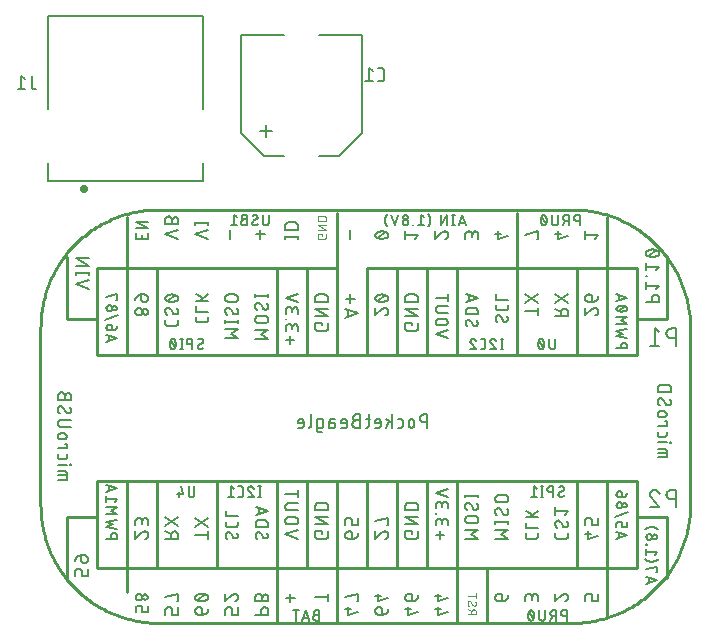
<source format=gbr>
G04 EAGLE Gerber RS-274X export*
G75*
%MOMM*%
%FSLAX34Y34*%
%LPD*%
%INSilkscreen Bottom*%
%IPPOS*%
%AMOC8*
5,1,8,0,0,1.08239X$1,22.5*%
G01*
%ADD10C,0.127000*%
%ADD11C,0.300000*%
%ADD12C,0.152400*%
%ADD13C,0.254000*%
%ADD14C,0.101600*%
%ADD15C,0.203200*%


D10*
X331300Y748090D02*
X462600Y748090D01*
X462600Y763190D01*
X462600Y808990D02*
X462600Y888090D01*
X331300Y888090D01*
X331300Y808990D01*
X331300Y763190D02*
X331300Y748090D01*
D11*
X360450Y741190D02*
X360452Y741267D01*
X360458Y741344D01*
X360468Y741421D01*
X360482Y741497D01*
X360499Y741572D01*
X360521Y741646D01*
X360546Y741719D01*
X360576Y741791D01*
X360608Y741861D01*
X360645Y741929D01*
X360684Y741995D01*
X360727Y742059D01*
X360774Y742121D01*
X360823Y742180D01*
X360876Y742237D01*
X360931Y742291D01*
X360989Y742342D01*
X361050Y742390D01*
X361113Y742435D01*
X361178Y742476D01*
X361245Y742514D01*
X361314Y742549D01*
X361385Y742579D01*
X361457Y742607D01*
X361531Y742630D01*
X361605Y742650D01*
X361681Y742666D01*
X361757Y742678D01*
X361834Y742686D01*
X361911Y742690D01*
X361989Y742690D01*
X362066Y742686D01*
X362143Y742678D01*
X362219Y742666D01*
X362295Y742650D01*
X362369Y742630D01*
X362443Y742607D01*
X362515Y742579D01*
X362586Y742549D01*
X362655Y742514D01*
X362722Y742476D01*
X362787Y742435D01*
X362850Y742390D01*
X362911Y742342D01*
X362969Y742291D01*
X363024Y742237D01*
X363077Y742180D01*
X363126Y742121D01*
X363173Y742059D01*
X363216Y741995D01*
X363255Y741929D01*
X363292Y741861D01*
X363324Y741791D01*
X363354Y741719D01*
X363379Y741646D01*
X363401Y741572D01*
X363418Y741497D01*
X363432Y741421D01*
X363442Y741344D01*
X363448Y741267D01*
X363450Y741190D01*
X363448Y741113D01*
X363442Y741036D01*
X363432Y740959D01*
X363418Y740883D01*
X363401Y740808D01*
X363379Y740734D01*
X363354Y740661D01*
X363324Y740589D01*
X363292Y740519D01*
X363255Y740451D01*
X363216Y740385D01*
X363173Y740321D01*
X363126Y740259D01*
X363077Y740200D01*
X363024Y740143D01*
X362969Y740089D01*
X362911Y740038D01*
X362850Y739990D01*
X362787Y739945D01*
X362722Y739904D01*
X362655Y739866D01*
X362586Y739831D01*
X362515Y739801D01*
X362443Y739773D01*
X362369Y739750D01*
X362295Y739730D01*
X362219Y739714D01*
X362143Y739702D01*
X362066Y739694D01*
X361989Y739690D01*
X361911Y739690D01*
X361834Y739694D01*
X361757Y739702D01*
X361681Y739714D01*
X361605Y739730D01*
X361531Y739750D01*
X361457Y739773D01*
X361385Y739801D01*
X361314Y739831D01*
X361245Y739866D01*
X361178Y739904D01*
X361113Y739945D01*
X361050Y739990D01*
X360989Y740038D01*
X360931Y740089D01*
X360876Y740143D01*
X360823Y740200D01*
X360774Y740259D01*
X360727Y740321D01*
X360684Y740385D01*
X360645Y740451D01*
X360608Y740519D01*
X360576Y740589D01*
X360546Y740661D01*
X360521Y740734D01*
X360499Y740808D01*
X360482Y740883D01*
X360468Y740959D01*
X360458Y741036D01*
X360452Y741113D01*
X360450Y741190D01*
D12*
X317657Y828263D02*
X317657Y836956D01*
X317657Y828263D02*
X317659Y828165D01*
X317665Y828068D01*
X317674Y827971D01*
X317688Y827874D01*
X317705Y827778D01*
X317726Y827683D01*
X317750Y827589D01*
X317779Y827495D01*
X317811Y827403D01*
X317846Y827312D01*
X317885Y827223D01*
X317928Y827135D01*
X317974Y827049D01*
X318023Y826965D01*
X318076Y826883D01*
X318131Y826803D01*
X318190Y826725D01*
X318252Y826650D01*
X318317Y826577D01*
X318385Y826507D01*
X318455Y826439D01*
X318528Y826374D01*
X318603Y826312D01*
X318681Y826253D01*
X318761Y826198D01*
X318843Y826145D01*
X318927Y826096D01*
X319013Y826050D01*
X319101Y826007D01*
X319190Y825968D01*
X319281Y825933D01*
X319373Y825901D01*
X319467Y825872D01*
X319561Y825848D01*
X319656Y825827D01*
X319752Y825810D01*
X319849Y825796D01*
X319946Y825787D01*
X320043Y825781D01*
X320141Y825779D01*
X320141Y825780D02*
X321383Y825780D01*
X312113Y834472D02*
X309009Y836956D01*
X309009Y825780D01*
X312113Y825780D02*
X305904Y825780D01*
D13*
X425120Y373900D02*
X775120Y373900D01*
X425120Y373900D02*
X422704Y373929D01*
X420289Y374017D01*
X417877Y374163D01*
X415469Y374367D01*
X413066Y374629D01*
X410671Y374949D01*
X408284Y375327D01*
X405907Y375763D01*
X403542Y376256D01*
X401188Y376806D01*
X398849Y377412D01*
X396525Y378075D01*
X394218Y378794D01*
X391929Y379569D01*
X389660Y380398D01*
X387411Y381283D01*
X385184Y382221D01*
X382980Y383213D01*
X380801Y384257D01*
X378648Y385354D01*
X376522Y386503D01*
X374424Y387703D01*
X372356Y388953D01*
X370319Y390253D01*
X368314Y391602D01*
X366341Y392998D01*
X364404Y394442D01*
X362501Y395933D01*
X360636Y397468D01*
X358808Y399049D01*
X357018Y400673D01*
X355269Y402340D01*
X353560Y404049D01*
X351893Y405798D01*
X350269Y407588D01*
X348688Y409416D01*
X347153Y411281D01*
X345662Y413184D01*
X344218Y415121D01*
X342822Y417094D01*
X341473Y419099D01*
X340173Y421136D01*
X338923Y423204D01*
X337723Y425302D01*
X336574Y427428D01*
X335477Y429581D01*
X334433Y431760D01*
X333441Y433964D01*
X332503Y436191D01*
X331618Y438440D01*
X330789Y440709D01*
X330014Y442998D01*
X329295Y445305D01*
X328632Y447629D01*
X328026Y449968D01*
X327476Y452322D01*
X326983Y454687D01*
X326547Y457064D01*
X326169Y459451D01*
X325849Y461846D01*
X325587Y464249D01*
X325383Y466657D01*
X325237Y469069D01*
X325149Y471484D01*
X325120Y473900D01*
X325120Y623900D01*
X325149Y626316D01*
X325237Y628731D01*
X325383Y631143D01*
X325587Y633551D01*
X325849Y635954D01*
X326169Y638349D01*
X326547Y640736D01*
X326983Y643113D01*
X327476Y645478D01*
X328026Y647832D01*
X328632Y650171D01*
X329295Y652495D01*
X330014Y654802D01*
X330789Y657091D01*
X331618Y659360D01*
X332503Y661609D01*
X333441Y663836D01*
X334433Y666040D01*
X335477Y668219D01*
X336574Y670372D01*
X337723Y672498D01*
X338923Y674596D01*
X340173Y676664D01*
X341473Y678701D01*
X342822Y680706D01*
X344218Y682679D01*
X345662Y684616D01*
X347153Y686519D01*
X348688Y688384D01*
X350269Y690212D01*
X351893Y692002D01*
X353560Y693751D01*
X355269Y695460D01*
X357018Y697127D01*
X358808Y698751D01*
X360636Y700332D01*
X362501Y701867D01*
X364404Y703358D01*
X366341Y704802D01*
X368314Y706198D01*
X370319Y707547D01*
X372356Y708847D01*
X374424Y710097D01*
X376522Y711297D01*
X378648Y712446D01*
X380801Y713543D01*
X382980Y714587D01*
X385184Y715579D01*
X387411Y716517D01*
X389660Y717402D01*
X391929Y718231D01*
X394218Y719006D01*
X396525Y719725D01*
X398849Y720388D01*
X401188Y720994D01*
X403542Y721544D01*
X405907Y722037D01*
X408284Y722473D01*
X410671Y722851D01*
X413066Y723171D01*
X415469Y723433D01*
X417877Y723637D01*
X420289Y723783D01*
X422704Y723871D01*
X425120Y723900D01*
X775120Y723900D01*
X777536Y723871D01*
X779951Y723783D01*
X782363Y723637D01*
X784771Y723433D01*
X787174Y723171D01*
X789569Y722851D01*
X791956Y722473D01*
X794333Y722037D01*
X796698Y721544D01*
X799052Y720994D01*
X801391Y720388D01*
X803715Y719725D01*
X806022Y719006D01*
X808311Y718231D01*
X810580Y717402D01*
X812829Y716517D01*
X815056Y715579D01*
X817260Y714587D01*
X819439Y713543D01*
X821592Y712446D01*
X823718Y711297D01*
X825816Y710097D01*
X827884Y708847D01*
X829921Y707547D01*
X831926Y706198D01*
X833899Y704802D01*
X835836Y703358D01*
X837739Y701867D01*
X839604Y700332D01*
X841432Y698751D01*
X843222Y697127D01*
X844971Y695460D01*
X846680Y693751D01*
X848347Y692002D01*
X849971Y690212D01*
X851552Y688384D01*
X853087Y686519D01*
X854578Y684616D01*
X856022Y682679D01*
X857418Y680706D01*
X858767Y678701D01*
X860067Y676664D01*
X861317Y674596D01*
X862517Y672498D01*
X863666Y670372D01*
X864763Y668219D01*
X865807Y666040D01*
X866799Y663836D01*
X867737Y661609D01*
X868622Y659360D01*
X869451Y657091D01*
X870226Y654802D01*
X870945Y652495D01*
X871608Y650171D01*
X872214Y647832D01*
X872764Y645478D01*
X873257Y643113D01*
X873693Y640736D01*
X874071Y638349D01*
X874391Y635954D01*
X874653Y633551D01*
X874857Y631143D01*
X875003Y628731D01*
X875091Y626316D01*
X875120Y623900D01*
X875120Y473900D01*
X875091Y471484D01*
X875003Y469069D01*
X874857Y466657D01*
X874653Y464249D01*
X874391Y461846D01*
X874071Y459451D01*
X873693Y457064D01*
X873257Y454687D01*
X872764Y452322D01*
X872214Y449968D01*
X871608Y447629D01*
X870945Y445305D01*
X870226Y442998D01*
X869451Y440709D01*
X868622Y438440D01*
X867737Y436191D01*
X866799Y433964D01*
X865807Y431760D01*
X864763Y429581D01*
X863666Y427428D01*
X862517Y425302D01*
X861317Y423204D01*
X860067Y421136D01*
X858767Y419099D01*
X857418Y417094D01*
X856022Y415121D01*
X854578Y413184D01*
X853087Y411281D01*
X851552Y409416D01*
X849971Y407588D01*
X848347Y405798D01*
X846680Y404049D01*
X844971Y402340D01*
X843222Y400673D01*
X841432Y399049D01*
X839604Y397468D01*
X837739Y395933D01*
X835836Y394442D01*
X833899Y392998D01*
X831926Y391602D01*
X829921Y390253D01*
X827884Y388953D01*
X825816Y387703D01*
X823718Y386503D01*
X821592Y385354D01*
X819439Y384257D01*
X817260Y383213D01*
X815056Y382221D01*
X812829Y381283D01*
X810580Y380398D01*
X808311Y379569D01*
X806022Y378794D01*
X803715Y378075D01*
X801391Y377412D01*
X799052Y376806D01*
X796698Y376256D01*
X794333Y375763D01*
X791956Y375327D01*
X789569Y374949D01*
X787174Y374629D01*
X784771Y374367D01*
X782363Y374163D01*
X779951Y374017D01*
X777536Y373929D01*
X775120Y373900D01*
D12*
X652441Y539242D02*
X652441Y550418D01*
X649337Y550418D01*
X649226Y550416D01*
X649116Y550410D01*
X649005Y550400D01*
X648895Y550386D01*
X648786Y550369D01*
X648677Y550347D01*
X648569Y550322D01*
X648463Y550292D01*
X648357Y550259D01*
X648252Y550222D01*
X648149Y550182D01*
X648048Y550137D01*
X647948Y550090D01*
X647849Y550038D01*
X647753Y549983D01*
X647659Y549925D01*
X647567Y549864D01*
X647477Y549799D01*
X647389Y549731D01*
X647304Y549660D01*
X647222Y549586D01*
X647142Y549509D01*
X647065Y549429D01*
X646991Y549347D01*
X646920Y549262D01*
X646852Y549174D01*
X646787Y549084D01*
X646726Y548992D01*
X646668Y548898D01*
X646613Y548802D01*
X646561Y548703D01*
X646514Y548603D01*
X646469Y548502D01*
X646429Y548399D01*
X646392Y548294D01*
X646359Y548188D01*
X646329Y548082D01*
X646304Y547974D01*
X646282Y547865D01*
X646265Y547756D01*
X646251Y547646D01*
X646241Y547535D01*
X646235Y547425D01*
X646233Y547314D01*
X646235Y547203D01*
X646241Y547093D01*
X646251Y546982D01*
X646265Y546872D01*
X646282Y546763D01*
X646304Y546654D01*
X646329Y546546D01*
X646359Y546440D01*
X646392Y546334D01*
X646429Y546229D01*
X646469Y546126D01*
X646514Y546025D01*
X646561Y545925D01*
X646613Y545826D01*
X646668Y545730D01*
X646726Y545636D01*
X646787Y545544D01*
X646852Y545454D01*
X646920Y545366D01*
X646991Y545281D01*
X647065Y545199D01*
X647142Y545119D01*
X647222Y545042D01*
X647304Y544968D01*
X647389Y544897D01*
X647477Y544829D01*
X647567Y544764D01*
X647659Y544703D01*
X647753Y544645D01*
X647849Y544590D01*
X647948Y544538D01*
X648048Y544491D01*
X648149Y544446D01*
X648252Y544406D01*
X648357Y544369D01*
X648463Y544336D01*
X648569Y544306D01*
X648677Y544281D01*
X648786Y544259D01*
X648895Y544242D01*
X649005Y544228D01*
X649116Y544218D01*
X649226Y544212D01*
X649337Y544210D01*
X649337Y544209D02*
X652441Y544209D01*
X641745Y544209D02*
X641745Y541726D01*
X641745Y544209D02*
X641743Y544308D01*
X641737Y544406D01*
X641727Y544505D01*
X641714Y544602D01*
X641696Y544700D01*
X641675Y544796D01*
X641649Y544892D01*
X641620Y544986D01*
X641588Y545079D01*
X641551Y545171D01*
X641511Y545261D01*
X641467Y545350D01*
X641420Y545437D01*
X641370Y545522D01*
X641316Y545604D01*
X641259Y545685D01*
X641199Y545763D01*
X641135Y545839D01*
X641069Y545912D01*
X641000Y545983D01*
X640928Y546051D01*
X640853Y546115D01*
X640776Y546177D01*
X640697Y546236D01*
X640615Y546291D01*
X640531Y546344D01*
X640446Y546392D01*
X640358Y546438D01*
X640268Y546480D01*
X640177Y546518D01*
X640085Y546552D01*
X639991Y546583D01*
X639896Y546610D01*
X639800Y546634D01*
X639703Y546653D01*
X639606Y546669D01*
X639508Y546681D01*
X639409Y546689D01*
X639310Y546693D01*
X639212Y546693D01*
X639113Y546689D01*
X639014Y546681D01*
X638916Y546669D01*
X638819Y546653D01*
X638722Y546634D01*
X638626Y546610D01*
X638531Y546583D01*
X638437Y546552D01*
X638345Y546518D01*
X638254Y546480D01*
X638164Y546438D01*
X638076Y546392D01*
X637991Y546344D01*
X637907Y546291D01*
X637825Y546236D01*
X637746Y546177D01*
X637669Y546115D01*
X637594Y546051D01*
X637522Y545983D01*
X637453Y545912D01*
X637387Y545839D01*
X637323Y545763D01*
X637263Y545685D01*
X637206Y545604D01*
X637152Y545522D01*
X637102Y545437D01*
X637055Y545350D01*
X637011Y545261D01*
X636971Y545171D01*
X636934Y545079D01*
X636902Y544986D01*
X636873Y544892D01*
X636847Y544796D01*
X636826Y544700D01*
X636808Y544602D01*
X636795Y544505D01*
X636785Y544406D01*
X636779Y544308D01*
X636777Y544209D01*
X636778Y544209D02*
X636778Y541726D01*
X636777Y541726D02*
X636779Y541627D01*
X636785Y541529D01*
X636795Y541430D01*
X636808Y541333D01*
X636826Y541235D01*
X636847Y541139D01*
X636873Y541043D01*
X636902Y540949D01*
X636934Y540856D01*
X636971Y540764D01*
X637011Y540674D01*
X637055Y540585D01*
X637102Y540498D01*
X637152Y540413D01*
X637206Y540331D01*
X637263Y540250D01*
X637323Y540172D01*
X637387Y540096D01*
X637453Y540023D01*
X637522Y539952D01*
X637594Y539884D01*
X637669Y539820D01*
X637746Y539758D01*
X637825Y539699D01*
X637907Y539644D01*
X637991Y539591D01*
X638076Y539543D01*
X638164Y539497D01*
X638254Y539455D01*
X638345Y539417D01*
X638437Y539383D01*
X638531Y539352D01*
X638626Y539325D01*
X638722Y539301D01*
X638819Y539282D01*
X638916Y539266D01*
X639014Y539254D01*
X639113Y539246D01*
X639212Y539242D01*
X639310Y539242D01*
X639409Y539246D01*
X639508Y539254D01*
X639606Y539266D01*
X639703Y539282D01*
X639800Y539301D01*
X639896Y539325D01*
X639991Y539352D01*
X640085Y539383D01*
X640177Y539417D01*
X640268Y539455D01*
X640358Y539497D01*
X640446Y539543D01*
X640531Y539591D01*
X640615Y539644D01*
X640697Y539699D01*
X640776Y539758D01*
X640853Y539820D01*
X640928Y539884D01*
X641000Y539952D01*
X641069Y540023D01*
X641135Y540096D01*
X641199Y540172D01*
X641259Y540250D01*
X641316Y540331D01*
X641370Y540413D01*
X641420Y540498D01*
X641467Y540585D01*
X641511Y540674D01*
X641551Y540764D01*
X641588Y540856D01*
X641620Y540949D01*
X641649Y541043D01*
X641675Y541139D01*
X641696Y541235D01*
X641714Y541333D01*
X641727Y541430D01*
X641737Y541529D01*
X641743Y541627D01*
X641745Y541726D01*
X629960Y539242D02*
X627476Y539242D01*
X629960Y539242D02*
X630044Y539244D01*
X630127Y539250D01*
X630210Y539259D01*
X630293Y539272D01*
X630375Y539289D01*
X630456Y539309D01*
X630536Y539333D01*
X630615Y539361D01*
X630692Y539392D01*
X630768Y539426D01*
X630843Y539464D01*
X630916Y539506D01*
X630986Y539550D01*
X631055Y539598D01*
X631122Y539648D01*
X631186Y539702D01*
X631247Y539758D01*
X631307Y539818D01*
X631363Y539879D01*
X631417Y539943D01*
X631467Y540010D01*
X631515Y540079D01*
X631559Y540149D01*
X631601Y540222D01*
X631639Y540297D01*
X631673Y540373D01*
X631704Y540450D01*
X631732Y540529D01*
X631756Y540609D01*
X631776Y540690D01*
X631793Y540772D01*
X631806Y540855D01*
X631816Y540938D01*
X631821Y541021D01*
X631823Y541105D01*
X631822Y541105D02*
X631822Y544830D01*
X631823Y544830D02*
X631821Y544914D01*
X631816Y544997D01*
X631806Y545080D01*
X631793Y545163D01*
X631776Y545245D01*
X631756Y545326D01*
X631732Y545406D01*
X631704Y545485D01*
X631673Y545562D01*
X631639Y545638D01*
X631601Y545713D01*
X631559Y545786D01*
X631515Y545856D01*
X631467Y545925D01*
X631417Y545992D01*
X631363Y546056D01*
X631307Y546117D01*
X631247Y546177D01*
X631186Y546233D01*
X631122Y546287D01*
X631055Y546337D01*
X630986Y546385D01*
X630916Y546429D01*
X630843Y546471D01*
X630768Y546509D01*
X630692Y546543D01*
X630615Y546574D01*
X630536Y546602D01*
X630456Y546626D01*
X630375Y546646D01*
X630293Y546663D01*
X630210Y546676D01*
X630127Y546686D01*
X630044Y546691D01*
X629960Y546693D01*
X627476Y546693D01*
X622526Y550418D02*
X622526Y539242D01*
X622526Y542967D02*
X617558Y546693D01*
X620352Y544520D02*
X617558Y539242D01*
X611307Y539242D02*
X608203Y539242D01*
X611307Y539242D02*
X611391Y539244D01*
X611474Y539250D01*
X611557Y539259D01*
X611640Y539272D01*
X611722Y539289D01*
X611803Y539309D01*
X611883Y539333D01*
X611962Y539361D01*
X612039Y539392D01*
X612115Y539426D01*
X612190Y539464D01*
X612263Y539506D01*
X612333Y539550D01*
X612402Y539598D01*
X612469Y539648D01*
X612533Y539702D01*
X612594Y539758D01*
X612654Y539818D01*
X612710Y539879D01*
X612764Y539943D01*
X612814Y540010D01*
X612862Y540079D01*
X612906Y540149D01*
X612948Y540222D01*
X612986Y540297D01*
X613020Y540373D01*
X613051Y540450D01*
X613079Y540529D01*
X613103Y540609D01*
X613123Y540690D01*
X613140Y540772D01*
X613153Y540855D01*
X613163Y540938D01*
X613168Y541021D01*
X613170Y541105D01*
X613170Y544209D01*
X613168Y544308D01*
X613162Y544406D01*
X613152Y544505D01*
X613139Y544602D01*
X613121Y544700D01*
X613100Y544796D01*
X613074Y544892D01*
X613045Y544986D01*
X613013Y545079D01*
X612976Y545171D01*
X612936Y545261D01*
X612892Y545350D01*
X612845Y545437D01*
X612795Y545522D01*
X612741Y545604D01*
X612684Y545685D01*
X612624Y545763D01*
X612560Y545839D01*
X612494Y545912D01*
X612425Y545983D01*
X612353Y546051D01*
X612278Y546115D01*
X612201Y546177D01*
X612122Y546236D01*
X612040Y546291D01*
X611956Y546344D01*
X611871Y546392D01*
X611783Y546438D01*
X611693Y546480D01*
X611602Y546518D01*
X611510Y546552D01*
X611416Y546583D01*
X611321Y546610D01*
X611225Y546634D01*
X611128Y546653D01*
X611031Y546669D01*
X610933Y546681D01*
X610834Y546689D01*
X610735Y546693D01*
X610637Y546693D01*
X610538Y546689D01*
X610439Y546681D01*
X610341Y546669D01*
X610244Y546653D01*
X610147Y546634D01*
X610051Y546610D01*
X609956Y546583D01*
X609862Y546552D01*
X609770Y546518D01*
X609679Y546480D01*
X609589Y546438D01*
X609501Y546392D01*
X609416Y546344D01*
X609332Y546291D01*
X609250Y546236D01*
X609171Y546177D01*
X609094Y546115D01*
X609019Y546051D01*
X608947Y545983D01*
X608878Y545912D01*
X608812Y545839D01*
X608748Y545763D01*
X608688Y545685D01*
X608631Y545604D01*
X608577Y545522D01*
X608527Y545437D01*
X608480Y545350D01*
X608436Y545261D01*
X608396Y545171D01*
X608359Y545079D01*
X608327Y544986D01*
X608298Y544892D01*
X608272Y544796D01*
X608251Y544700D01*
X608233Y544602D01*
X608220Y544505D01*
X608210Y544406D01*
X608204Y544308D01*
X608202Y544209D01*
X608203Y544209D02*
X608203Y542967D01*
X613170Y542967D01*
X604282Y546693D02*
X600557Y546693D01*
X603041Y550418D02*
X603041Y541105D01*
X603039Y541021D01*
X603033Y540938D01*
X603024Y540855D01*
X603011Y540772D01*
X602994Y540690D01*
X602974Y540609D01*
X602950Y540529D01*
X602922Y540450D01*
X602891Y540373D01*
X602857Y540297D01*
X602819Y540222D01*
X602777Y540149D01*
X602733Y540079D01*
X602685Y540010D01*
X602635Y539943D01*
X602581Y539879D01*
X602525Y539818D01*
X602465Y539758D01*
X602404Y539702D01*
X602340Y539648D01*
X602273Y539598D01*
X602204Y539550D01*
X602134Y539506D01*
X602061Y539464D01*
X601986Y539426D01*
X601910Y539392D01*
X601833Y539361D01*
X601754Y539333D01*
X601674Y539309D01*
X601593Y539289D01*
X601511Y539272D01*
X601428Y539259D01*
X601345Y539249D01*
X601262Y539244D01*
X601178Y539242D01*
X600557Y539242D01*
X595291Y545451D02*
X592187Y545451D01*
X592187Y545450D02*
X592076Y545448D01*
X591966Y545442D01*
X591855Y545432D01*
X591745Y545418D01*
X591636Y545401D01*
X591527Y545379D01*
X591419Y545354D01*
X591313Y545324D01*
X591207Y545291D01*
X591102Y545254D01*
X590999Y545214D01*
X590898Y545169D01*
X590798Y545122D01*
X590699Y545070D01*
X590603Y545015D01*
X590509Y544957D01*
X590417Y544896D01*
X590327Y544831D01*
X590239Y544763D01*
X590154Y544692D01*
X590072Y544618D01*
X589992Y544541D01*
X589915Y544461D01*
X589841Y544379D01*
X589770Y544294D01*
X589702Y544206D01*
X589637Y544116D01*
X589576Y544024D01*
X589518Y543930D01*
X589463Y543834D01*
X589411Y543735D01*
X589364Y543635D01*
X589319Y543534D01*
X589279Y543431D01*
X589242Y543326D01*
X589209Y543220D01*
X589179Y543114D01*
X589154Y543006D01*
X589132Y542897D01*
X589115Y542788D01*
X589101Y542678D01*
X589091Y542567D01*
X589085Y542457D01*
X589083Y542346D01*
X589085Y542235D01*
X589091Y542125D01*
X589101Y542014D01*
X589115Y541904D01*
X589132Y541795D01*
X589154Y541686D01*
X589179Y541578D01*
X589209Y541472D01*
X589242Y541366D01*
X589279Y541261D01*
X589319Y541158D01*
X589364Y541057D01*
X589411Y540957D01*
X589463Y540858D01*
X589518Y540762D01*
X589576Y540668D01*
X589637Y540576D01*
X589702Y540486D01*
X589770Y540398D01*
X589841Y540313D01*
X589915Y540231D01*
X589992Y540151D01*
X590072Y540074D01*
X590154Y540000D01*
X590239Y539929D01*
X590327Y539861D01*
X590417Y539796D01*
X590509Y539735D01*
X590603Y539677D01*
X590699Y539622D01*
X590798Y539570D01*
X590898Y539523D01*
X590999Y539478D01*
X591102Y539438D01*
X591207Y539401D01*
X591313Y539368D01*
X591419Y539338D01*
X591527Y539313D01*
X591636Y539291D01*
X591745Y539274D01*
X591855Y539260D01*
X591966Y539250D01*
X592076Y539244D01*
X592187Y539242D01*
X595291Y539242D01*
X595291Y550418D01*
X592187Y550418D01*
X592088Y550416D01*
X591990Y550410D01*
X591891Y550400D01*
X591794Y550387D01*
X591696Y550369D01*
X591600Y550348D01*
X591504Y550322D01*
X591410Y550293D01*
X591317Y550261D01*
X591225Y550224D01*
X591135Y550184D01*
X591046Y550140D01*
X590959Y550093D01*
X590874Y550043D01*
X590792Y549989D01*
X590711Y549932D01*
X590633Y549872D01*
X590557Y549808D01*
X590484Y549742D01*
X590413Y549673D01*
X590345Y549601D01*
X590281Y549526D01*
X590219Y549449D01*
X590160Y549370D01*
X590105Y549288D01*
X590052Y549204D01*
X590004Y549119D01*
X589958Y549031D01*
X589916Y548941D01*
X589878Y548850D01*
X589844Y548758D01*
X589813Y548664D01*
X589786Y548569D01*
X589762Y548473D01*
X589743Y548376D01*
X589727Y548279D01*
X589715Y548181D01*
X589707Y548082D01*
X589703Y547983D01*
X589703Y547885D01*
X589707Y547786D01*
X589715Y547687D01*
X589727Y547589D01*
X589743Y547492D01*
X589762Y547395D01*
X589786Y547299D01*
X589813Y547204D01*
X589844Y547110D01*
X589878Y547018D01*
X589916Y546927D01*
X589958Y546837D01*
X590004Y546749D01*
X590052Y546664D01*
X590105Y546580D01*
X590160Y546498D01*
X590219Y546419D01*
X590281Y546342D01*
X590345Y546267D01*
X590413Y546195D01*
X590484Y546126D01*
X590557Y546060D01*
X590633Y545996D01*
X590711Y545936D01*
X590792Y545879D01*
X590874Y545825D01*
X590959Y545775D01*
X591046Y545728D01*
X591135Y545684D01*
X591225Y545644D01*
X591317Y545607D01*
X591410Y545575D01*
X591504Y545546D01*
X591600Y545520D01*
X591696Y545499D01*
X591794Y545481D01*
X591891Y545468D01*
X591990Y545458D01*
X592088Y545452D01*
X592187Y545450D01*
X582732Y539242D02*
X579628Y539242D01*
X582732Y539242D02*
X582816Y539244D01*
X582899Y539250D01*
X582982Y539259D01*
X583065Y539272D01*
X583147Y539289D01*
X583228Y539309D01*
X583308Y539333D01*
X583387Y539361D01*
X583464Y539392D01*
X583540Y539426D01*
X583615Y539464D01*
X583688Y539506D01*
X583758Y539550D01*
X583827Y539598D01*
X583894Y539648D01*
X583958Y539702D01*
X584019Y539758D01*
X584079Y539818D01*
X584135Y539879D01*
X584189Y539943D01*
X584239Y540010D01*
X584287Y540079D01*
X584331Y540149D01*
X584373Y540222D01*
X584411Y540297D01*
X584445Y540373D01*
X584476Y540450D01*
X584504Y540529D01*
X584528Y540609D01*
X584548Y540690D01*
X584565Y540772D01*
X584578Y540855D01*
X584588Y540938D01*
X584593Y541021D01*
X584595Y541105D01*
X584595Y544209D01*
X584593Y544308D01*
X584587Y544406D01*
X584577Y544505D01*
X584564Y544602D01*
X584546Y544700D01*
X584525Y544796D01*
X584499Y544892D01*
X584470Y544986D01*
X584438Y545079D01*
X584401Y545171D01*
X584361Y545261D01*
X584317Y545350D01*
X584270Y545437D01*
X584220Y545522D01*
X584166Y545604D01*
X584109Y545685D01*
X584049Y545763D01*
X583985Y545839D01*
X583919Y545912D01*
X583850Y545983D01*
X583778Y546051D01*
X583703Y546115D01*
X583626Y546177D01*
X583547Y546236D01*
X583465Y546291D01*
X583381Y546344D01*
X583296Y546392D01*
X583208Y546438D01*
X583118Y546480D01*
X583027Y546518D01*
X582935Y546552D01*
X582841Y546583D01*
X582746Y546610D01*
X582650Y546634D01*
X582553Y546653D01*
X582456Y546669D01*
X582358Y546681D01*
X582259Y546689D01*
X582160Y546693D01*
X582062Y546693D01*
X581963Y546689D01*
X581864Y546681D01*
X581766Y546669D01*
X581669Y546653D01*
X581572Y546634D01*
X581476Y546610D01*
X581381Y546583D01*
X581287Y546552D01*
X581195Y546518D01*
X581104Y546480D01*
X581014Y546438D01*
X580926Y546392D01*
X580841Y546344D01*
X580757Y546291D01*
X580675Y546236D01*
X580596Y546177D01*
X580519Y546115D01*
X580444Y546051D01*
X580372Y545983D01*
X580303Y545912D01*
X580237Y545839D01*
X580173Y545763D01*
X580113Y545685D01*
X580056Y545604D01*
X580002Y545522D01*
X579952Y545437D01*
X579905Y545350D01*
X579861Y545261D01*
X579821Y545171D01*
X579784Y545079D01*
X579752Y544986D01*
X579723Y544892D01*
X579697Y544796D01*
X579676Y544700D01*
X579658Y544602D01*
X579645Y544505D01*
X579635Y544406D01*
X579629Y544308D01*
X579627Y544209D01*
X579628Y544209D02*
X579628Y542967D01*
X584595Y542967D01*
X572590Y543588D02*
X569796Y543588D01*
X572590Y543588D02*
X572682Y543586D01*
X572774Y543580D01*
X572866Y543570D01*
X572957Y543557D01*
X573048Y543539D01*
X573138Y543518D01*
X573226Y543493D01*
X573314Y543464D01*
X573400Y543431D01*
X573485Y543395D01*
X573568Y543355D01*
X573650Y543312D01*
X573729Y543265D01*
X573807Y543215D01*
X573882Y543162D01*
X573955Y543106D01*
X574026Y543046D01*
X574094Y542984D01*
X574159Y542919D01*
X574221Y542851D01*
X574281Y542780D01*
X574337Y542707D01*
X574390Y542632D01*
X574440Y542554D01*
X574487Y542475D01*
X574530Y542393D01*
X574570Y542310D01*
X574606Y542225D01*
X574639Y542139D01*
X574668Y542051D01*
X574693Y541963D01*
X574714Y541873D01*
X574732Y541782D01*
X574745Y541691D01*
X574755Y541599D01*
X574761Y541507D01*
X574763Y541415D01*
X574761Y541323D01*
X574755Y541231D01*
X574745Y541139D01*
X574732Y541048D01*
X574714Y540957D01*
X574693Y540867D01*
X574668Y540779D01*
X574639Y540691D01*
X574606Y540605D01*
X574570Y540520D01*
X574530Y540437D01*
X574487Y540355D01*
X574440Y540276D01*
X574390Y540198D01*
X574337Y540123D01*
X574281Y540050D01*
X574221Y539979D01*
X574159Y539911D01*
X574094Y539846D01*
X574026Y539784D01*
X573955Y539724D01*
X573882Y539668D01*
X573807Y539615D01*
X573729Y539565D01*
X573650Y539518D01*
X573568Y539475D01*
X573485Y539435D01*
X573400Y539399D01*
X573314Y539366D01*
X573226Y539337D01*
X573138Y539312D01*
X573048Y539291D01*
X572957Y539273D01*
X572866Y539260D01*
X572774Y539250D01*
X572682Y539244D01*
X572590Y539242D01*
X569796Y539242D01*
X569796Y544830D01*
X569795Y544830D02*
X569797Y544914D01*
X569803Y544997D01*
X569812Y545080D01*
X569825Y545163D01*
X569842Y545245D01*
X569862Y545326D01*
X569886Y545406D01*
X569914Y545485D01*
X569945Y545562D01*
X569979Y545638D01*
X570017Y545713D01*
X570059Y545786D01*
X570103Y545856D01*
X570151Y545925D01*
X570201Y545992D01*
X570255Y546056D01*
X570311Y546117D01*
X570371Y546177D01*
X570432Y546233D01*
X570496Y546287D01*
X570563Y546337D01*
X570632Y546385D01*
X570702Y546429D01*
X570775Y546471D01*
X570850Y546509D01*
X570926Y546543D01*
X571003Y546574D01*
X571082Y546602D01*
X571162Y546626D01*
X571243Y546646D01*
X571325Y546663D01*
X571408Y546676D01*
X571491Y546686D01*
X571574Y546691D01*
X571658Y546693D01*
X574142Y546693D01*
X562613Y539242D02*
X559509Y539242D01*
X562613Y539242D02*
X562697Y539244D01*
X562780Y539250D01*
X562863Y539259D01*
X562946Y539272D01*
X563028Y539289D01*
X563109Y539309D01*
X563189Y539333D01*
X563268Y539361D01*
X563345Y539392D01*
X563421Y539426D01*
X563496Y539464D01*
X563569Y539506D01*
X563639Y539550D01*
X563708Y539598D01*
X563775Y539648D01*
X563839Y539702D01*
X563900Y539758D01*
X563960Y539818D01*
X564016Y539879D01*
X564070Y539943D01*
X564120Y540010D01*
X564168Y540079D01*
X564212Y540149D01*
X564254Y540222D01*
X564292Y540297D01*
X564326Y540373D01*
X564357Y540450D01*
X564385Y540529D01*
X564409Y540609D01*
X564429Y540690D01*
X564446Y540772D01*
X564459Y540855D01*
X564469Y540938D01*
X564474Y541021D01*
X564476Y541105D01*
X564476Y544830D01*
X564474Y544914D01*
X564469Y544997D01*
X564459Y545080D01*
X564446Y545163D01*
X564429Y545245D01*
X564409Y545326D01*
X564385Y545406D01*
X564357Y545485D01*
X564326Y545562D01*
X564292Y545638D01*
X564254Y545713D01*
X564212Y545786D01*
X564168Y545856D01*
X564120Y545925D01*
X564070Y545992D01*
X564016Y546056D01*
X563960Y546117D01*
X563900Y546177D01*
X563839Y546233D01*
X563775Y546287D01*
X563708Y546337D01*
X563639Y546385D01*
X563569Y546429D01*
X563496Y546471D01*
X563421Y546509D01*
X563345Y546543D01*
X563268Y546574D01*
X563189Y546602D01*
X563109Y546626D01*
X563028Y546646D01*
X562946Y546663D01*
X562863Y546676D01*
X562780Y546686D01*
X562697Y546691D01*
X562613Y546693D01*
X559509Y546693D01*
X559509Y537379D01*
X559508Y537379D02*
X559510Y537295D01*
X559515Y537212D01*
X559525Y537129D01*
X559538Y537046D01*
X559555Y536964D01*
X559575Y536883D01*
X559599Y536803D01*
X559627Y536724D01*
X559658Y536647D01*
X559692Y536571D01*
X559730Y536496D01*
X559772Y536423D01*
X559816Y536353D01*
X559864Y536284D01*
X559914Y536217D01*
X559968Y536153D01*
X560024Y536092D01*
X560084Y536032D01*
X560145Y535976D01*
X560209Y535922D01*
X560276Y535872D01*
X560345Y535824D01*
X560415Y535780D01*
X560488Y535738D01*
X560563Y535700D01*
X560639Y535666D01*
X560716Y535635D01*
X560795Y535607D01*
X560875Y535583D01*
X560956Y535563D01*
X561038Y535546D01*
X561121Y535533D01*
X561204Y535523D01*
X561287Y535518D01*
X561371Y535516D01*
X561371Y535517D02*
X563855Y535517D01*
X554023Y541105D02*
X554023Y550418D01*
X554024Y541105D02*
X554022Y541019D01*
X554016Y540933D01*
X554006Y540848D01*
X553992Y540763D01*
X553975Y540678D01*
X553953Y540595D01*
X553927Y540513D01*
X553898Y540432D01*
X553865Y540353D01*
X553829Y540275D01*
X553789Y540198D01*
X553745Y540124D01*
X553698Y540052D01*
X553648Y539982D01*
X553594Y539915D01*
X553538Y539850D01*
X553478Y539788D01*
X553416Y539728D01*
X553351Y539672D01*
X553284Y539618D01*
X553214Y539568D01*
X553142Y539521D01*
X553068Y539477D01*
X552991Y539437D01*
X552914Y539401D01*
X552834Y539368D01*
X552753Y539339D01*
X552671Y539313D01*
X552588Y539291D01*
X552503Y539274D01*
X552418Y539260D01*
X552333Y539250D01*
X552247Y539244D01*
X552161Y539242D01*
X546156Y539242D02*
X543052Y539242D01*
X546156Y539242D02*
X546240Y539244D01*
X546323Y539250D01*
X546406Y539259D01*
X546489Y539272D01*
X546571Y539289D01*
X546652Y539309D01*
X546732Y539333D01*
X546811Y539361D01*
X546888Y539392D01*
X546964Y539426D01*
X547039Y539464D01*
X547112Y539506D01*
X547182Y539550D01*
X547251Y539598D01*
X547318Y539648D01*
X547382Y539702D01*
X547443Y539758D01*
X547503Y539818D01*
X547559Y539879D01*
X547613Y539943D01*
X547663Y540010D01*
X547711Y540079D01*
X547755Y540149D01*
X547797Y540222D01*
X547835Y540297D01*
X547869Y540373D01*
X547900Y540450D01*
X547928Y540529D01*
X547952Y540609D01*
X547972Y540690D01*
X547989Y540772D01*
X548002Y540855D01*
X548012Y540938D01*
X548017Y541021D01*
X548019Y541105D01*
X548019Y544209D01*
X548020Y544209D02*
X548018Y544308D01*
X548012Y544406D01*
X548002Y544505D01*
X547989Y544602D01*
X547971Y544700D01*
X547950Y544796D01*
X547924Y544892D01*
X547895Y544986D01*
X547863Y545079D01*
X547826Y545171D01*
X547786Y545261D01*
X547742Y545350D01*
X547695Y545437D01*
X547645Y545522D01*
X547591Y545604D01*
X547534Y545685D01*
X547474Y545763D01*
X547410Y545839D01*
X547344Y545912D01*
X547275Y545983D01*
X547203Y546051D01*
X547128Y546115D01*
X547051Y546177D01*
X546972Y546236D01*
X546890Y546291D01*
X546806Y546344D01*
X546721Y546392D01*
X546633Y546438D01*
X546543Y546480D01*
X546452Y546518D01*
X546360Y546552D01*
X546266Y546583D01*
X546171Y546610D01*
X546075Y546634D01*
X545978Y546653D01*
X545881Y546669D01*
X545783Y546681D01*
X545684Y546689D01*
X545585Y546693D01*
X545487Y546693D01*
X545388Y546689D01*
X545289Y546681D01*
X545191Y546669D01*
X545094Y546653D01*
X544997Y546634D01*
X544901Y546610D01*
X544806Y546583D01*
X544712Y546552D01*
X544620Y546518D01*
X544529Y546480D01*
X544439Y546438D01*
X544351Y546392D01*
X544266Y546344D01*
X544182Y546291D01*
X544100Y546236D01*
X544021Y546177D01*
X543944Y546115D01*
X543869Y546051D01*
X543797Y545983D01*
X543728Y545912D01*
X543662Y545839D01*
X543598Y545763D01*
X543538Y545685D01*
X543481Y545604D01*
X543427Y545522D01*
X543377Y545437D01*
X543330Y545350D01*
X543286Y545261D01*
X543246Y545171D01*
X543209Y545079D01*
X543177Y544986D01*
X543148Y544892D01*
X543122Y544796D01*
X543101Y544700D01*
X543083Y544602D01*
X543070Y544505D01*
X543060Y544406D01*
X543054Y544308D01*
X543052Y544209D01*
X543052Y542967D01*
X548019Y542967D01*
X347303Y495081D02*
X339852Y495081D01*
X347303Y495081D02*
X347303Y500669D01*
X347301Y500753D01*
X347296Y500836D01*
X347286Y500919D01*
X347273Y501002D01*
X347256Y501084D01*
X347236Y501165D01*
X347212Y501245D01*
X347184Y501324D01*
X347153Y501401D01*
X347119Y501477D01*
X347081Y501552D01*
X347039Y501625D01*
X346995Y501695D01*
X346947Y501764D01*
X346897Y501831D01*
X346843Y501895D01*
X346787Y501956D01*
X346727Y502016D01*
X346666Y502072D01*
X346602Y502126D01*
X346535Y502176D01*
X346466Y502224D01*
X346396Y502268D01*
X346323Y502310D01*
X346248Y502348D01*
X346172Y502382D01*
X346095Y502413D01*
X346016Y502441D01*
X345936Y502465D01*
X345855Y502485D01*
X345773Y502502D01*
X345690Y502515D01*
X345607Y502525D01*
X345524Y502530D01*
X345440Y502532D01*
X339852Y502532D01*
X339852Y498807D02*
X347303Y498807D01*
X347303Y507951D02*
X339852Y507951D01*
X350407Y507640D02*
X351028Y507640D01*
X351028Y508261D01*
X350407Y508261D01*
X350407Y507640D01*
X339852Y514585D02*
X339852Y517069D01*
X339852Y514585D02*
X339854Y514501D01*
X339859Y514418D01*
X339869Y514335D01*
X339882Y514252D01*
X339899Y514170D01*
X339919Y514089D01*
X339943Y514009D01*
X339971Y513930D01*
X340002Y513853D01*
X340036Y513777D01*
X340074Y513702D01*
X340116Y513629D01*
X340160Y513559D01*
X340208Y513490D01*
X340258Y513423D01*
X340312Y513359D01*
X340368Y513298D01*
X340428Y513238D01*
X340489Y513182D01*
X340553Y513128D01*
X340620Y513078D01*
X340689Y513030D01*
X340759Y512986D01*
X340832Y512944D01*
X340907Y512906D01*
X340983Y512872D01*
X341060Y512841D01*
X341139Y512813D01*
X341219Y512789D01*
X341300Y512769D01*
X341382Y512752D01*
X341465Y512739D01*
X341548Y512729D01*
X341631Y512724D01*
X341715Y512722D01*
X341715Y512723D02*
X345440Y512723D01*
X345440Y512722D02*
X345524Y512724D01*
X345607Y512730D01*
X345690Y512739D01*
X345773Y512752D01*
X345855Y512769D01*
X345936Y512789D01*
X346016Y512813D01*
X346095Y512841D01*
X346172Y512872D01*
X346248Y512906D01*
X346323Y512944D01*
X346396Y512986D01*
X346466Y513030D01*
X346535Y513078D01*
X346602Y513128D01*
X346666Y513182D01*
X346727Y513238D01*
X346787Y513298D01*
X346843Y513359D01*
X346897Y513423D01*
X346947Y513490D01*
X346995Y513559D01*
X347039Y513629D01*
X347081Y513702D01*
X347119Y513777D01*
X347153Y513853D01*
X347184Y513930D01*
X347212Y514009D01*
X347236Y514089D01*
X347256Y514170D01*
X347273Y514252D01*
X347286Y514335D01*
X347296Y514418D01*
X347301Y514501D01*
X347303Y514585D01*
X347303Y517069D01*
X347303Y521933D02*
X339852Y521933D01*
X347303Y521933D02*
X347303Y525658D01*
X346061Y525658D01*
X344819Y529470D02*
X342336Y529470D01*
X344819Y529470D02*
X344918Y529472D01*
X345016Y529478D01*
X345115Y529488D01*
X345212Y529501D01*
X345310Y529519D01*
X345406Y529540D01*
X345502Y529566D01*
X345596Y529595D01*
X345689Y529627D01*
X345781Y529664D01*
X345871Y529704D01*
X345960Y529748D01*
X346047Y529795D01*
X346132Y529845D01*
X346214Y529899D01*
X346295Y529956D01*
X346373Y530016D01*
X346449Y530080D01*
X346522Y530146D01*
X346593Y530215D01*
X346661Y530287D01*
X346725Y530362D01*
X346787Y530439D01*
X346846Y530518D01*
X346901Y530600D01*
X346954Y530684D01*
X347002Y530769D01*
X347048Y530857D01*
X347090Y530947D01*
X347128Y531038D01*
X347162Y531130D01*
X347193Y531224D01*
X347220Y531319D01*
X347244Y531415D01*
X347263Y531512D01*
X347279Y531609D01*
X347291Y531707D01*
X347299Y531806D01*
X347303Y531905D01*
X347303Y532003D01*
X347299Y532102D01*
X347291Y532201D01*
X347279Y532299D01*
X347263Y532396D01*
X347244Y532493D01*
X347220Y532589D01*
X347193Y532684D01*
X347162Y532778D01*
X347128Y532870D01*
X347090Y532961D01*
X347048Y533051D01*
X347002Y533139D01*
X346954Y533224D01*
X346901Y533308D01*
X346846Y533390D01*
X346787Y533469D01*
X346725Y533546D01*
X346661Y533621D01*
X346593Y533693D01*
X346522Y533762D01*
X346449Y533828D01*
X346373Y533892D01*
X346295Y533952D01*
X346214Y534009D01*
X346132Y534063D01*
X346047Y534113D01*
X345960Y534160D01*
X345871Y534204D01*
X345781Y534244D01*
X345689Y534281D01*
X345596Y534313D01*
X345502Y534342D01*
X345406Y534368D01*
X345310Y534389D01*
X345212Y534407D01*
X345115Y534420D01*
X345016Y534430D01*
X344918Y534436D01*
X344819Y534438D01*
X344819Y534437D02*
X342336Y534437D01*
X342336Y534438D02*
X342237Y534436D01*
X342139Y534430D01*
X342040Y534420D01*
X341943Y534407D01*
X341845Y534389D01*
X341749Y534368D01*
X341653Y534342D01*
X341559Y534313D01*
X341466Y534281D01*
X341374Y534244D01*
X341284Y534204D01*
X341195Y534160D01*
X341108Y534113D01*
X341023Y534063D01*
X340941Y534009D01*
X340860Y533952D01*
X340782Y533892D01*
X340706Y533828D01*
X340633Y533762D01*
X340562Y533693D01*
X340494Y533621D01*
X340430Y533546D01*
X340368Y533469D01*
X340309Y533390D01*
X340254Y533308D01*
X340201Y533224D01*
X340153Y533139D01*
X340107Y533051D01*
X340065Y532961D01*
X340027Y532870D01*
X339993Y532778D01*
X339962Y532684D01*
X339935Y532589D01*
X339911Y532493D01*
X339892Y532396D01*
X339876Y532299D01*
X339864Y532201D01*
X339856Y532102D01*
X339852Y532003D01*
X339852Y531905D01*
X339856Y531806D01*
X339864Y531707D01*
X339876Y531609D01*
X339892Y531512D01*
X339911Y531415D01*
X339935Y531319D01*
X339962Y531224D01*
X339993Y531130D01*
X340027Y531038D01*
X340065Y530947D01*
X340107Y530857D01*
X340153Y530769D01*
X340201Y530684D01*
X340254Y530600D01*
X340309Y530518D01*
X340368Y530439D01*
X340430Y530362D01*
X340494Y530287D01*
X340562Y530215D01*
X340633Y530146D01*
X340706Y530080D01*
X340782Y530016D01*
X340860Y529956D01*
X340941Y529899D01*
X341023Y529845D01*
X341108Y529795D01*
X341195Y529748D01*
X341284Y529704D01*
X341374Y529664D01*
X341466Y529627D01*
X341559Y529595D01*
X341653Y529566D01*
X341749Y529540D01*
X341845Y529519D01*
X341943Y529501D01*
X342040Y529488D01*
X342139Y529478D01*
X342237Y529472D01*
X342336Y529470D01*
X342956Y539898D02*
X351028Y539898D01*
X342956Y539899D02*
X342845Y539901D01*
X342735Y539907D01*
X342624Y539917D01*
X342514Y539931D01*
X342405Y539948D01*
X342296Y539970D01*
X342188Y539995D01*
X342082Y540025D01*
X341976Y540058D01*
X341871Y540095D01*
X341768Y540135D01*
X341667Y540180D01*
X341567Y540227D01*
X341468Y540279D01*
X341372Y540334D01*
X341278Y540392D01*
X341186Y540453D01*
X341096Y540518D01*
X341008Y540586D01*
X340923Y540657D01*
X340841Y540731D01*
X340761Y540808D01*
X340684Y540888D01*
X340610Y540970D01*
X340539Y541055D01*
X340471Y541143D01*
X340406Y541233D01*
X340345Y541325D01*
X340287Y541419D01*
X340232Y541515D01*
X340180Y541614D01*
X340133Y541714D01*
X340088Y541815D01*
X340048Y541918D01*
X340011Y542023D01*
X339978Y542129D01*
X339948Y542235D01*
X339923Y542343D01*
X339901Y542452D01*
X339884Y542561D01*
X339870Y542671D01*
X339860Y542782D01*
X339854Y542892D01*
X339852Y543003D01*
X339854Y543114D01*
X339860Y543224D01*
X339870Y543335D01*
X339884Y543445D01*
X339901Y543554D01*
X339923Y543663D01*
X339948Y543771D01*
X339978Y543877D01*
X340011Y543983D01*
X340048Y544088D01*
X340088Y544191D01*
X340133Y544292D01*
X340180Y544392D01*
X340232Y544491D01*
X340287Y544587D01*
X340345Y544681D01*
X340406Y544773D01*
X340471Y544863D01*
X340539Y544951D01*
X340610Y545036D01*
X340684Y545118D01*
X340761Y545198D01*
X340841Y545275D01*
X340923Y545349D01*
X341008Y545420D01*
X341096Y545488D01*
X341186Y545553D01*
X341278Y545614D01*
X341372Y545672D01*
X341468Y545727D01*
X341567Y545779D01*
X341667Y545826D01*
X341768Y545871D01*
X341871Y545911D01*
X341976Y545948D01*
X342082Y545981D01*
X342188Y546011D01*
X342296Y546036D01*
X342405Y546058D01*
X342514Y546075D01*
X342624Y546089D01*
X342735Y546099D01*
X342845Y546105D01*
X342956Y546107D01*
X351028Y546107D01*
X339852Y555053D02*
X339854Y555151D01*
X339860Y555248D01*
X339869Y555345D01*
X339883Y555442D01*
X339900Y555538D01*
X339921Y555633D01*
X339945Y555727D01*
X339974Y555821D01*
X340006Y555913D01*
X340041Y556004D01*
X340080Y556093D01*
X340123Y556181D01*
X340169Y556267D01*
X340218Y556351D01*
X340271Y556433D01*
X340326Y556513D01*
X340385Y556591D01*
X340447Y556666D01*
X340512Y556739D01*
X340580Y556809D01*
X340650Y556877D01*
X340723Y556942D01*
X340798Y557004D01*
X340876Y557063D01*
X340956Y557118D01*
X341038Y557171D01*
X341122Y557220D01*
X341208Y557266D01*
X341296Y557309D01*
X341385Y557348D01*
X341476Y557383D01*
X341568Y557415D01*
X341662Y557444D01*
X341756Y557468D01*
X341851Y557489D01*
X341947Y557506D01*
X342044Y557520D01*
X342141Y557529D01*
X342238Y557535D01*
X342336Y557537D01*
X339852Y555053D02*
X339854Y554910D01*
X339860Y554767D01*
X339869Y554625D01*
X339883Y554483D01*
X339901Y554341D01*
X339922Y554200D01*
X339947Y554059D01*
X339976Y553919D01*
X340009Y553780D01*
X340045Y553642D01*
X340086Y553505D01*
X340130Y553369D01*
X340177Y553235D01*
X340229Y553101D01*
X340283Y552970D01*
X340342Y552839D01*
X340404Y552711D01*
X340469Y552584D01*
X340538Y552459D01*
X340611Y552335D01*
X340686Y552214D01*
X340765Y552095D01*
X340847Y551978D01*
X340933Y551864D01*
X341021Y551752D01*
X341112Y551642D01*
X341207Y551535D01*
X341304Y551430D01*
X341404Y551328D01*
X348544Y551638D02*
X348642Y551640D01*
X348739Y551646D01*
X348836Y551655D01*
X348933Y551669D01*
X349029Y551686D01*
X349124Y551707D01*
X349218Y551731D01*
X349312Y551760D01*
X349404Y551792D01*
X349495Y551827D01*
X349584Y551866D01*
X349672Y551909D01*
X349758Y551955D01*
X349842Y552004D01*
X349924Y552057D01*
X350004Y552112D01*
X350082Y552171D01*
X350157Y552233D01*
X350230Y552298D01*
X350300Y552366D01*
X350368Y552436D01*
X350433Y552509D01*
X350495Y552584D01*
X350554Y552662D01*
X350609Y552742D01*
X350662Y552824D01*
X350711Y552908D01*
X350757Y552994D01*
X350800Y553082D01*
X350839Y553171D01*
X350874Y553262D01*
X350906Y553354D01*
X350935Y553448D01*
X350959Y553542D01*
X350980Y553637D01*
X350997Y553733D01*
X351011Y553830D01*
X351020Y553927D01*
X351026Y554024D01*
X351028Y554122D01*
X351026Y554252D01*
X351021Y554382D01*
X351012Y554512D01*
X350999Y554642D01*
X350983Y554771D01*
X350963Y554900D01*
X350939Y555028D01*
X350912Y555156D01*
X350881Y555282D01*
X350847Y555408D01*
X350809Y555533D01*
X350768Y555656D01*
X350723Y555779D01*
X350675Y555900D01*
X350624Y556020D01*
X350569Y556138D01*
X350511Y556254D01*
X350450Y556369D01*
X350385Y556483D01*
X350318Y556594D01*
X350247Y556703D01*
X350173Y556811D01*
X350097Y556916D01*
X346371Y552881D02*
X346422Y552798D01*
X346476Y552717D01*
X346533Y552639D01*
X346593Y552563D01*
X346656Y552489D01*
X346722Y552418D01*
X346790Y552349D01*
X346861Y552283D01*
X346934Y552219D01*
X347010Y552159D01*
X347088Y552102D01*
X347169Y552047D01*
X347251Y551996D01*
X347335Y551948D01*
X347421Y551903D01*
X347509Y551861D01*
X347598Y551823D01*
X347688Y551789D01*
X347780Y551757D01*
X347873Y551730D01*
X347967Y551706D01*
X348062Y551685D01*
X348158Y551669D01*
X348254Y551656D01*
X348350Y551646D01*
X348447Y551641D01*
X348544Y551639D01*
X344509Y556295D02*
X344458Y556378D01*
X344404Y556459D01*
X344347Y556537D01*
X344287Y556613D01*
X344224Y556687D01*
X344158Y556758D01*
X344090Y556827D01*
X344019Y556893D01*
X343946Y556957D01*
X343870Y557017D01*
X343792Y557074D01*
X343711Y557129D01*
X343629Y557180D01*
X343545Y557228D01*
X343459Y557273D01*
X343371Y557315D01*
X343282Y557353D01*
X343192Y557387D01*
X343100Y557419D01*
X343007Y557446D01*
X342913Y557470D01*
X342818Y557491D01*
X342722Y557507D01*
X342626Y557520D01*
X342530Y557530D01*
X342433Y557535D01*
X342336Y557537D01*
X344509Y556295D02*
X346371Y552880D01*
X346061Y562970D02*
X346061Y566074D01*
X346060Y566074D02*
X346058Y566185D01*
X346052Y566295D01*
X346042Y566406D01*
X346028Y566516D01*
X346011Y566625D01*
X345989Y566734D01*
X345964Y566842D01*
X345934Y566948D01*
X345901Y567054D01*
X345864Y567159D01*
X345824Y567262D01*
X345779Y567363D01*
X345732Y567463D01*
X345680Y567562D01*
X345625Y567658D01*
X345567Y567752D01*
X345506Y567844D01*
X345441Y567934D01*
X345373Y568022D01*
X345302Y568107D01*
X345228Y568189D01*
X345151Y568269D01*
X345071Y568346D01*
X344989Y568420D01*
X344904Y568491D01*
X344816Y568559D01*
X344726Y568624D01*
X344634Y568685D01*
X344540Y568743D01*
X344444Y568798D01*
X344345Y568850D01*
X344245Y568897D01*
X344144Y568942D01*
X344041Y568982D01*
X343936Y569019D01*
X343830Y569052D01*
X343724Y569082D01*
X343616Y569107D01*
X343507Y569129D01*
X343398Y569146D01*
X343288Y569160D01*
X343177Y569170D01*
X343067Y569176D01*
X342956Y569178D01*
X342845Y569176D01*
X342735Y569170D01*
X342624Y569160D01*
X342514Y569146D01*
X342405Y569129D01*
X342296Y569107D01*
X342188Y569082D01*
X342082Y569052D01*
X341976Y569019D01*
X341871Y568982D01*
X341768Y568942D01*
X341667Y568897D01*
X341567Y568850D01*
X341468Y568798D01*
X341372Y568743D01*
X341278Y568685D01*
X341186Y568624D01*
X341096Y568559D01*
X341008Y568491D01*
X340923Y568420D01*
X340841Y568346D01*
X340761Y568269D01*
X340684Y568189D01*
X340610Y568107D01*
X340539Y568022D01*
X340471Y567934D01*
X340406Y567844D01*
X340345Y567752D01*
X340287Y567658D01*
X340232Y567562D01*
X340180Y567463D01*
X340133Y567363D01*
X340088Y567262D01*
X340048Y567159D01*
X340011Y567054D01*
X339978Y566948D01*
X339948Y566842D01*
X339923Y566734D01*
X339901Y566625D01*
X339884Y566516D01*
X339870Y566406D01*
X339860Y566295D01*
X339854Y566185D01*
X339852Y566074D01*
X339852Y562970D01*
X351028Y562970D01*
X351028Y566074D01*
X351026Y566173D01*
X351020Y566271D01*
X351010Y566370D01*
X350997Y566467D01*
X350979Y566565D01*
X350958Y566661D01*
X350932Y566757D01*
X350903Y566851D01*
X350871Y566944D01*
X350834Y567036D01*
X350794Y567126D01*
X350750Y567215D01*
X350703Y567302D01*
X350653Y567387D01*
X350599Y567469D01*
X350542Y567550D01*
X350482Y567628D01*
X350418Y567704D01*
X350352Y567777D01*
X350283Y567848D01*
X350211Y567916D01*
X350136Y567980D01*
X350059Y568042D01*
X349980Y568101D01*
X349898Y568156D01*
X349814Y568209D01*
X349729Y568257D01*
X349641Y568303D01*
X349551Y568345D01*
X349460Y568383D01*
X349368Y568417D01*
X349274Y568448D01*
X349179Y568475D01*
X349083Y568499D01*
X348986Y568518D01*
X348889Y568534D01*
X348791Y568546D01*
X348692Y568554D01*
X348593Y568558D01*
X348495Y568558D01*
X348396Y568554D01*
X348297Y568546D01*
X348199Y568534D01*
X348102Y568518D01*
X348005Y568499D01*
X347909Y568475D01*
X347814Y568448D01*
X347720Y568417D01*
X347628Y568383D01*
X347537Y568345D01*
X347447Y568303D01*
X347359Y568257D01*
X347274Y568209D01*
X347190Y568156D01*
X347108Y568101D01*
X347029Y568042D01*
X346952Y567980D01*
X346877Y567916D01*
X346805Y567848D01*
X346736Y567777D01*
X346670Y567704D01*
X346606Y567628D01*
X346546Y567550D01*
X346489Y567469D01*
X346435Y567387D01*
X346385Y567302D01*
X346338Y567215D01*
X346294Y567126D01*
X346254Y567036D01*
X346217Y566944D01*
X346185Y566851D01*
X346156Y566757D01*
X346130Y566661D01*
X346109Y566565D01*
X346091Y566467D01*
X346078Y566370D01*
X346068Y566271D01*
X346062Y566173D01*
X346060Y566074D01*
X847852Y513983D02*
X855303Y513983D01*
X855303Y519571D01*
X855301Y519655D01*
X855296Y519738D01*
X855286Y519821D01*
X855273Y519904D01*
X855256Y519986D01*
X855236Y520067D01*
X855212Y520147D01*
X855184Y520226D01*
X855153Y520303D01*
X855119Y520379D01*
X855081Y520454D01*
X855039Y520527D01*
X854995Y520597D01*
X854947Y520666D01*
X854897Y520733D01*
X854843Y520797D01*
X854787Y520858D01*
X854727Y520918D01*
X854666Y520974D01*
X854602Y521028D01*
X854535Y521078D01*
X854466Y521126D01*
X854396Y521170D01*
X854323Y521212D01*
X854248Y521250D01*
X854172Y521284D01*
X854095Y521315D01*
X854016Y521343D01*
X853936Y521367D01*
X853855Y521387D01*
X853773Y521404D01*
X853690Y521417D01*
X853607Y521427D01*
X853524Y521432D01*
X853440Y521434D01*
X847852Y521434D01*
X847852Y517708D02*
X855303Y517708D01*
X855303Y526852D02*
X847852Y526852D01*
X858407Y526542D02*
X859028Y526542D01*
X859028Y527163D01*
X858407Y527163D01*
X858407Y526542D01*
X847852Y533487D02*
X847852Y535971D01*
X847852Y533487D02*
X847854Y533403D01*
X847859Y533320D01*
X847869Y533237D01*
X847882Y533154D01*
X847899Y533072D01*
X847919Y532991D01*
X847943Y532911D01*
X847971Y532832D01*
X848002Y532755D01*
X848036Y532679D01*
X848074Y532604D01*
X848116Y532531D01*
X848160Y532461D01*
X848208Y532392D01*
X848258Y532325D01*
X848312Y532261D01*
X848368Y532200D01*
X848428Y532140D01*
X848489Y532084D01*
X848553Y532030D01*
X848620Y531980D01*
X848689Y531932D01*
X848759Y531888D01*
X848832Y531846D01*
X848907Y531808D01*
X848983Y531774D01*
X849060Y531743D01*
X849139Y531715D01*
X849219Y531691D01*
X849300Y531671D01*
X849382Y531654D01*
X849465Y531641D01*
X849548Y531631D01*
X849631Y531626D01*
X849715Y531624D01*
X849715Y531625D02*
X853440Y531625D01*
X853440Y531624D02*
X853524Y531626D01*
X853607Y531632D01*
X853690Y531641D01*
X853773Y531654D01*
X853855Y531671D01*
X853936Y531691D01*
X854016Y531715D01*
X854095Y531743D01*
X854172Y531774D01*
X854248Y531808D01*
X854323Y531846D01*
X854396Y531888D01*
X854466Y531932D01*
X854535Y531980D01*
X854602Y532030D01*
X854666Y532084D01*
X854727Y532140D01*
X854787Y532200D01*
X854843Y532261D01*
X854897Y532325D01*
X854947Y532392D01*
X854995Y532461D01*
X855039Y532531D01*
X855081Y532604D01*
X855119Y532679D01*
X855153Y532755D01*
X855184Y532832D01*
X855212Y532911D01*
X855236Y532991D01*
X855256Y533072D01*
X855273Y533154D01*
X855286Y533237D01*
X855296Y533320D01*
X855301Y533403D01*
X855303Y533487D01*
X855303Y535971D01*
X855303Y540835D02*
X847852Y540835D01*
X855303Y540835D02*
X855303Y544560D01*
X854061Y544560D01*
X852819Y548372D02*
X850336Y548372D01*
X852819Y548371D02*
X852918Y548373D01*
X853016Y548379D01*
X853115Y548389D01*
X853212Y548402D01*
X853310Y548420D01*
X853406Y548441D01*
X853502Y548467D01*
X853596Y548496D01*
X853689Y548528D01*
X853781Y548565D01*
X853871Y548605D01*
X853960Y548649D01*
X854047Y548696D01*
X854132Y548746D01*
X854214Y548800D01*
X854295Y548857D01*
X854373Y548917D01*
X854449Y548981D01*
X854522Y549047D01*
X854593Y549116D01*
X854661Y549188D01*
X854725Y549263D01*
X854787Y549340D01*
X854846Y549419D01*
X854901Y549501D01*
X854954Y549585D01*
X855002Y549670D01*
X855048Y549758D01*
X855090Y549848D01*
X855128Y549939D01*
X855162Y550031D01*
X855193Y550125D01*
X855220Y550220D01*
X855244Y550316D01*
X855263Y550413D01*
X855279Y550510D01*
X855291Y550608D01*
X855299Y550707D01*
X855303Y550806D01*
X855303Y550904D01*
X855299Y551003D01*
X855291Y551102D01*
X855279Y551200D01*
X855263Y551297D01*
X855244Y551394D01*
X855220Y551490D01*
X855193Y551585D01*
X855162Y551679D01*
X855128Y551771D01*
X855090Y551862D01*
X855048Y551952D01*
X855002Y552040D01*
X854954Y552125D01*
X854901Y552209D01*
X854846Y552291D01*
X854787Y552370D01*
X854725Y552447D01*
X854661Y552522D01*
X854593Y552594D01*
X854522Y552663D01*
X854449Y552729D01*
X854373Y552793D01*
X854295Y552853D01*
X854214Y552910D01*
X854132Y552964D01*
X854047Y553014D01*
X853960Y553061D01*
X853871Y553105D01*
X853781Y553145D01*
X853689Y553182D01*
X853596Y553214D01*
X853502Y553243D01*
X853406Y553269D01*
X853310Y553290D01*
X853212Y553308D01*
X853115Y553321D01*
X853016Y553331D01*
X852918Y553337D01*
X852819Y553339D01*
X850336Y553339D01*
X850237Y553337D01*
X850139Y553331D01*
X850040Y553321D01*
X849943Y553308D01*
X849845Y553290D01*
X849749Y553269D01*
X849653Y553243D01*
X849559Y553214D01*
X849466Y553182D01*
X849374Y553145D01*
X849284Y553105D01*
X849195Y553061D01*
X849108Y553014D01*
X849023Y552964D01*
X848941Y552910D01*
X848860Y552853D01*
X848782Y552793D01*
X848706Y552729D01*
X848633Y552663D01*
X848562Y552594D01*
X848494Y552522D01*
X848430Y552447D01*
X848368Y552370D01*
X848309Y552291D01*
X848254Y552209D01*
X848201Y552125D01*
X848153Y552040D01*
X848107Y551952D01*
X848065Y551862D01*
X848027Y551771D01*
X847993Y551679D01*
X847962Y551585D01*
X847935Y551490D01*
X847911Y551394D01*
X847892Y551297D01*
X847876Y551200D01*
X847864Y551102D01*
X847856Y551003D01*
X847852Y550904D01*
X847852Y550806D01*
X847856Y550707D01*
X847864Y550608D01*
X847876Y550510D01*
X847892Y550413D01*
X847911Y550316D01*
X847935Y550220D01*
X847962Y550125D01*
X847993Y550031D01*
X848027Y549939D01*
X848065Y549848D01*
X848107Y549758D01*
X848153Y549670D01*
X848201Y549585D01*
X848254Y549501D01*
X848309Y549419D01*
X848368Y549340D01*
X848430Y549263D01*
X848494Y549188D01*
X848562Y549116D01*
X848633Y549047D01*
X848706Y548981D01*
X848782Y548917D01*
X848860Y548857D01*
X848941Y548800D01*
X849023Y548746D01*
X849108Y548696D01*
X849195Y548649D01*
X849284Y548605D01*
X849374Y548565D01*
X849466Y548528D01*
X849559Y548496D01*
X849653Y548467D01*
X849749Y548441D01*
X849845Y548420D01*
X849943Y548402D01*
X850040Y548389D01*
X850139Y548379D01*
X850237Y548373D01*
X850336Y548371D01*
X847852Y561763D02*
X847854Y561861D01*
X847860Y561958D01*
X847869Y562055D01*
X847883Y562152D01*
X847900Y562248D01*
X847921Y562343D01*
X847945Y562437D01*
X847974Y562531D01*
X848006Y562623D01*
X848041Y562714D01*
X848080Y562803D01*
X848123Y562891D01*
X848169Y562977D01*
X848218Y563061D01*
X848271Y563143D01*
X848326Y563223D01*
X848385Y563301D01*
X848447Y563376D01*
X848512Y563449D01*
X848580Y563519D01*
X848650Y563587D01*
X848723Y563652D01*
X848798Y563714D01*
X848876Y563773D01*
X848956Y563828D01*
X849038Y563881D01*
X849122Y563930D01*
X849208Y563976D01*
X849296Y564019D01*
X849385Y564058D01*
X849476Y564093D01*
X849568Y564125D01*
X849662Y564154D01*
X849756Y564178D01*
X849851Y564199D01*
X849947Y564216D01*
X850044Y564230D01*
X850141Y564239D01*
X850238Y564245D01*
X850336Y564247D01*
X847852Y561763D02*
X847854Y561620D01*
X847860Y561477D01*
X847869Y561335D01*
X847883Y561193D01*
X847901Y561051D01*
X847922Y560910D01*
X847947Y560769D01*
X847976Y560629D01*
X848009Y560490D01*
X848045Y560352D01*
X848086Y560215D01*
X848130Y560079D01*
X848177Y559945D01*
X848229Y559811D01*
X848283Y559680D01*
X848342Y559549D01*
X848404Y559421D01*
X848469Y559294D01*
X848538Y559169D01*
X848611Y559045D01*
X848686Y558924D01*
X848765Y558805D01*
X848847Y558688D01*
X848933Y558574D01*
X849021Y558462D01*
X849112Y558352D01*
X849207Y558245D01*
X849304Y558140D01*
X849404Y558038D01*
X856544Y558348D02*
X856642Y558350D01*
X856739Y558356D01*
X856836Y558365D01*
X856933Y558379D01*
X857029Y558396D01*
X857124Y558417D01*
X857218Y558441D01*
X857312Y558470D01*
X857404Y558502D01*
X857495Y558537D01*
X857584Y558576D01*
X857672Y558619D01*
X857758Y558665D01*
X857842Y558714D01*
X857924Y558767D01*
X858004Y558822D01*
X858082Y558881D01*
X858157Y558943D01*
X858230Y559008D01*
X858300Y559076D01*
X858368Y559146D01*
X858433Y559219D01*
X858495Y559294D01*
X858554Y559372D01*
X858609Y559452D01*
X858662Y559534D01*
X858711Y559618D01*
X858757Y559704D01*
X858800Y559792D01*
X858839Y559881D01*
X858874Y559972D01*
X858906Y560064D01*
X858935Y560158D01*
X858959Y560252D01*
X858980Y560347D01*
X858997Y560443D01*
X859011Y560540D01*
X859020Y560637D01*
X859026Y560734D01*
X859028Y560832D01*
X859026Y560962D01*
X859021Y561092D01*
X859012Y561222D01*
X858999Y561352D01*
X858983Y561481D01*
X858963Y561610D01*
X858939Y561738D01*
X858912Y561866D01*
X858881Y561992D01*
X858847Y562118D01*
X858809Y562243D01*
X858768Y562366D01*
X858723Y562489D01*
X858675Y562610D01*
X858624Y562730D01*
X858569Y562848D01*
X858511Y562964D01*
X858450Y563079D01*
X858385Y563193D01*
X858318Y563304D01*
X858247Y563413D01*
X858173Y563521D01*
X858097Y563626D01*
X854371Y559591D02*
X854422Y559508D01*
X854476Y559427D01*
X854533Y559349D01*
X854593Y559273D01*
X854656Y559199D01*
X854722Y559128D01*
X854790Y559059D01*
X854861Y558993D01*
X854934Y558929D01*
X855010Y558869D01*
X855088Y558812D01*
X855169Y558757D01*
X855251Y558706D01*
X855335Y558658D01*
X855421Y558613D01*
X855509Y558571D01*
X855598Y558533D01*
X855688Y558499D01*
X855780Y558467D01*
X855873Y558440D01*
X855967Y558416D01*
X856062Y558395D01*
X856158Y558379D01*
X856254Y558366D01*
X856350Y558356D01*
X856447Y558351D01*
X856544Y558349D01*
X852509Y563004D02*
X852458Y563087D01*
X852404Y563168D01*
X852347Y563246D01*
X852287Y563322D01*
X852224Y563396D01*
X852158Y563467D01*
X852090Y563536D01*
X852019Y563602D01*
X851946Y563666D01*
X851870Y563726D01*
X851792Y563783D01*
X851711Y563838D01*
X851629Y563889D01*
X851545Y563937D01*
X851459Y563982D01*
X851371Y564024D01*
X851282Y564062D01*
X851192Y564096D01*
X851100Y564128D01*
X851007Y564155D01*
X850913Y564179D01*
X850818Y564200D01*
X850722Y564216D01*
X850626Y564229D01*
X850530Y564239D01*
X850433Y564244D01*
X850336Y564246D01*
X852509Y563005D02*
X854371Y559590D01*
X859028Y569468D02*
X847852Y569468D01*
X859028Y569468D02*
X859028Y572572D01*
X859026Y572683D01*
X859020Y572793D01*
X859010Y572904D01*
X858996Y573014D01*
X858979Y573123D01*
X858957Y573232D01*
X858932Y573340D01*
X858902Y573446D01*
X858869Y573552D01*
X858832Y573657D01*
X858792Y573760D01*
X858747Y573861D01*
X858700Y573961D01*
X858648Y574060D01*
X858593Y574156D01*
X858535Y574250D01*
X858474Y574342D01*
X858409Y574432D01*
X858341Y574520D01*
X858270Y574605D01*
X858196Y574687D01*
X858119Y574767D01*
X858039Y574844D01*
X857957Y574918D01*
X857872Y574989D01*
X857784Y575057D01*
X857694Y575122D01*
X857602Y575183D01*
X857508Y575241D01*
X857412Y575296D01*
X857313Y575348D01*
X857213Y575395D01*
X857112Y575440D01*
X857009Y575480D01*
X856904Y575517D01*
X856798Y575550D01*
X856692Y575580D01*
X856584Y575605D01*
X856475Y575627D01*
X856366Y575644D01*
X856256Y575658D01*
X856145Y575668D01*
X856035Y575674D01*
X855924Y575676D01*
X855924Y575677D02*
X850956Y575677D01*
X850956Y575676D02*
X850845Y575674D01*
X850735Y575668D01*
X850624Y575658D01*
X850514Y575644D01*
X850405Y575627D01*
X850296Y575605D01*
X850188Y575580D01*
X850082Y575550D01*
X849976Y575517D01*
X849871Y575480D01*
X849768Y575440D01*
X849667Y575395D01*
X849567Y575348D01*
X849468Y575296D01*
X849372Y575241D01*
X849278Y575183D01*
X849186Y575122D01*
X849096Y575057D01*
X849008Y574989D01*
X848923Y574918D01*
X848841Y574844D01*
X848761Y574767D01*
X848684Y574687D01*
X848610Y574605D01*
X848539Y574520D01*
X848471Y574432D01*
X848406Y574342D01*
X848345Y574250D01*
X848287Y574156D01*
X848232Y574060D01*
X848180Y573961D01*
X848133Y573861D01*
X848088Y573760D01*
X848048Y573657D01*
X848011Y573552D01*
X847978Y573446D01*
X847948Y573340D01*
X847923Y573232D01*
X847901Y573123D01*
X847884Y573014D01*
X847870Y572904D01*
X847860Y572793D01*
X847854Y572683D01*
X847852Y572572D01*
X847852Y569468D01*
D13*
X576072Y674624D02*
X550672Y674624D01*
X525272Y674624D01*
X423672Y674624D01*
X398272Y674624D01*
X601472Y674624D02*
X601472Y600964D01*
X601472Y674624D02*
X626872Y674624D01*
X652272Y674624D01*
X677672Y674624D01*
X728472Y674624D01*
X779272Y674624D01*
X804672Y674624D01*
X576072Y420624D02*
X550672Y420624D01*
X525272Y420624D01*
X474472Y420624D01*
X423672Y420624D01*
X576072Y420624D02*
X601472Y420624D01*
X626872Y420624D01*
X652272Y420624D01*
X677672Y420624D01*
X703072Y420624D01*
X779272Y420624D01*
X804672Y420624D01*
X398272Y674624D02*
X398272Y717550D01*
X576072Y721360D02*
X576072Y674624D01*
X728472Y674624D02*
X728472Y721360D01*
X804672Y717550D02*
X804672Y674624D01*
X779272Y674624D02*
X779272Y600964D01*
X728472Y600964D02*
X728472Y674624D01*
X677672Y674624D02*
X677672Y600964D01*
X576072Y600964D02*
X576072Y674624D01*
X423672Y674624D02*
X423672Y600964D01*
X423672Y494284D02*
X423672Y420624D01*
X474472Y420624D02*
X474472Y494284D01*
X525272Y494284D02*
X525272Y420624D01*
X576072Y420624D02*
X576072Y494284D01*
X525272Y420624D02*
X525272Y373634D01*
X576072Y373634D02*
X576072Y420624D01*
X804672Y420624D02*
X804672Y378714D01*
X703072Y373634D02*
X703072Y420624D01*
X677672Y420624D02*
X677672Y494284D01*
X779272Y494284D02*
X779272Y420624D01*
X626872Y600964D02*
X626872Y674624D01*
X626872Y494284D02*
X626872Y420624D01*
D10*
X684992Y710565D02*
X682028Y719455D01*
X679065Y710565D01*
X679806Y712788D02*
X684251Y712788D01*
X674713Y710565D02*
X674713Y719455D01*
X675701Y710565D02*
X673725Y710565D01*
X673725Y719455D02*
X675701Y719455D01*
X669563Y719455D02*
X669563Y710565D01*
X664624Y710565D02*
X669563Y719455D01*
X664624Y719455D02*
X664624Y710565D01*
X655249Y715010D02*
X655247Y715213D01*
X655239Y715417D01*
X655227Y715620D01*
X655210Y715823D01*
X655188Y716025D01*
X655161Y716226D01*
X655129Y716427D01*
X655093Y716627D01*
X655052Y716827D01*
X655006Y717025D01*
X654955Y717222D01*
X654899Y717418D01*
X654839Y717612D01*
X654774Y717805D01*
X654704Y717996D01*
X654630Y718185D01*
X654552Y718373D01*
X654469Y718559D01*
X654381Y718742D01*
X654289Y718924D01*
X654193Y719103D01*
X654092Y719280D01*
X653987Y719454D01*
X653878Y719626D01*
X653765Y719795D01*
X653648Y719961D01*
X653527Y720125D01*
X653402Y720285D01*
X653273Y720443D01*
X655249Y715010D02*
X655247Y714807D01*
X655239Y714603D01*
X655227Y714400D01*
X655210Y714197D01*
X655188Y713995D01*
X655161Y713794D01*
X655129Y713593D01*
X655093Y713393D01*
X655052Y713193D01*
X655006Y712995D01*
X654955Y712798D01*
X654899Y712602D01*
X654839Y712408D01*
X654774Y712215D01*
X654704Y712024D01*
X654630Y711835D01*
X654552Y711647D01*
X654469Y711461D01*
X654381Y711278D01*
X654289Y711096D01*
X654193Y710917D01*
X654092Y710740D01*
X653987Y710566D01*
X653878Y710394D01*
X653765Y710225D01*
X653648Y710059D01*
X653527Y709895D01*
X653402Y709735D01*
X653273Y709577D01*
X649446Y717479D02*
X646977Y719455D01*
X646977Y710565D01*
X649446Y710565D02*
X644507Y710565D01*
X640823Y710565D02*
X640823Y711059D01*
X640329Y711059D01*
X640329Y710565D01*
X640823Y710565D01*
X636644Y713034D02*
X636642Y713132D01*
X636636Y713230D01*
X636626Y713328D01*
X636613Y713425D01*
X636595Y713522D01*
X636574Y713618D01*
X636549Y713712D01*
X636520Y713806D01*
X636488Y713899D01*
X636451Y713990D01*
X636412Y714080D01*
X636368Y714168D01*
X636321Y714254D01*
X636271Y714339D01*
X636218Y714421D01*
X636161Y714501D01*
X636101Y714579D01*
X636038Y714654D01*
X635972Y714727D01*
X635903Y714797D01*
X635832Y714864D01*
X635758Y714929D01*
X635681Y714990D01*
X635602Y715049D01*
X635521Y715104D01*
X635438Y715156D01*
X635352Y715204D01*
X635265Y715249D01*
X635176Y715291D01*
X635086Y715329D01*
X634994Y715363D01*
X634901Y715394D01*
X634806Y715421D01*
X634711Y715444D01*
X634614Y715464D01*
X634518Y715479D01*
X634420Y715491D01*
X634322Y715499D01*
X634224Y715503D01*
X634126Y715503D01*
X634028Y715499D01*
X633930Y715491D01*
X633832Y715479D01*
X633736Y715464D01*
X633639Y715444D01*
X633544Y715421D01*
X633449Y715394D01*
X633356Y715363D01*
X633264Y715329D01*
X633174Y715291D01*
X633085Y715249D01*
X632998Y715204D01*
X632912Y715156D01*
X632829Y715104D01*
X632748Y715049D01*
X632669Y714990D01*
X632592Y714929D01*
X632518Y714864D01*
X632447Y714797D01*
X632378Y714727D01*
X632312Y714654D01*
X632249Y714579D01*
X632189Y714501D01*
X632132Y714421D01*
X632079Y714339D01*
X632029Y714254D01*
X631982Y714168D01*
X631938Y714080D01*
X631899Y713990D01*
X631862Y713899D01*
X631830Y713806D01*
X631801Y713712D01*
X631776Y713618D01*
X631755Y713522D01*
X631737Y713425D01*
X631724Y713328D01*
X631714Y713230D01*
X631708Y713132D01*
X631706Y713034D01*
X631708Y712936D01*
X631714Y712838D01*
X631724Y712740D01*
X631737Y712643D01*
X631755Y712546D01*
X631776Y712450D01*
X631801Y712356D01*
X631830Y712262D01*
X631862Y712169D01*
X631899Y712078D01*
X631938Y711988D01*
X631982Y711900D01*
X632029Y711814D01*
X632079Y711729D01*
X632132Y711647D01*
X632189Y711567D01*
X632249Y711489D01*
X632312Y711414D01*
X632378Y711341D01*
X632447Y711271D01*
X632518Y711204D01*
X632592Y711139D01*
X632669Y711078D01*
X632748Y711019D01*
X632829Y710964D01*
X632912Y710912D01*
X632998Y710864D01*
X633085Y710819D01*
X633174Y710777D01*
X633264Y710739D01*
X633356Y710705D01*
X633449Y710674D01*
X633544Y710647D01*
X633639Y710624D01*
X633736Y710604D01*
X633832Y710589D01*
X633930Y710577D01*
X634028Y710569D01*
X634126Y710565D01*
X634224Y710565D01*
X634322Y710569D01*
X634420Y710577D01*
X634518Y710589D01*
X634614Y710604D01*
X634711Y710624D01*
X634806Y710647D01*
X634901Y710674D01*
X634994Y710705D01*
X635086Y710739D01*
X635176Y710777D01*
X635265Y710819D01*
X635352Y710864D01*
X635438Y710912D01*
X635521Y710964D01*
X635602Y711019D01*
X635681Y711078D01*
X635758Y711139D01*
X635832Y711204D01*
X635903Y711271D01*
X635972Y711341D01*
X636038Y711414D01*
X636101Y711489D01*
X636161Y711567D01*
X636218Y711647D01*
X636271Y711729D01*
X636321Y711814D01*
X636368Y711900D01*
X636412Y711988D01*
X636451Y712078D01*
X636488Y712169D01*
X636520Y712262D01*
X636549Y712356D01*
X636574Y712450D01*
X636595Y712546D01*
X636613Y712643D01*
X636626Y712740D01*
X636636Y712838D01*
X636642Y712936D01*
X636644Y713034D01*
X636151Y717479D02*
X636149Y717566D01*
X636143Y717654D01*
X636134Y717741D01*
X636120Y717827D01*
X636103Y717913D01*
X636082Y717997D01*
X636057Y718081D01*
X636028Y718164D01*
X635996Y718245D01*
X635961Y718325D01*
X635922Y718403D01*
X635879Y718480D01*
X635833Y718554D01*
X635784Y718626D01*
X635732Y718696D01*
X635676Y718764D01*
X635618Y718829D01*
X635557Y718892D01*
X635493Y718951D01*
X635426Y719008D01*
X635358Y719062D01*
X635286Y719113D01*
X635213Y719160D01*
X635138Y719205D01*
X635060Y719246D01*
X634981Y719283D01*
X634901Y719317D01*
X634819Y719347D01*
X634736Y719374D01*
X634651Y719397D01*
X634566Y719416D01*
X634480Y719431D01*
X634393Y719443D01*
X634306Y719451D01*
X634219Y719455D01*
X634131Y719455D01*
X634044Y719451D01*
X633957Y719443D01*
X633870Y719431D01*
X633784Y719416D01*
X633699Y719397D01*
X633614Y719374D01*
X633531Y719347D01*
X633449Y719317D01*
X633369Y719283D01*
X633290Y719246D01*
X633212Y719205D01*
X633137Y719160D01*
X633064Y719113D01*
X632992Y719062D01*
X632924Y719008D01*
X632857Y718951D01*
X632793Y718892D01*
X632732Y718829D01*
X632674Y718764D01*
X632618Y718696D01*
X632566Y718626D01*
X632517Y718554D01*
X632471Y718480D01*
X632428Y718403D01*
X632389Y718325D01*
X632354Y718245D01*
X632322Y718164D01*
X632293Y718081D01*
X632268Y717997D01*
X632247Y717913D01*
X632230Y717827D01*
X632216Y717741D01*
X632207Y717654D01*
X632201Y717566D01*
X632199Y717479D01*
X632201Y717392D01*
X632207Y717304D01*
X632216Y717217D01*
X632230Y717131D01*
X632247Y717045D01*
X632268Y716961D01*
X632293Y716877D01*
X632322Y716794D01*
X632354Y716713D01*
X632389Y716633D01*
X632428Y716555D01*
X632471Y716478D01*
X632517Y716404D01*
X632566Y716332D01*
X632618Y716262D01*
X632674Y716194D01*
X632732Y716129D01*
X632793Y716066D01*
X632857Y716007D01*
X632924Y715950D01*
X632992Y715896D01*
X633064Y715845D01*
X633137Y715798D01*
X633212Y715753D01*
X633290Y715712D01*
X633369Y715675D01*
X633449Y715641D01*
X633531Y715611D01*
X633614Y715584D01*
X633699Y715561D01*
X633784Y715542D01*
X633870Y715527D01*
X633957Y715515D01*
X634044Y715507D01*
X634131Y715503D01*
X634219Y715503D01*
X634306Y715507D01*
X634393Y715515D01*
X634480Y715527D01*
X634566Y715542D01*
X634651Y715561D01*
X634736Y715584D01*
X634819Y715611D01*
X634901Y715641D01*
X634981Y715675D01*
X635060Y715712D01*
X635138Y715753D01*
X635213Y715798D01*
X635286Y715845D01*
X635358Y715896D01*
X635426Y715950D01*
X635493Y716007D01*
X635557Y716066D01*
X635618Y716129D01*
X635676Y716194D01*
X635732Y716262D01*
X635784Y716332D01*
X635833Y716404D01*
X635879Y716478D01*
X635922Y716555D01*
X635961Y716633D01*
X635996Y716713D01*
X636028Y716794D01*
X636057Y716877D01*
X636082Y716961D01*
X636103Y717045D01*
X636120Y717131D01*
X636134Y717217D01*
X636143Y717304D01*
X636149Y717392D01*
X636151Y717479D01*
X627994Y719455D02*
X625031Y710565D01*
X622068Y719455D01*
X616758Y715010D02*
X616760Y714807D01*
X616768Y714603D01*
X616780Y714400D01*
X616797Y714197D01*
X616819Y713995D01*
X616846Y713794D01*
X616878Y713593D01*
X616914Y713393D01*
X616955Y713193D01*
X617001Y712995D01*
X617052Y712798D01*
X617108Y712602D01*
X617168Y712408D01*
X617233Y712215D01*
X617303Y712024D01*
X617377Y711835D01*
X617455Y711647D01*
X617538Y711461D01*
X617626Y711278D01*
X617718Y711096D01*
X617814Y710917D01*
X617915Y710740D01*
X618020Y710566D01*
X618129Y710394D01*
X618242Y710225D01*
X618359Y710059D01*
X618480Y709895D01*
X618605Y709735D01*
X618734Y709577D01*
X616758Y715010D02*
X616760Y715213D01*
X616768Y715417D01*
X616780Y715620D01*
X616797Y715823D01*
X616819Y716025D01*
X616846Y716226D01*
X616878Y716427D01*
X616914Y716627D01*
X616955Y716827D01*
X617001Y717025D01*
X617052Y717222D01*
X617108Y717418D01*
X617168Y717612D01*
X617233Y717805D01*
X617303Y717996D01*
X617377Y718185D01*
X617455Y718373D01*
X617538Y718559D01*
X617626Y718742D01*
X617718Y718924D01*
X617814Y719103D01*
X617915Y719280D01*
X618020Y719454D01*
X618129Y719626D01*
X618242Y719795D01*
X618359Y719961D01*
X618480Y720125D01*
X618605Y720285D01*
X618734Y720443D01*
D14*
X686689Y381361D02*
X693801Y381361D01*
X693801Y383337D01*
X693799Y383424D01*
X693793Y383512D01*
X693784Y383599D01*
X693770Y383685D01*
X693753Y383771D01*
X693732Y383855D01*
X693707Y383939D01*
X693678Y384022D01*
X693646Y384103D01*
X693611Y384183D01*
X693572Y384261D01*
X693529Y384338D01*
X693483Y384412D01*
X693434Y384484D01*
X693382Y384554D01*
X693326Y384622D01*
X693268Y384687D01*
X693207Y384750D01*
X693143Y384809D01*
X693076Y384866D01*
X693008Y384920D01*
X692936Y384971D01*
X692863Y385018D01*
X692788Y385063D01*
X692710Y385104D01*
X692631Y385141D01*
X692551Y385175D01*
X692469Y385205D01*
X692386Y385232D01*
X692301Y385255D01*
X692216Y385274D01*
X692130Y385289D01*
X692043Y385301D01*
X691956Y385309D01*
X691869Y385313D01*
X691781Y385313D01*
X691694Y385309D01*
X691607Y385301D01*
X691520Y385289D01*
X691434Y385274D01*
X691349Y385255D01*
X691264Y385232D01*
X691181Y385205D01*
X691099Y385175D01*
X691019Y385141D01*
X690940Y385104D01*
X690862Y385063D01*
X690787Y385018D01*
X690714Y384971D01*
X690642Y384920D01*
X690574Y384866D01*
X690507Y384809D01*
X690443Y384750D01*
X690382Y384687D01*
X690324Y384622D01*
X690268Y384554D01*
X690216Y384484D01*
X690167Y384412D01*
X690121Y384338D01*
X690078Y384261D01*
X690039Y384183D01*
X690004Y384103D01*
X689972Y384022D01*
X689943Y383939D01*
X689918Y383855D01*
X689897Y383771D01*
X689880Y383685D01*
X689866Y383599D01*
X689857Y383512D01*
X689851Y383424D01*
X689849Y383337D01*
X689850Y383337D02*
X689850Y381361D01*
X689850Y383732D02*
X686689Y385312D01*
X686689Y390743D02*
X686691Y390821D01*
X686697Y390898D01*
X686706Y390975D01*
X686719Y391051D01*
X686736Y391127D01*
X686757Y391202D01*
X686781Y391275D01*
X686809Y391348D01*
X686841Y391419D01*
X686876Y391488D01*
X686914Y391555D01*
X686955Y391621D01*
X687000Y391684D01*
X687048Y391745D01*
X687098Y391804D01*
X687152Y391860D01*
X687208Y391914D01*
X687267Y391964D01*
X687328Y392012D01*
X687391Y392057D01*
X687457Y392098D01*
X687524Y392136D01*
X687593Y392171D01*
X687664Y392203D01*
X687737Y392231D01*
X687810Y392255D01*
X687885Y392276D01*
X687961Y392293D01*
X688037Y392306D01*
X688114Y392315D01*
X688191Y392321D01*
X688269Y392323D01*
X686689Y390743D02*
X686691Y390628D01*
X686697Y390514D01*
X686707Y390400D01*
X686720Y390286D01*
X686738Y390173D01*
X686760Y390060D01*
X686785Y389948D01*
X686814Y389838D01*
X686847Y389728D01*
X686884Y389619D01*
X686924Y389512D01*
X686968Y389406D01*
X687016Y389302D01*
X687067Y389199D01*
X687122Y389099D01*
X687180Y389000D01*
X687242Y388903D01*
X687306Y388809D01*
X687374Y388716D01*
X687446Y388626D01*
X687520Y388539D01*
X687597Y388454D01*
X687677Y388372D01*
X692221Y388570D02*
X692299Y388572D01*
X692376Y388578D01*
X692453Y388587D01*
X692529Y388600D01*
X692605Y388617D01*
X692680Y388638D01*
X692753Y388662D01*
X692826Y388690D01*
X692897Y388722D01*
X692966Y388757D01*
X693033Y388795D01*
X693099Y388836D01*
X693162Y388881D01*
X693223Y388929D01*
X693282Y388979D01*
X693338Y389033D01*
X693392Y389089D01*
X693442Y389148D01*
X693490Y389209D01*
X693535Y389272D01*
X693576Y389338D01*
X693614Y389405D01*
X693649Y389474D01*
X693681Y389545D01*
X693709Y389618D01*
X693733Y389691D01*
X693754Y389766D01*
X693771Y389842D01*
X693784Y389918D01*
X693793Y389995D01*
X693799Y390073D01*
X693801Y390150D01*
X693799Y390256D01*
X693793Y390362D01*
X693784Y390467D01*
X693771Y390572D01*
X693754Y390677D01*
X693733Y390781D01*
X693709Y390884D01*
X693681Y390986D01*
X693649Y391087D01*
X693614Y391187D01*
X693575Y391285D01*
X693532Y391383D01*
X693487Y391478D01*
X693438Y391572D01*
X693385Y391664D01*
X693329Y391754D01*
X693270Y391842D01*
X693208Y391928D01*
X690838Y389360D02*
X690880Y389293D01*
X690925Y389228D01*
X690974Y389165D01*
X691025Y389104D01*
X691080Y389047D01*
X691137Y388992D01*
X691197Y388939D01*
X691259Y388890D01*
X691324Y388844D01*
X691390Y388802D01*
X691459Y388762D01*
X691530Y388726D01*
X691603Y388694D01*
X691677Y388665D01*
X691752Y388640D01*
X691828Y388619D01*
X691906Y388601D01*
X691984Y388588D01*
X692063Y388578D01*
X692142Y388572D01*
X692221Y388570D01*
X689652Y391533D02*
X689610Y391600D01*
X689565Y391665D01*
X689516Y391728D01*
X689465Y391789D01*
X689410Y391846D01*
X689353Y391901D01*
X689293Y391954D01*
X689231Y392003D01*
X689166Y392049D01*
X689100Y392091D01*
X689031Y392131D01*
X688960Y392167D01*
X688887Y392199D01*
X688813Y392228D01*
X688738Y392253D01*
X688662Y392274D01*
X688584Y392292D01*
X688506Y392305D01*
X688427Y392315D01*
X688348Y392321D01*
X688269Y392323D01*
X689652Y391533D02*
X690838Y389360D01*
X693801Y396931D02*
X686689Y396931D01*
X693801Y394956D02*
X693801Y398907D01*
D12*
X594233Y636101D02*
X583057Y632375D01*
X583057Y639826D02*
X594233Y636101D01*
X585851Y638895D02*
X585851Y633307D01*
X587403Y644567D02*
X587403Y652018D01*
X583678Y648293D02*
X591129Y648293D01*
X616839Y640588D02*
X616943Y640586D01*
X617048Y640580D01*
X617152Y640570D01*
X617255Y640557D01*
X617358Y640539D01*
X617461Y640518D01*
X617562Y640493D01*
X617663Y640464D01*
X617762Y640431D01*
X617860Y640395D01*
X617956Y640355D01*
X618051Y640311D01*
X618145Y640264D01*
X618236Y640214D01*
X618325Y640160D01*
X618413Y640103D01*
X618498Y640042D01*
X618581Y639978D01*
X618661Y639912D01*
X618739Y639842D01*
X618815Y639770D01*
X618887Y639694D01*
X618957Y639616D01*
X619023Y639536D01*
X619087Y639453D01*
X619148Y639368D01*
X619205Y639280D01*
X619259Y639191D01*
X619309Y639100D01*
X619356Y639006D01*
X619400Y638911D01*
X619440Y638815D01*
X619476Y638717D01*
X619509Y638618D01*
X619538Y638517D01*
X619563Y638416D01*
X619584Y638313D01*
X619602Y638210D01*
X619615Y638107D01*
X619625Y638003D01*
X619631Y637898D01*
X619633Y637794D01*
X619634Y637794D02*
X619632Y637675D01*
X619626Y637557D01*
X619616Y637438D01*
X619603Y637320D01*
X619585Y637203D01*
X619563Y637086D01*
X619538Y636970D01*
X619509Y636855D01*
X619476Y636740D01*
X619439Y636627D01*
X619399Y636516D01*
X619355Y636405D01*
X619307Y636297D01*
X619256Y636190D01*
X619201Y636084D01*
X619142Y635981D01*
X619081Y635879D01*
X619016Y635780D01*
X618947Y635682D01*
X618876Y635588D01*
X618801Y635495D01*
X618724Y635405D01*
X618643Y635318D01*
X618560Y635233D01*
X618474Y635151D01*
X618385Y635072D01*
X618294Y634996D01*
X618200Y634923D01*
X618104Y634854D01*
X618005Y634787D01*
X617905Y634724D01*
X617802Y634664D01*
X617698Y634607D01*
X617591Y634555D01*
X617483Y634505D01*
X617374Y634459D01*
X617262Y634417D01*
X617150Y634379D01*
X614666Y639657D02*
X614740Y639732D01*
X614817Y639804D01*
X614896Y639874D01*
X614978Y639941D01*
X615062Y640005D01*
X615148Y640066D01*
X615236Y640124D01*
X615327Y640179D01*
X615419Y640231D01*
X615513Y640279D01*
X615608Y640324D01*
X615706Y640366D01*
X615804Y640404D01*
X615904Y640439D01*
X616005Y640470D01*
X616107Y640497D01*
X616210Y640521D01*
X616313Y640542D01*
X616418Y640558D01*
X616523Y640571D01*
X616628Y640581D01*
X616733Y640586D01*
X616839Y640588D01*
X614666Y639657D02*
X608457Y634379D01*
X608457Y640588D01*
X614045Y645809D02*
X614265Y645812D01*
X614485Y645819D01*
X614704Y645833D01*
X614923Y645851D01*
X615142Y645875D01*
X615360Y645903D01*
X615577Y645937D01*
X615793Y645976D01*
X616009Y646021D01*
X616223Y646070D01*
X616436Y646125D01*
X616648Y646184D01*
X616858Y646249D01*
X617066Y646319D01*
X617273Y646393D01*
X617478Y646473D01*
X617681Y646557D01*
X617882Y646646D01*
X618081Y646740D01*
X618081Y646741D02*
X618170Y646774D01*
X618258Y646810D01*
X618344Y646850D01*
X618429Y646893D01*
X618511Y646940D01*
X618592Y646991D01*
X618670Y647044D01*
X618746Y647101D01*
X618820Y647161D01*
X618891Y647224D01*
X618960Y647289D01*
X619026Y647358D01*
X619088Y647429D01*
X619148Y647503D01*
X619205Y647579D01*
X619259Y647657D01*
X619309Y647738D01*
X619356Y647820D01*
X619399Y647905D01*
X619439Y647991D01*
X619476Y648079D01*
X619508Y648168D01*
X619537Y648258D01*
X619563Y648350D01*
X619584Y648442D01*
X619602Y648536D01*
X619615Y648630D01*
X619625Y648724D01*
X619631Y648819D01*
X619633Y648914D01*
X619631Y649009D01*
X619625Y649104D01*
X619615Y649198D01*
X619602Y649292D01*
X619584Y649386D01*
X619563Y649478D01*
X619537Y649570D01*
X619508Y649660D01*
X619476Y649749D01*
X619439Y649837D01*
X619399Y649923D01*
X619356Y650008D01*
X619309Y650090D01*
X619259Y650171D01*
X619205Y650249D01*
X619148Y650325D01*
X619088Y650399D01*
X619026Y650470D01*
X618960Y650539D01*
X618891Y650604D01*
X618820Y650667D01*
X618746Y650727D01*
X618670Y650784D01*
X618592Y650837D01*
X618511Y650888D01*
X618428Y650935D01*
X618344Y650978D01*
X618258Y651018D01*
X618170Y651054D01*
X618081Y651087D01*
X617882Y651181D01*
X617681Y651270D01*
X617478Y651354D01*
X617273Y651434D01*
X617066Y651508D01*
X616858Y651578D01*
X616648Y651643D01*
X616436Y651702D01*
X616223Y651757D01*
X616009Y651806D01*
X615793Y651851D01*
X615577Y651890D01*
X615360Y651924D01*
X615142Y651952D01*
X614923Y651976D01*
X614704Y651994D01*
X614485Y652008D01*
X614265Y652015D01*
X614045Y652018D01*
X614045Y645809D02*
X613825Y645812D01*
X613605Y645819D01*
X613386Y645833D01*
X613167Y645851D01*
X612948Y645875D01*
X612730Y645903D01*
X612513Y645937D01*
X612297Y645976D01*
X612081Y646021D01*
X611867Y646070D01*
X611654Y646125D01*
X611443Y646184D01*
X611232Y646249D01*
X611024Y646319D01*
X610817Y646393D01*
X610612Y646473D01*
X610409Y646557D01*
X610208Y646646D01*
X610009Y646740D01*
X610009Y646741D02*
X609920Y646774D01*
X609832Y646810D01*
X609746Y646850D01*
X609661Y646893D01*
X609579Y646940D01*
X609498Y646991D01*
X609420Y647044D01*
X609344Y647101D01*
X609270Y647161D01*
X609199Y647224D01*
X609130Y647289D01*
X609064Y647358D01*
X609002Y647429D01*
X608942Y647503D01*
X608885Y647579D01*
X608831Y647657D01*
X608781Y647738D01*
X608734Y647820D01*
X608691Y647905D01*
X608651Y647991D01*
X608614Y648079D01*
X608582Y648168D01*
X608553Y648258D01*
X608527Y648350D01*
X608506Y648442D01*
X608488Y648536D01*
X608475Y648630D01*
X608465Y648724D01*
X608459Y648819D01*
X608457Y648914D01*
X610009Y651087D02*
X610208Y651181D01*
X610409Y651270D01*
X610612Y651354D01*
X610817Y651434D01*
X611024Y651508D01*
X611232Y651578D01*
X611442Y651643D01*
X611654Y651702D01*
X611867Y651757D01*
X612081Y651806D01*
X612297Y651851D01*
X612513Y651890D01*
X612730Y651924D01*
X612948Y651952D01*
X613167Y651976D01*
X613386Y651994D01*
X613605Y652008D01*
X613825Y652015D01*
X614045Y652018D01*
X610009Y651087D02*
X609920Y651054D01*
X609832Y651018D01*
X609746Y650978D01*
X609661Y650935D01*
X609579Y650888D01*
X609498Y650837D01*
X609420Y650784D01*
X609344Y650727D01*
X609270Y650667D01*
X609199Y650604D01*
X609130Y650539D01*
X609064Y650470D01*
X609002Y650399D01*
X608942Y650325D01*
X608885Y650249D01*
X608831Y650171D01*
X608781Y650090D01*
X608734Y650008D01*
X608691Y649923D01*
X608651Y649837D01*
X608614Y649749D01*
X608582Y649660D01*
X608553Y649570D01*
X608527Y649478D01*
X608506Y649386D01*
X608488Y649292D01*
X608475Y649198D01*
X608465Y649104D01*
X608459Y649009D01*
X608457Y648914D01*
X610941Y646430D02*
X617149Y651397D01*
X640066Y627634D02*
X640066Y625771D01*
X640066Y627634D02*
X633857Y627634D01*
X633857Y623909D01*
X633859Y623811D01*
X633865Y623714D01*
X633874Y623617D01*
X633888Y623520D01*
X633905Y623424D01*
X633926Y623329D01*
X633950Y623235D01*
X633979Y623141D01*
X634011Y623049D01*
X634046Y622958D01*
X634085Y622869D01*
X634128Y622781D01*
X634174Y622695D01*
X634223Y622611D01*
X634276Y622529D01*
X634331Y622449D01*
X634390Y622371D01*
X634452Y622296D01*
X634517Y622223D01*
X634585Y622153D01*
X634655Y622085D01*
X634728Y622020D01*
X634803Y621958D01*
X634881Y621899D01*
X634961Y621844D01*
X635043Y621791D01*
X635127Y621742D01*
X635213Y621696D01*
X635301Y621653D01*
X635390Y621614D01*
X635481Y621579D01*
X635573Y621547D01*
X635667Y621518D01*
X635761Y621494D01*
X635856Y621473D01*
X635952Y621456D01*
X636049Y621442D01*
X636146Y621433D01*
X636243Y621427D01*
X636341Y621425D01*
X642549Y621425D01*
X642647Y621427D01*
X642744Y621433D01*
X642841Y621442D01*
X642938Y621456D01*
X643034Y621473D01*
X643129Y621494D01*
X643223Y621518D01*
X643317Y621547D01*
X643409Y621579D01*
X643500Y621614D01*
X643589Y621653D01*
X643677Y621696D01*
X643763Y621742D01*
X643847Y621791D01*
X643929Y621844D01*
X644009Y621899D01*
X644087Y621958D01*
X644162Y622020D01*
X644235Y622085D01*
X644305Y622153D01*
X644373Y622223D01*
X644438Y622296D01*
X644500Y622371D01*
X644559Y622449D01*
X644614Y622529D01*
X644667Y622611D01*
X644716Y622695D01*
X644762Y622781D01*
X644805Y622869D01*
X644844Y622958D01*
X644879Y623049D01*
X644911Y623141D01*
X644940Y623235D01*
X644964Y623329D01*
X644985Y623424D01*
X645002Y623520D01*
X645016Y623617D01*
X645025Y623714D01*
X645031Y623811D01*
X645033Y623909D01*
X645033Y627634D01*
X645033Y633617D02*
X633857Y633617D01*
X633857Y639826D02*
X645033Y633617D01*
X645033Y639826D02*
X633857Y639826D01*
X633857Y645809D02*
X645033Y645809D01*
X645033Y648914D01*
X645031Y649025D01*
X645025Y649135D01*
X645015Y649246D01*
X645001Y649356D01*
X644984Y649465D01*
X644962Y649574D01*
X644937Y649682D01*
X644907Y649788D01*
X644874Y649894D01*
X644837Y649999D01*
X644797Y650102D01*
X644752Y650203D01*
X644705Y650303D01*
X644653Y650402D01*
X644598Y650498D01*
X644540Y650592D01*
X644479Y650684D01*
X644414Y650774D01*
X644346Y650862D01*
X644275Y650947D01*
X644201Y651029D01*
X644124Y651109D01*
X644044Y651186D01*
X643962Y651260D01*
X643877Y651331D01*
X643789Y651399D01*
X643699Y651464D01*
X643607Y651525D01*
X643513Y651583D01*
X643417Y651638D01*
X643318Y651690D01*
X643218Y651737D01*
X643117Y651782D01*
X643014Y651822D01*
X642909Y651859D01*
X642803Y651892D01*
X642697Y651922D01*
X642589Y651947D01*
X642480Y651969D01*
X642371Y651986D01*
X642261Y652000D01*
X642150Y652010D01*
X642040Y652016D01*
X641929Y652018D01*
X636961Y652018D01*
X636850Y652016D01*
X636740Y652010D01*
X636629Y652000D01*
X636519Y651986D01*
X636410Y651969D01*
X636301Y651947D01*
X636193Y651922D01*
X636087Y651892D01*
X635981Y651859D01*
X635876Y651822D01*
X635773Y651782D01*
X635672Y651737D01*
X635572Y651690D01*
X635473Y651638D01*
X635377Y651583D01*
X635283Y651525D01*
X635191Y651464D01*
X635101Y651399D01*
X635013Y651331D01*
X634928Y651260D01*
X634846Y651186D01*
X634766Y651109D01*
X634689Y651029D01*
X634615Y650947D01*
X634544Y650862D01*
X634476Y650774D01*
X634411Y650684D01*
X634350Y650592D01*
X634292Y650498D01*
X634237Y650402D01*
X634185Y650303D01*
X634138Y650203D01*
X634093Y650102D01*
X634053Y649999D01*
X634016Y649894D01*
X633983Y649788D01*
X633953Y649682D01*
X633928Y649574D01*
X633906Y649465D01*
X633889Y649356D01*
X633875Y649246D01*
X633865Y649135D01*
X633859Y649025D01*
X633857Y648914D01*
X633857Y645809D01*
D10*
X659765Y618462D02*
X669925Y615075D01*
X669925Y621849D02*
X659765Y618462D01*
X662587Y625927D02*
X667103Y625927D01*
X667209Y625929D01*
X667314Y625935D01*
X667419Y625945D01*
X667524Y625959D01*
X667628Y625976D01*
X667731Y625998D01*
X667833Y626023D01*
X667935Y626052D01*
X668035Y626085D01*
X668134Y626122D01*
X668231Y626162D01*
X668327Y626206D01*
X668422Y626254D01*
X668514Y626305D01*
X668604Y626360D01*
X668693Y626417D01*
X668779Y626478D01*
X668862Y626543D01*
X668944Y626610D01*
X669022Y626680D01*
X669098Y626754D01*
X669172Y626830D01*
X669242Y626908D01*
X669309Y626990D01*
X669374Y627073D01*
X669435Y627159D01*
X669492Y627248D01*
X669547Y627338D01*
X669598Y627430D01*
X669646Y627525D01*
X669690Y627621D01*
X669730Y627718D01*
X669767Y627817D01*
X669800Y627917D01*
X669829Y628019D01*
X669854Y628121D01*
X669876Y628224D01*
X669893Y628328D01*
X669907Y628433D01*
X669917Y628538D01*
X669923Y628643D01*
X669925Y628749D01*
X669923Y628855D01*
X669917Y628960D01*
X669907Y629065D01*
X669893Y629170D01*
X669876Y629274D01*
X669854Y629377D01*
X669829Y629479D01*
X669800Y629581D01*
X669767Y629681D01*
X669730Y629780D01*
X669690Y629877D01*
X669646Y629973D01*
X669598Y630068D01*
X669547Y630160D01*
X669492Y630250D01*
X669435Y630339D01*
X669374Y630425D01*
X669309Y630508D01*
X669242Y630590D01*
X669172Y630668D01*
X669098Y630744D01*
X669022Y630818D01*
X668944Y630888D01*
X668862Y630955D01*
X668779Y631020D01*
X668693Y631081D01*
X668604Y631138D01*
X668514Y631193D01*
X668422Y631244D01*
X668327Y631292D01*
X668231Y631336D01*
X668134Y631376D01*
X668035Y631413D01*
X667935Y631446D01*
X667833Y631475D01*
X667731Y631500D01*
X667628Y631522D01*
X667524Y631539D01*
X667419Y631553D01*
X667314Y631563D01*
X667209Y631569D01*
X667103Y631571D01*
X662587Y631571D01*
X662481Y631569D01*
X662376Y631563D01*
X662271Y631553D01*
X662166Y631539D01*
X662062Y631522D01*
X661959Y631500D01*
X661857Y631475D01*
X661755Y631446D01*
X661655Y631413D01*
X661556Y631376D01*
X661459Y631336D01*
X661363Y631292D01*
X661268Y631244D01*
X661176Y631193D01*
X661086Y631138D01*
X660997Y631081D01*
X660911Y631020D01*
X660828Y630955D01*
X660746Y630888D01*
X660668Y630818D01*
X660592Y630744D01*
X660518Y630668D01*
X660448Y630590D01*
X660381Y630508D01*
X660316Y630425D01*
X660255Y630339D01*
X660198Y630250D01*
X660143Y630160D01*
X660092Y630068D01*
X660044Y629973D01*
X660000Y629877D01*
X659960Y629780D01*
X659923Y629681D01*
X659890Y629581D01*
X659861Y629479D01*
X659836Y629377D01*
X659814Y629274D01*
X659797Y629170D01*
X659783Y629065D01*
X659773Y628960D01*
X659767Y628855D01*
X659765Y628749D01*
X659767Y628643D01*
X659773Y628538D01*
X659783Y628433D01*
X659797Y628328D01*
X659814Y628224D01*
X659836Y628121D01*
X659861Y628019D01*
X659890Y627917D01*
X659923Y627817D01*
X659960Y627718D01*
X660000Y627621D01*
X660044Y627525D01*
X660092Y627430D01*
X660143Y627338D01*
X660198Y627248D01*
X660255Y627159D01*
X660316Y627073D01*
X660381Y626990D01*
X660448Y626908D01*
X660518Y626830D01*
X660592Y626754D01*
X660668Y626680D01*
X660746Y626610D01*
X660828Y626543D01*
X660911Y626478D01*
X660997Y626417D01*
X661086Y626360D01*
X661176Y626305D01*
X661268Y626254D01*
X661363Y626206D01*
X661459Y626162D01*
X661556Y626122D01*
X661655Y626085D01*
X661755Y626052D01*
X661857Y626023D01*
X661959Y625998D01*
X662062Y625976D01*
X662166Y625959D01*
X662271Y625945D01*
X662376Y625935D01*
X662481Y625929D01*
X662587Y625927D01*
X662587Y636557D02*
X669925Y636557D01*
X662587Y636557D02*
X662481Y636559D01*
X662376Y636565D01*
X662271Y636575D01*
X662166Y636589D01*
X662062Y636606D01*
X661959Y636628D01*
X661857Y636653D01*
X661755Y636682D01*
X661655Y636715D01*
X661556Y636752D01*
X661459Y636792D01*
X661363Y636836D01*
X661268Y636884D01*
X661176Y636935D01*
X661086Y636990D01*
X660997Y637047D01*
X660911Y637108D01*
X660828Y637173D01*
X660746Y637240D01*
X660668Y637310D01*
X660592Y637384D01*
X660518Y637460D01*
X660448Y637538D01*
X660381Y637620D01*
X660316Y637703D01*
X660255Y637789D01*
X660198Y637878D01*
X660143Y637968D01*
X660092Y638060D01*
X660044Y638155D01*
X660000Y638251D01*
X659960Y638348D01*
X659923Y638447D01*
X659890Y638547D01*
X659861Y638649D01*
X659836Y638751D01*
X659814Y638854D01*
X659797Y638958D01*
X659783Y639063D01*
X659773Y639168D01*
X659767Y639273D01*
X659765Y639379D01*
X659767Y639485D01*
X659773Y639590D01*
X659783Y639695D01*
X659797Y639800D01*
X659814Y639904D01*
X659836Y640007D01*
X659861Y640109D01*
X659890Y640211D01*
X659923Y640311D01*
X659960Y640410D01*
X660000Y640507D01*
X660044Y640603D01*
X660092Y640698D01*
X660143Y640790D01*
X660198Y640880D01*
X660255Y640969D01*
X660316Y641055D01*
X660381Y641138D01*
X660448Y641220D01*
X660518Y641298D01*
X660592Y641374D01*
X660668Y641448D01*
X660746Y641518D01*
X660828Y641585D01*
X660911Y641650D01*
X660997Y641711D01*
X661086Y641768D01*
X661176Y641823D01*
X661268Y641874D01*
X661363Y641922D01*
X661459Y641966D01*
X661556Y642006D01*
X661655Y642043D01*
X661755Y642076D01*
X661857Y642105D01*
X661959Y642130D01*
X662062Y642152D01*
X662166Y642169D01*
X662271Y642183D01*
X662376Y642193D01*
X662481Y642199D01*
X662587Y642201D01*
X669925Y642201D01*
X669925Y649323D02*
X659765Y649323D01*
X669925Y646501D02*
X669925Y652145D01*
X687423Y630664D02*
X687330Y630662D01*
X687237Y630656D01*
X687144Y630647D01*
X687051Y630633D01*
X686960Y630616D01*
X686869Y630595D01*
X686779Y630570D01*
X686690Y630542D01*
X686602Y630510D01*
X686516Y630474D01*
X686431Y630435D01*
X686348Y630392D01*
X686267Y630346D01*
X686188Y630296D01*
X686111Y630244D01*
X686036Y630188D01*
X685964Y630129D01*
X685894Y630067D01*
X685826Y630003D01*
X685762Y629935D01*
X685700Y629865D01*
X685641Y629793D01*
X685585Y629718D01*
X685533Y629641D01*
X685483Y629562D01*
X685437Y629481D01*
X685394Y629398D01*
X685355Y629313D01*
X685319Y629227D01*
X685287Y629139D01*
X685259Y629050D01*
X685234Y628960D01*
X685213Y628869D01*
X685196Y628778D01*
X685182Y628685D01*
X685173Y628592D01*
X685167Y628499D01*
X685165Y628406D01*
X685167Y628272D01*
X685173Y628137D01*
X685182Y628003D01*
X685195Y627869D01*
X685212Y627736D01*
X685233Y627603D01*
X685258Y627471D01*
X685286Y627339D01*
X685318Y627208D01*
X685353Y627079D01*
X685393Y626950D01*
X685436Y626823D01*
X685482Y626696D01*
X685532Y626571D01*
X685585Y626448D01*
X685642Y626326D01*
X685703Y626206D01*
X685766Y626087D01*
X685833Y625971D01*
X685904Y625856D01*
X685977Y625744D01*
X686054Y625633D01*
X686134Y625525D01*
X686216Y625419D01*
X686302Y625315D01*
X686391Y625214D01*
X686482Y625115D01*
X686576Y625019D01*
X693067Y625301D02*
X693160Y625303D01*
X693253Y625309D01*
X693346Y625318D01*
X693439Y625332D01*
X693530Y625349D01*
X693621Y625370D01*
X693711Y625395D01*
X693800Y625423D01*
X693888Y625455D01*
X693974Y625491D01*
X694059Y625530D01*
X694142Y625573D01*
X694223Y625619D01*
X694302Y625669D01*
X694379Y625721D01*
X694454Y625777D01*
X694526Y625836D01*
X694596Y625898D01*
X694664Y625962D01*
X694728Y626030D01*
X694790Y626100D01*
X694849Y626172D01*
X694905Y626247D01*
X694957Y626324D01*
X695007Y626403D01*
X695053Y626484D01*
X695096Y626567D01*
X695135Y626652D01*
X695171Y626738D01*
X695203Y626826D01*
X695231Y626915D01*
X695256Y627005D01*
X695277Y627096D01*
X695294Y627187D01*
X695308Y627280D01*
X695317Y627373D01*
X695323Y627466D01*
X695325Y627559D01*
X695323Y627689D01*
X695317Y627818D01*
X695307Y627948D01*
X695293Y628077D01*
X695275Y628205D01*
X695254Y628333D01*
X695228Y628460D01*
X695198Y628586D01*
X695165Y628712D01*
X695128Y628836D01*
X695087Y628959D01*
X695042Y629081D01*
X694994Y629201D01*
X694941Y629320D01*
X694886Y629437D01*
X694826Y629552D01*
X694764Y629666D01*
X694697Y629777D01*
X694628Y629887D01*
X694555Y629994D01*
X694478Y630099D01*
X691092Y626431D02*
X691142Y626350D01*
X691195Y626271D01*
X691251Y626194D01*
X691311Y626120D01*
X691374Y626049D01*
X691440Y625980D01*
X691508Y625913D01*
X691579Y625850D01*
X691653Y625790D01*
X691729Y625733D01*
X691808Y625679D01*
X691888Y625628D01*
X691971Y625581D01*
X692056Y625537D01*
X692142Y625497D01*
X692230Y625460D01*
X692319Y625427D01*
X692410Y625398D01*
X692502Y625373D01*
X692594Y625351D01*
X692688Y625334D01*
X692782Y625320D01*
X692877Y625310D01*
X692972Y625304D01*
X693067Y625302D01*
X689399Y629535D02*
X689348Y629616D01*
X689295Y629695D01*
X689239Y629772D01*
X689179Y629846D01*
X689116Y629917D01*
X689050Y629986D01*
X688982Y630053D01*
X688911Y630116D01*
X688837Y630176D01*
X688761Y630233D01*
X688682Y630287D01*
X688602Y630338D01*
X688519Y630385D01*
X688434Y630429D01*
X688348Y630469D01*
X688260Y630506D01*
X688171Y630539D01*
X688080Y630568D01*
X687989Y630593D01*
X687896Y630615D01*
X687802Y630632D01*
X687708Y630646D01*
X687613Y630656D01*
X687518Y630662D01*
X687423Y630664D01*
X689398Y629535D02*
X691092Y626430D01*
X695325Y635306D02*
X685165Y635306D01*
X695325Y635306D02*
X695325Y638129D01*
X695323Y638235D01*
X695317Y638340D01*
X695307Y638445D01*
X695293Y638550D01*
X695276Y638654D01*
X695254Y638757D01*
X695229Y638859D01*
X695200Y638961D01*
X695167Y639061D01*
X695130Y639160D01*
X695090Y639258D01*
X695046Y639353D01*
X694998Y639448D01*
X694947Y639540D01*
X694892Y639630D01*
X694835Y639719D01*
X694774Y639805D01*
X694709Y639888D01*
X694642Y639970D01*
X694572Y640048D01*
X694498Y640124D01*
X694422Y640198D01*
X694344Y640268D01*
X694262Y640335D01*
X694179Y640400D01*
X694093Y640461D01*
X694004Y640518D01*
X693914Y640573D01*
X693822Y640624D01*
X693727Y640672D01*
X693631Y640716D01*
X693534Y640756D01*
X693435Y640793D01*
X693335Y640826D01*
X693233Y640855D01*
X693131Y640880D01*
X693028Y640902D01*
X692924Y640919D01*
X692819Y640933D01*
X692714Y640943D01*
X692608Y640949D01*
X692503Y640951D01*
X687987Y640951D01*
X687987Y640950D02*
X687881Y640948D01*
X687776Y640942D01*
X687671Y640932D01*
X687566Y640918D01*
X687462Y640901D01*
X687359Y640879D01*
X687257Y640854D01*
X687155Y640825D01*
X687055Y640792D01*
X686956Y640755D01*
X686859Y640715D01*
X686763Y640671D01*
X686668Y640623D01*
X686576Y640572D01*
X686486Y640517D01*
X686397Y640460D01*
X686311Y640399D01*
X686228Y640334D01*
X686146Y640267D01*
X686068Y640197D01*
X685992Y640123D01*
X685918Y640047D01*
X685848Y639969D01*
X685781Y639888D01*
X685716Y639804D01*
X685655Y639718D01*
X685598Y639629D01*
X685543Y639539D01*
X685492Y639447D01*
X685444Y639352D01*
X685400Y639257D01*
X685360Y639159D01*
X685323Y639060D01*
X685290Y638960D01*
X685261Y638858D01*
X685236Y638756D01*
X685214Y638653D01*
X685197Y638549D01*
X685183Y638444D01*
X685173Y638339D01*
X685167Y638234D01*
X685165Y638128D01*
X685165Y638129D02*
X685165Y635306D01*
X685165Y645372D02*
X695325Y648758D01*
X685165Y652145D01*
X687705Y651298D02*
X687705Y646218D01*
X710565Y632132D02*
X710567Y632225D01*
X710573Y632318D01*
X710582Y632411D01*
X710596Y632504D01*
X710613Y632595D01*
X710634Y632686D01*
X710659Y632776D01*
X710687Y632865D01*
X710719Y632953D01*
X710755Y633039D01*
X710794Y633124D01*
X710837Y633207D01*
X710883Y633288D01*
X710933Y633367D01*
X710985Y633444D01*
X711041Y633519D01*
X711100Y633591D01*
X711162Y633661D01*
X711226Y633729D01*
X711294Y633793D01*
X711364Y633855D01*
X711436Y633914D01*
X711511Y633970D01*
X711588Y634022D01*
X711667Y634072D01*
X711748Y634118D01*
X711831Y634161D01*
X711916Y634200D01*
X712002Y634236D01*
X712090Y634268D01*
X712179Y634296D01*
X712269Y634321D01*
X712360Y634342D01*
X712451Y634359D01*
X712544Y634373D01*
X712637Y634382D01*
X712730Y634388D01*
X712823Y634390D01*
X710565Y632132D02*
X710567Y631998D01*
X710573Y631863D01*
X710582Y631729D01*
X710595Y631595D01*
X710612Y631462D01*
X710633Y631329D01*
X710658Y631197D01*
X710686Y631065D01*
X710718Y630934D01*
X710753Y630805D01*
X710793Y630676D01*
X710836Y630549D01*
X710882Y630422D01*
X710932Y630297D01*
X710985Y630174D01*
X711042Y630052D01*
X711103Y629932D01*
X711166Y629813D01*
X711233Y629697D01*
X711304Y629582D01*
X711377Y629470D01*
X711454Y629359D01*
X711534Y629251D01*
X711616Y629145D01*
X711702Y629041D01*
X711791Y628940D01*
X711882Y628841D01*
X711976Y628745D01*
X718467Y629028D02*
X718560Y629030D01*
X718653Y629036D01*
X718746Y629045D01*
X718839Y629059D01*
X718930Y629076D01*
X719021Y629097D01*
X719111Y629122D01*
X719200Y629150D01*
X719288Y629182D01*
X719374Y629218D01*
X719459Y629257D01*
X719542Y629300D01*
X719623Y629346D01*
X719702Y629396D01*
X719779Y629448D01*
X719854Y629504D01*
X719926Y629563D01*
X719996Y629625D01*
X720064Y629689D01*
X720128Y629757D01*
X720190Y629827D01*
X720249Y629899D01*
X720305Y629974D01*
X720357Y630051D01*
X720407Y630130D01*
X720453Y630211D01*
X720496Y630294D01*
X720535Y630379D01*
X720571Y630465D01*
X720603Y630553D01*
X720631Y630642D01*
X720656Y630732D01*
X720677Y630823D01*
X720694Y630914D01*
X720708Y631007D01*
X720717Y631100D01*
X720723Y631193D01*
X720725Y631286D01*
X720723Y631416D01*
X720717Y631545D01*
X720707Y631675D01*
X720693Y631804D01*
X720675Y631932D01*
X720654Y632060D01*
X720628Y632187D01*
X720598Y632313D01*
X720565Y632439D01*
X720528Y632563D01*
X720487Y632686D01*
X720442Y632808D01*
X720394Y632928D01*
X720341Y633047D01*
X720286Y633164D01*
X720226Y633279D01*
X720164Y633393D01*
X720097Y633504D01*
X720028Y633614D01*
X719955Y633721D01*
X719878Y633826D01*
X716492Y630157D02*
X716542Y630076D01*
X716595Y629997D01*
X716651Y629920D01*
X716711Y629846D01*
X716774Y629775D01*
X716840Y629706D01*
X716908Y629639D01*
X716979Y629576D01*
X717053Y629516D01*
X717129Y629459D01*
X717208Y629405D01*
X717288Y629354D01*
X717371Y629307D01*
X717456Y629263D01*
X717542Y629223D01*
X717630Y629186D01*
X717719Y629153D01*
X717810Y629124D01*
X717902Y629099D01*
X717994Y629077D01*
X718088Y629060D01*
X718182Y629046D01*
X718277Y629036D01*
X718372Y629030D01*
X718467Y629028D01*
X714799Y633261D02*
X714748Y633342D01*
X714695Y633421D01*
X714639Y633498D01*
X714579Y633572D01*
X714516Y633643D01*
X714450Y633712D01*
X714382Y633779D01*
X714311Y633842D01*
X714237Y633902D01*
X714161Y633959D01*
X714082Y634013D01*
X714002Y634064D01*
X713919Y634111D01*
X713834Y634155D01*
X713748Y634195D01*
X713660Y634232D01*
X713571Y634265D01*
X713480Y634294D01*
X713389Y634319D01*
X713296Y634341D01*
X713202Y634358D01*
X713108Y634372D01*
X713013Y634382D01*
X712918Y634388D01*
X712823Y634390D01*
X714798Y633261D02*
X716492Y630157D01*
X710565Y640912D02*
X710565Y643170D01*
X710565Y640912D02*
X710567Y640819D01*
X710573Y640726D01*
X710582Y640633D01*
X710596Y640540D01*
X710613Y640449D01*
X710634Y640358D01*
X710659Y640268D01*
X710687Y640179D01*
X710719Y640091D01*
X710755Y640005D01*
X710794Y639920D01*
X710837Y639837D01*
X710883Y639756D01*
X710933Y639677D01*
X710985Y639600D01*
X711041Y639525D01*
X711100Y639453D01*
X711162Y639383D01*
X711226Y639315D01*
X711294Y639251D01*
X711364Y639189D01*
X711436Y639130D01*
X711511Y639074D01*
X711588Y639022D01*
X711667Y638972D01*
X711748Y638926D01*
X711831Y638883D01*
X711916Y638844D01*
X712002Y638808D01*
X712090Y638776D01*
X712179Y638748D01*
X712269Y638723D01*
X712360Y638702D01*
X712451Y638685D01*
X712544Y638671D01*
X712637Y638662D01*
X712730Y638656D01*
X712823Y638654D01*
X718467Y638654D01*
X718560Y638656D01*
X718653Y638662D01*
X718746Y638671D01*
X718839Y638685D01*
X718930Y638702D01*
X719021Y638723D01*
X719111Y638748D01*
X719200Y638776D01*
X719288Y638808D01*
X719374Y638844D01*
X719459Y638883D01*
X719542Y638926D01*
X719623Y638972D01*
X719702Y639022D01*
X719779Y639074D01*
X719854Y639130D01*
X719926Y639189D01*
X719996Y639251D01*
X720064Y639315D01*
X720128Y639383D01*
X720190Y639453D01*
X720249Y639525D01*
X720305Y639600D01*
X720357Y639677D01*
X720407Y639756D01*
X720453Y639837D01*
X720496Y639920D01*
X720535Y640005D01*
X720571Y640091D01*
X720603Y640179D01*
X720631Y640268D01*
X720656Y640358D01*
X720677Y640449D01*
X720694Y640540D01*
X720708Y640633D01*
X720717Y640726D01*
X720723Y640819D01*
X720725Y640912D01*
X720725Y643170D01*
X720725Y647629D02*
X710565Y647629D01*
X710565Y652145D01*
D12*
X735457Y637625D02*
X746633Y637625D01*
X746633Y640729D02*
X746633Y634520D01*
X735457Y644567D02*
X746633Y652018D01*
X746633Y644567D02*
X735457Y652018D01*
X760857Y633850D02*
X772033Y633850D01*
X772033Y636955D01*
X772031Y637066D01*
X772025Y637176D01*
X772015Y637287D01*
X772001Y637397D01*
X771984Y637506D01*
X771962Y637615D01*
X771937Y637723D01*
X771907Y637829D01*
X771874Y637935D01*
X771837Y638040D01*
X771797Y638143D01*
X771752Y638244D01*
X771705Y638344D01*
X771653Y638443D01*
X771598Y638539D01*
X771540Y638633D01*
X771479Y638725D01*
X771414Y638815D01*
X771346Y638903D01*
X771275Y638988D01*
X771201Y639070D01*
X771124Y639150D01*
X771044Y639227D01*
X770962Y639301D01*
X770877Y639372D01*
X770789Y639440D01*
X770699Y639505D01*
X770607Y639566D01*
X770513Y639624D01*
X770417Y639679D01*
X770318Y639731D01*
X770218Y639778D01*
X770117Y639823D01*
X770014Y639863D01*
X769909Y639900D01*
X769803Y639933D01*
X769697Y639963D01*
X769589Y639988D01*
X769480Y640010D01*
X769371Y640027D01*
X769261Y640041D01*
X769150Y640051D01*
X769040Y640057D01*
X768929Y640059D01*
X768818Y640057D01*
X768708Y640051D01*
X768597Y640041D01*
X768487Y640027D01*
X768378Y640010D01*
X768269Y639988D01*
X768161Y639963D01*
X768055Y639933D01*
X767949Y639900D01*
X767844Y639863D01*
X767741Y639823D01*
X767640Y639778D01*
X767540Y639731D01*
X767441Y639679D01*
X767345Y639624D01*
X767251Y639566D01*
X767159Y639505D01*
X767069Y639440D01*
X766981Y639372D01*
X766896Y639301D01*
X766814Y639227D01*
X766734Y639150D01*
X766657Y639070D01*
X766583Y638988D01*
X766512Y638903D01*
X766444Y638815D01*
X766379Y638725D01*
X766318Y638633D01*
X766260Y638539D01*
X766205Y638443D01*
X766153Y638344D01*
X766106Y638244D01*
X766061Y638143D01*
X766021Y638040D01*
X765984Y637935D01*
X765951Y637829D01*
X765921Y637723D01*
X765896Y637615D01*
X765874Y637506D01*
X765857Y637397D01*
X765843Y637287D01*
X765833Y637176D01*
X765827Y637066D01*
X765825Y636955D01*
X765824Y636955D02*
X765824Y633850D01*
X765824Y637576D02*
X760857Y640059D01*
X760857Y644567D02*
X772033Y652018D01*
X772033Y644567D02*
X760857Y652018D01*
X794639Y640588D02*
X794743Y640586D01*
X794848Y640580D01*
X794952Y640570D01*
X795055Y640557D01*
X795158Y640539D01*
X795261Y640518D01*
X795362Y640493D01*
X795463Y640464D01*
X795562Y640431D01*
X795660Y640395D01*
X795756Y640355D01*
X795851Y640311D01*
X795945Y640264D01*
X796036Y640214D01*
X796125Y640160D01*
X796213Y640103D01*
X796298Y640042D01*
X796381Y639978D01*
X796461Y639912D01*
X796539Y639842D01*
X796615Y639770D01*
X796687Y639694D01*
X796757Y639616D01*
X796823Y639536D01*
X796887Y639453D01*
X796948Y639368D01*
X797005Y639280D01*
X797059Y639191D01*
X797109Y639100D01*
X797156Y639006D01*
X797200Y638911D01*
X797240Y638815D01*
X797276Y638717D01*
X797309Y638618D01*
X797338Y638517D01*
X797363Y638416D01*
X797384Y638313D01*
X797402Y638210D01*
X797415Y638107D01*
X797425Y638003D01*
X797431Y637898D01*
X797433Y637794D01*
X797434Y637794D02*
X797432Y637675D01*
X797426Y637557D01*
X797416Y637438D01*
X797403Y637320D01*
X797385Y637203D01*
X797363Y637086D01*
X797338Y636970D01*
X797309Y636855D01*
X797276Y636740D01*
X797239Y636627D01*
X797199Y636516D01*
X797155Y636405D01*
X797107Y636297D01*
X797056Y636190D01*
X797001Y636084D01*
X796942Y635981D01*
X796881Y635879D01*
X796816Y635780D01*
X796747Y635682D01*
X796676Y635588D01*
X796601Y635495D01*
X796524Y635405D01*
X796443Y635318D01*
X796360Y635233D01*
X796274Y635151D01*
X796185Y635072D01*
X796094Y634996D01*
X796000Y634923D01*
X795904Y634854D01*
X795805Y634787D01*
X795705Y634724D01*
X795602Y634664D01*
X795498Y634607D01*
X795391Y634555D01*
X795283Y634505D01*
X795174Y634459D01*
X795062Y634417D01*
X794950Y634379D01*
X792466Y639657D02*
X792540Y639732D01*
X792617Y639804D01*
X792696Y639874D01*
X792778Y639941D01*
X792862Y640005D01*
X792948Y640066D01*
X793036Y640124D01*
X793127Y640179D01*
X793219Y640231D01*
X793313Y640279D01*
X793408Y640324D01*
X793506Y640366D01*
X793604Y640404D01*
X793704Y640439D01*
X793805Y640470D01*
X793907Y640497D01*
X794010Y640521D01*
X794113Y640542D01*
X794218Y640558D01*
X794323Y640571D01*
X794428Y640581D01*
X794533Y640586D01*
X794639Y640588D01*
X792466Y639657D02*
X786257Y634379D01*
X786257Y640588D01*
X792466Y645809D02*
X792466Y649534D01*
X792464Y649632D01*
X792458Y649729D01*
X792449Y649826D01*
X792435Y649923D01*
X792418Y650019D01*
X792397Y650114D01*
X792373Y650208D01*
X792344Y650302D01*
X792312Y650394D01*
X792277Y650485D01*
X792238Y650574D01*
X792195Y650662D01*
X792149Y650748D01*
X792100Y650832D01*
X792047Y650914D01*
X791992Y650994D01*
X791933Y651072D01*
X791871Y651147D01*
X791806Y651220D01*
X791738Y651290D01*
X791668Y651358D01*
X791595Y651423D01*
X791520Y651485D01*
X791442Y651544D01*
X791362Y651599D01*
X791280Y651652D01*
X791196Y651701D01*
X791110Y651747D01*
X791022Y651790D01*
X790933Y651829D01*
X790842Y651864D01*
X790750Y651896D01*
X790656Y651925D01*
X790562Y651949D01*
X790467Y651970D01*
X790371Y651987D01*
X790274Y652001D01*
X790177Y652010D01*
X790080Y652016D01*
X789982Y652018D01*
X789361Y652018D01*
X789250Y652016D01*
X789140Y652010D01*
X789029Y652000D01*
X788919Y651986D01*
X788810Y651969D01*
X788701Y651947D01*
X788593Y651922D01*
X788487Y651892D01*
X788381Y651859D01*
X788276Y651822D01*
X788173Y651782D01*
X788072Y651737D01*
X787972Y651690D01*
X787873Y651638D01*
X787777Y651583D01*
X787683Y651525D01*
X787591Y651464D01*
X787501Y651399D01*
X787413Y651331D01*
X787328Y651260D01*
X787246Y651186D01*
X787166Y651109D01*
X787089Y651029D01*
X787015Y650947D01*
X786944Y650862D01*
X786876Y650774D01*
X786811Y650684D01*
X786750Y650592D01*
X786692Y650498D01*
X786637Y650402D01*
X786585Y650303D01*
X786538Y650203D01*
X786493Y650102D01*
X786453Y649999D01*
X786416Y649894D01*
X786383Y649788D01*
X786353Y649682D01*
X786328Y649574D01*
X786306Y649465D01*
X786289Y649356D01*
X786275Y649246D01*
X786265Y649135D01*
X786259Y649025D01*
X786257Y648914D01*
X786259Y648803D01*
X786265Y648693D01*
X786275Y648582D01*
X786289Y648472D01*
X786306Y648363D01*
X786328Y648254D01*
X786353Y648146D01*
X786383Y648040D01*
X786416Y647934D01*
X786453Y647829D01*
X786493Y647726D01*
X786538Y647625D01*
X786585Y647525D01*
X786637Y647426D01*
X786692Y647330D01*
X786750Y647236D01*
X786811Y647144D01*
X786876Y647054D01*
X786944Y646966D01*
X787015Y646881D01*
X787089Y646799D01*
X787166Y646719D01*
X787246Y646642D01*
X787328Y646568D01*
X787413Y646497D01*
X787501Y646429D01*
X787591Y646364D01*
X787683Y646303D01*
X787777Y646245D01*
X787873Y646190D01*
X787972Y646138D01*
X788072Y646091D01*
X788173Y646046D01*
X788276Y646006D01*
X788381Y645969D01*
X788487Y645936D01*
X788593Y645906D01*
X788701Y645881D01*
X788810Y645859D01*
X788919Y645842D01*
X789029Y645828D01*
X789140Y645818D01*
X789250Y645812D01*
X789361Y645810D01*
X789361Y645809D02*
X792466Y645809D01*
X792605Y645811D01*
X792745Y645817D01*
X792883Y645827D01*
X793022Y645840D01*
X793160Y645858D01*
X793298Y645879D01*
X793435Y645904D01*
X793571Y645934D01*
X793707Y645966D01*
X793841Y646003D01*
X793974Y646044D01*
X794106Y646088D01*
X794237Y646136D01*
X794367Y646187D01*
X794495Y646242D01*
X794621Y646301D01*
X794746Y646363D01*
X794869Y646429D01*
X794990Y646498D01*
X795109Y646570D01*
X795226Y646646D01*
X795340Y646725D01*
X795453Y646807D01*
X795563Y646893D01*
X795671Y646981D01*
X795776Y647072D01*
X795878Y647167D01*
X795978Y647264D01*
X796075Y647364D01*
X796170Y647466D01*
X796261Y647571D01*
X796349Y647679D01*
X796435Y647789D01*
X796517Y647902D01*
X796596Y648016D01*
X796672Y648133D01*
X796744Y648252D01*
X796813Y648373D01*
X796879Y648496D01*
X796941Y648621D01*
X797000Y648747D01*
X797055Y648875D01*
X797106Y649005D01*
X797154Y649135D01*
X797198Y649268D01*
X797239Y649401D01*
X797276Y649535D01*
X797308Y649671D01*
X797338Y649807D01*
X797363Y649944D01*
X797384Y650082D01*
X797402Y650220D01*
X797415Y650358D01*
X797425Y650497D01*
X797431Y650637D01*
X797433Y650776D01*
X563866Y627634D02*
X563866Y625771D01*
X563866Y627634D02*
X557657Y627634D01*
X557657Y623909D01*
X557659Y623811D01*
X557665Y623714D01*
X557674Y623617D01*
X557688Y623520D01*
X557705Y623424D01*
X557726Y623329D01*
X557750Y623235D01*
X557779Y623141D01*
X557811Y623049D01*
X557846Y622958D01*
X557885Y622869D01*
X557928Y622781D01*
X557974Y622695D01*
X558023Y622611D01*
X558076Y622529D01*
X558131Y622449D01*
X558190Y622371D01*
X558252Y622296D01*
X558317Y622223D01*
X558385Y622153D01*
X558455Y622085D01*
X558528Y622020D01*
X558603Y621958D01*
X558681Y621899D01*
X558761Y621844D01*
X558843Y621791D01*
X558927Y621742D01*
X559013Y621696D01*
X559101Y621653D01*
X559190Y621614D01*
X559281Y621579D01*
X559373Y621547D01*
X559467Y621518D01*
X559561Y621494D01*
X559656Y621473D01*
X559752Y621456D01*
X559849Y621442D01*
X559946Y621433D01*
X560043Y621427D01*
X560141Y621425D01*
X566349Y621425D01*
X566447Y621427D01*
X566544Y621433D01*
X566641Y621442D01*
X566738Y621456D01*
X566834Y621473D01*
X566929Y621494D01*
X567023Y621518D01*
X567117Y621547D01*
X567209Y621579D01*
X567300Y621614D01*
X567389Y621653D01*
X567477Y621696D01*
X567563Y621742D01*
X567647Y621791D01*
X567729Y621844D01*
X567809Y621899D01*
X567887Y621958D01*
X567962Y622020D01*
X568035Y622085D01*
X568105Y622153D01*
X568173Y622223D01*
X568238Y622296D01*
X568300Y622371D01*
X568359Y622449D01*
X568414Y622529D01*
X568467Y622611D01*
X568516Y622695D01*
X568562Y622781D01*
X568605Y622869D01*
X568644Y622958D01*
X568679Y623049D01*
X568711Y623141D01*
X568740Y623235D01*
X568764Y623329D01*
X568785Y623424D01*
X568802Y623520D01*
X568816Y623617D01*
X568825Y623714D01*
X568831Y623811D01*
X568833Y623909D01*
X568833Y627634D01*
X568833Y633617D02*
X557657Y633617D01*
X557657Y639826D02*
X568833Y633617D01*
X568833Y639826D02*
X557657Y639826D01*
X557657Y645809D02*
X568833Y645809D01*
X568833Y648914D01*
X568831Y649025D01*
X568825Y649135D01*
X568815Y649246D01*
X568801Y649356D01*
X568784Y649465D01*
X568762Y649574D01*
X568737Y649682D01*
X568707Y649788D01*
X568674Y649894D01*
X568637Y649999D01*
X568597Y650102D01*
X568552Y650203D01*
X568505Y650303D01*
X568453Y650402D01*
X568398Y650498D01*
X568340Y650592D01*
X568279Y650684D01*
X568214Y650774D01*
X568146Y650862D01*
X568075Y650947D01*
X568001Y651029D01*
X567924Y651109D01*
X567844Y651186D01*
X567762Y651260D01*
X567677Y651331D01*
X567589Y651399D01*
X567499Y651464D01*
X567407Y651525D01*
X567313Y651583D01*
X567217Y651638D01*
X567118Y651690D01*
X567018Y651737D01*
X566917Y651782D01*
X566814Y651822D01*
X566709Y651859D01*
X566603Y651892D01*
X566497Y651922D01*
X566389Y651947D01*
X566280Y651969D01*
X566171Y651986D01*
X566061Y652000D01*
X565950Y652010D01*
X565840Y652016D01*
X565729Y652018D01*
X560761Y652018D01*
X560650Y652016D01*
X560540Y652010D01*
X560429Y652000D01*
X560319Y651986D01*
X560210Y651969D01*
X560101Y651947D01*
X559993Y651922D01*
X559887Y651892D01*
X559781Y651859D01*
X559676Y651822D01*
X559573Y651782D01*
X559472Y651737D01*
X559372Y651690D01*
X559273Y651638D01*
X559177Y651583D01*
X559083Y651525D01*
X558991Y651464D01*
X558901Y651399D01*
X558813Y651331D01*
X558728Y651260D01*
X558646Y651186D01*
X558566Y651109D01*
X558489Y651029D01*
X558415Y650947D01*
X558344Y650862D01*
X558276Y650774D01*
X558211Y650684D01*
X558150Y650592D01*
X558092Y650498D01*
X558037Y650402D01*
X557985Y650303D01*
X557938Y650203D01*
X557893Y650102D01*
X557853Y649999D01*
X557816Y649894D01*
X557783Y649788D01*
X557753Y649682D01*
X557728Y649574D01*
X557706Y649465D01*
X557689Y649356D01*
X557675Y649246D01*
X557665Y649135D01*
X557659Y649025D01*
X557657Y648914D01*
X557657Y645809D01*
D10*
X536716Y616484D02*
X536716Y609710D01*
X533329Y613097D02*
X540103Y613097D01*
X532765Y621247D02*
X532765Y624070D01*
X532767Y624176D01*
X532773Y624281D01*
X532783Y624386D01*
X532797Y624491D01*
X532814Y624595D01*
X532836Y624698D01*
X532861Y624800D01*
X532890Y624902D01*
X532923Y625002D01*
X532960Y625101D01*
X533000Y625198D01*
X533044Y625294D01*
X533092Y625389D01*
X533143Y625481D01*
X533198Y625571D01*
X533255Y625660D01*
X533316Y625746D01*
X533381Y625829D01*
X533448Y625911D01*
X533518Y625989D01*
X533592Y626065D01*
X533668Y626139D01*
X533746Y626209D01*
X533828Y626276D01*
X533911Y626341D01*
X533997Y626402D01*
X534086Y626459D01*
X534176Y626514D01*
X534268Y626565D01*
X534363Y626613D01*
X534459Y626657D01*
X534556Y626697D01*
X534655Y626734D01*
X534755Y626767D01*
X534857Y626796D01*
X534959Y626821D01*
X535062Y626843D01*
X535166Y626860D01*
X535271Y626874D01*
X535376Y626884D01*
X535481Y626890D01*
X535587Y626892D01*
X535693Y626890D01*
X535798Y626884D01*
X535903Y626874D01*
X536008Y626860D01*
X536112Y626843D01*
X536215Y626821D01*
X536317Y626796D01*
X536419Y626767D01*
X536519Y626734D01*
X536618Y626697D01*
X536715Y626657D01*
X536811Y626613D01*
X536906Y626565D01*
X536998Y626514D01*
X537088Y626459D01*
X537177Y626402D01*
X537263Y626341D01*
X537346Y626276D01*
X537428Y626209D01*
X537506Y626139D01*
X537582Y626065D01*
X537656Y625989D01*
X537726Y625911D01*
X537793Y625829D01*
X537858Y625746D01*
X537919Y625660D01*
X537976Y625571D01*
X538031Y625481D01*
X538082Y625389D01*
X538130Y625294D01*
X538174Y625198D01*
X538214Y625101D01*
X538251Y625002D01*
X538284Y624902D01*
X538313Y624800D01*
X538338Y624698D01*
X538360Y624595D01*
X538377Y624491D01*
X538391Y624386D01*
X538401Y624281D01*
X538407Y624176D01*
X538409Y624070D01*
X542925Y624634D02*
X542925Y621247D01*
X542925Y624634D02*
X542923Y624727D01*
X542917Y624820D01*
X542908Y624913D01*
X542894Y625006D01*
X542877Y625097D01*
X542856Y625188D01*
X542831Y625278D01*
X542803Y625367D01*
X542771Y625455D01*
X542735Y625541D01*
X542696Y625626D01*
X542653Y625709D01*
X542607Y625790D01*
X542557Y625869D01*
X542505Y625946D01*
X542449Y626021D01*
X542390Y626093D01*
X542328Y626163D01*
X542264Y626231D01*
X542196Y626295D01*
X542126Y626357D01*
X542054Y626416D01*
X541979Y626472D01*
X541902Y626524D01*
X541823Y626574D01*
X541742Y626620D01*
X541659Y626663D01*
X541574Y626702D01*
X541488Y626738D01*
X541400Y626770D01*
X541311Y626798D01*
X541221Y626823D01*
X541130Y626844D01*
X541039Y626861D01*
X540946Y626875D01*
X540853Y626884D01*
X540760Y626890D01*
X540667Y626892D01*
X540574Y626890D01*
X540481Y626884D01*
X540388Y626875D01*
X540295Y626861D01*
X540204Y626844D01*
X540113Y626823D01*
X540023Y626798D01*
X539934Y626770D01*
X539846Y626738D01*
X539760Y626702D01*
X539675Y626663D01*
X539592Y626620D01*
X539511Y626574D01*
X539432Y626524D01*
X539355Y626472D01*
X539280Y626416D01*
X539208Y626357D01*
X539138Y626295D01*
X539070Y626231D01*
X539006Y626163D01*
X538944Y626093D01*
X538885Y626021D01*
X538829Y625946D01*
X538777Y625869D01*
X538727Y625790D01*
X538681Y625709D01*
X538638Y625626D01*
X538599Y625541D01*
X538563Y625455D01*
X538531Y625367D01*
X538503Y625278D01*
X538478Y625188D01*
X538457Y625097D01*
X538440Y625006D01*
X538426Y624913D01*
X538417Y624820D01*
X538411Y624727D01*
X538409Y624634D01*
X538409Y622376D01*
X533329Y630988D02*
X532765Y630988D01*
X533329Y630988D02*
X533329Y631553D01*
X532765Y631553D01*
X532765Y630988D01*
X532765Y635649D02*
X532765Y638471D01*
X532767Y638577D01*
X532773Y638682D01*
X532783Y638787D01*
X532797Y638892D01*
X532814Y638996D01*
X532836Y639099D01*
X532861Y639201D01*
X532890Y639303D01*
X532923Y639403D01*
X532960Y639502D01*
X533000Y639599D01*
X533044Y639695D01*
X533092Y639790D01*
X533143Y639882D01*
X533198Y639972D01*
X533255Y640061D01*
X533316Y640147D01*
X533381Y640230D01*
X533448Y640312D01*
X533518Y640390D01*
X533592Y640466D01*
X533668Y640540D01*
X533746Y640610D01*
X533828Y640677D01*
X533911Y640742D01*
X533997Y640803D01*
X534086Y640860D01*
X534176Y640915D01*
X534268Y640966D01*
X534363Y641014D01*
X534459Y641058D01*
X534556Y641098D01*
X534655Y641135D01*
X534755Y641168D01*
X534857Y641197D01*
X534959Y641222D01*
X535062Y641244D01*
X535166Y641261D01*
X535271Y641275D01*
X535376Y641285D01*
X535481Y641291D01*
X535587Y641293D01*
X535693Y641291D01*
X535798Y641285D01*
X535903Y641275D01*
X536008Y641261D01*
X536112Y641244D01*
X536215Y641222D01*
X536317Y641197D01*
X536419Y641168D01*
X536519Y641135D01*
X536618Y641098D01*
X536715Y641058D01*
X536811Y641014D01*
X536906Y640966D01*
X536998Y640915D01*
X537088Y640860D01*
X537177Y640803D01*
X537263Y640742D01*
X537346Y640677D01*
X537428Y640610D01*
X537506Y640540D01*
X537582Y640466D01*
X537656Y640390D01*
X537726Y640312D01*
X537793Y640230D01*
X537858Y640147D01*
X537919Y640061D01*
X537976Y639972D01*
X538031Y639882D01*
X538082Y639790D01*
X538130Y639695D01*
X538174Y639599D01*
X538214Y639502D01*
X538251Y639403D01*
X538284Y639303D01*
X538313Y639201D01*
X538338Y639099D01*
X538360Y638996D01*
X538377Y638892D01*
X538391Y638787D01*
X538401Y638682D01*
X538407Y638577D01*
X538409Y638471D01*
X542925Y639036D02*
X542925Y635649D01*
X542925Y639036D02*
X542923Y639129D01*
X542917Y639222D01*
X542908Y639315D01*
X542894Y639408D01*
X542877Y639499D01*
X542856Y639590D01*
X542831Y639680D01*
X542803Y639769D01*
X542771Y639857D01*
X542735Y639943D01*
X542696Y640028D01*
X542653Y640111D01*
X542607Y640192D01*
X542557Y640271D01*
X542505Y640348D01*
X542449Y640423D01*
X542390Y640495D01*
X542328Y640565D01*
X542264Y640633D01*
X542196Y640697D01*
X542126Y640759D01*
X542054Y640818D01*
X541979Y640874D01*
X541902Y640926D01*
X541823Y640976D01*
X541742Y641022D01*
X541659Y641065D01*
X541574Y641104D01*
X541488Y641140D01*
X541400Y641172D01*
X541311Y641200D01*
X541221Y641225D01*
X541130Y641246D01*
X541039Y641263D01*
X540946Y641277D01*
X540853Y641286D01*
X540760Y641292D01*
X540667Y641294D01*
X540574Y641292D01*
X540481Y641286D01*
X540388Y641277D01*
X540295Y641263D01*
X540204Y641246D01*
X540113Y641225D01*
X540023Y641200D01*
X539934Y641172D01*
X539846Y641140D01*
X539760Y641104D01*
X539675Y641065D01*
X539592Y641022D01*
X539511Y640976D01*
X539432Y640926D01*
X539355Y640874D01*
X539280Y640818D01*
X539208Y640759D01*
X539138Y640697D01*
X539070Y640633D01*
X539006Y640565D01*
X538944Y640495D01*
X538885Y640423D01*
X538829Y640348D01*
X538777Y640271D01*
X538727Y640192D01*
X538681Y640111D01*
X538638Y640028D01*
X538599Y639943D01*
X538563Y639857D01*
X538531Y639769D01*
X538503Y639680D01*
X538478Y639590D01*
X538457Y639499D01*
X538440Y639408D01*
X538426Y639315D01*
X538417Y639222D01*
X538411Y639129D01*
X538409Y639036D01*
X538409Y636778D01*
X542925Y645372D02*
X532765Y648758D01*
X542925Y652145D01*
D12*
X518033Y614666D02*
X506857Y614666D01*
X511824Y618391D02*
X518033Y614666D01*
X511824Y618391D02*
X518033Y622117D01*
X506857Y622117D01*
X509961Y627860D02*
X514929Y627860D01*
X515040Y627862D01*
X515150Y627868D01*
X515261Y627878D01*
X515371Y627892D01*
X515480Y627909D01*
X515589Y627931D01*
X515697Y627956D01*
X515803Y627986D01*
X515909Y628019D01*
X516014Y628056D01*
X516117Y628096D01*
X516218Y628141D01*
X516318Y628188D01*
X516417Y628240D01*
X516513Y628295D01*
X516607Y628353D01*
X516699Y628414D01*
X516789Y628479D01*
X516877Y628547D01*
X516962Y628618D01*
X517044Y628692D01*
X517124Y628769D01*
X517201Y628849D01*
X517275Y628931D01*
X517346Y629016D01*
X517414Y629104D01*
X517479Y629194D01*
X517540Y629286D01*
X517598Y629380D01*
X517653Y629476D01*
X517705Y629575D01*
X517752Y629675D01*
X517797Y629776D01*
X517837Y629879D01*
X517874Y629984D01*
X517907Y630090D01*
X517937Y630196D01*
X517962Y630304D01*
X517984Y630413D01*
X518001Y630522D01*
X518015Y630632D01*
X518025Y630743D01*
X518031Y630853D01*
X518033Y630964D01*
X518031Y631075D01*
X518025Y631185D01*
X518015Y631296D01*
X518001Y631406D01*
X517984Y631515D01*
X517962Y631624D01*
X517937Y631732D01*
X517907Y631838D01*
X517874Y631944D01*
X517837Y632049D01*
X517797Y632152D01*
X517752Y632253D01*
X517705Y632353D01*
X517653Y632452D01*
X517598Y632548D01*
X517540Y632642D01*
X517479Y632734D01*
X517414Y632824D01*
X517346Y632912D01*
X517275Y632997D01*
X517201Y633079D01*
X517124Y633159D01*
X517044Y633236D01*
X516962Y633310D01*
X516877Y633381D01*
X516789Y633449D01*
X516699Y633514D01*
X516607Y633575D01*
X516513Y633633D01*
X516417Y633688D01*
X516318Y633740D01*
X516218Y633787D01*
X516117Y633832D01*
X516014Y633872D01*
X515909Y633909D01*
X515803Y633942D01*
X515697Y633972D01*
X515589Y633997D01*
X515480Y634019D01*
X515371Y634036D01*
X515261Y634050D01*
X515150Y634060D01*
X515040Y634066D01*
X514929Y634068D01*
X514929Y634069D02*
X509961Y634069D01*
X509961Y634068D02*
X509850Y634066D01*
X509740Y634060D01*
X509629Y634050D01*
X509519Y634036D01*
X509410Y634019D01*
X509301Y633997D01*
X509193Y633972D01*
X509087Y633942D01*
X508981Y633909D01*
X508876Y633872D01*
X508773Y633832D01*
X508672Y633787D01*
X508572Y633740D01*
X508473Y633688D01*
X508377Y633633D01*
X508283Y633575D01*
X508191Y633514D01*
X508101Y633449D01*
X508013Y633381D01*
X507928Y633310D01*
X507846Y633236D01*
X507766Y633159D01*
X507689Y633079D01*
X507615Y632997D01*
X507544Y632912D01*
X507476Y632824D01*
X507411Y632734D01*
X507350Y632642D01*
X507292Y632548D01*
X507237Y632452D01*
X507185Y632353D01*
X507138Y632253D01*
X507093Y632152D01*
X507053Y632049D01*
X507016Y631944D01*
X506983Y631838D01*
X506953Y631732D01*
X506928Y631624D01*
X506906Y631515D01*
X506889Y631406D01*
X506875Y631296D01*
X506865Y631185D01*
X506859Y631075D01*
X506857Y630964D01*
X506859Y630853D01*
X506865Y630743D01*
X506875Y630632D01*
X506889Y630522D01*
X506906Y630413D01*
X506928Y630304D01*
X506953Y630196D01*
X506983Y630090D01*
X507016Y629984D01*
X507053Y629879D01*
X507093Y629776D01*
X507138Y629675D01*
X507185Y629575D01*
X507237Y629476D01*
X507292Y629380D01*
X507350Y629286D01*
X507411Y629194D01*
X507476Y629104D01*
X507544Y629016D01*
X507615Y628931D01*
X507689Y628849D01*
X507766Y628769D01*
X507846Y628692D01*
X507928Y628618D01*
X508013Y628547D01*
X508101Y628479D01*
X508191Y628414D01*
X508283Y628353D01*
X508377Y628295D01*
X508473Y628240D01*
X508572Y628188D01*
X508672Y628141D01*
X508773Y628096D01*
X508876Y628056D01*
X508981Y628019D01*
X509087Y627986D01*
X509193Y627956D01*
X509301Y627931D01*
X509410Y627909D01*
X509519Y627892D01*
X509629Y627878D01*
X509740Y627868D01*
X509850Y627862D01*
X509961Y627860D01*
X506857Y642634D02*
X506859Y642732D01*
X506865Y642829D01*
X506874Y642926D01*
X506888Y643023D01*
X506905Y643119D01*
X506926Y643214D01*
X506950Y643308D01*
X506979Y643402D01*
X507011Y643494D01*
X507046Y643585D01*
X507085Y643674D01*
X507128Y643762D01*
X507174Y643848D01*
X507223Y643932D01*
X507276Y644014D01*
X507331Y644094D01*
X507390Y644172D01*
X507452Y644247D01*
X507517Y644320D01*
X507585Y644390D01*
X507655Y644458D01*
X507728Y644523D01*
X507803Y644585D01*
X507881Y644644D01*
X507961Y644699D01*
X508043Y644752D01*
X508127Y644801D01*
X508213Y644847D01*
X508301Y644890D01*
X508390Y644929D01*
X508481Y644964D01*
X508573Y644996D01*
X508667Y645025D01*
X508761Y645049D01*
X508856Y645070D01*
X508952Y645087D01*
X509049Y645101D01*
X509146Y645110D01*
X509243Y645116D01*
X509341Y645118D01*
X506857Y642634D02*
X506859Y642491D01*
X506865Y642348D01*
X506874Y642206D01*
X506888Y642064D01*
X506906Y641922D01*
X506927Y641781D01*
X506952Y641640D01*
X506981Y641500D01*
X507014Y641361D01*
X507050Y641223D01*
X507091Y641086D01*
X507135Y640950D01*
X507182Y640816D01*
X507234Y640682D01*
X507288Y640551D01*
X507347Y640420D01*
X507409Y640292D01*
X507474Y640165D01*
X507543Y640040D01*
X507616Y639916D01*
X507691Y639795D01*
X507770Y639676D01*
X507852Y639559D01*
X507938Y639445D01*
X508026Y639333D01*
X508117Y639223D01*
X508212Y639116D01*
X508309Y639011D01*
X508409Y638909D01*
X515549Y639219D02*
X515647Y639221D01*
X515744Y639227D01*
X515841Y639236D01*
X515938Y639250D01*
X516034Y639267D01*
X516129Y639288D01*
X516223Y639312D01*
X516317Y639341D01*
X516409Y639373D01*
X516500Y639408D01*
X516589Y639447D01*
X516677Y639490D01*
X516763Y639536D01*
X516847Y639585D01*
X516929Y639638D01*
X517009Y639693D01*
X517087Y639752D01*
X517162Y639814D01*
X517235Y639879D01*
X517305Y639947D01*
X517373Y640017D01*
X517438Y640090D01*
X517500Y640165D01*
X517559Y640243D01*
X517614Y640323D01*
X517667Y640405D01*
X517716Y640489D01*
X517762Y640575D01*
X517805Y640663D01*
X517844Y640752D01*
X517879Y640843D01*
X517911Y640935D01*
X517940Y641029D01*
X517964Y641123D01*
X517985Y641218D01*
X518002Y641314D01*
X518016Y641411D01*
X518025Y641508D01*
X518031Y641605D01*
X518033Y641703D01*
X518031Y641833D01*
X518026Y641963D01*
X518017Y642093D01*
X518004Y642223D01*
X517988Y642352D01*
X517968Y642481D01*
X517944Y642609D01*
X517917Y642737D01*
X517886Y642863D01*
X517852Y642989D01*
X517814Y643114D01*
X517773Y643237D01*
X517728Y643360D01*
X517680Y643481D01*
X517629Y643601D01*
X517574Y643719D01*
X517516Y643835D01*
X517455Y643950D01*
X517390Y644064D01*
X517323Y644175D01*
X517252Y644284D01*
X517178Y644392D01*
X517102Y644497D01*
X513376Y640462D02*
X513427Y640379D01*
X513481Y640298D01*
X513538Y640220D01*
X513598Y640144D01*
X513661Y640070D01*
X513727Y639999D01*
X513795Y639930D01*
X513866Y639864D01*
X513939Y639800D01*
X514015Y639740D01*
X514093Y639683D01*
X514174Y639628D01*
X514256Y639577D01*
X514340Y639529D01*
X514426Y639484D01*
X514514Y639442D01*
X514603Y639404D01*
X514693Y639370D01*
X514785Y639338D01*
X514878Y639311D01*
X514972Y639287D01*
X515067Y639266D01*
X515163Y639250D01*
X515259Y639237D01*
X515355Y639227D01*
X515452Y639222D01*
X515549Y639220D01*
X511514Y643875D02*
X511463Y643958D01*
X511409Y644039D01*
X511352Y644117D01*
X511292Y644193D01*
X511229Y644267D01*
X511163Y644338D01*
X511095Y644407D01*
X511024Y644473D01*
X510951Y644537D01*
X510875Y644597D01*
X510797Y644654D01*
X510716Y644709D01*
X510634Y644760D01*
X510550Y644808D01*
X510464Y644853D01*
X510376Y644895D01*
X510287Y644933D01*
X510197Y644967D01*
X510105Y644999D01*
X510012Y645026D01*
X509918Y645050D01*
X509823Y645071D01*
X509727Y645087D01*
X509631Y645100D01*
X509535Y645110D01*
X509438Y645115D01*
X509341Y645117D01*
X511514Y643876D02*
X513376Y640461D01*
X518033Y650776D02*
X506857Y650776D01*
X506857Y649534D02*
X506857Y652018D01*
X518033Y652018D02*
X518033Y649534D01*
X492633Y615089D02*
X481457Y615089D01*
X486424Y618815D02*
X492633Y615089D01*
X486424Y618815D02*
X492633Y622540D01*
X481457Y622540D01*
X481457Y629102D02*
X492633Y629102D01*
X481457Y627860D02*
X481457Y630343D01*
X492633Y630343D02*
X492633Y627860D01*
X481457Y638485D02*
X481459Y638583D01*
X481465Y638680D01*
X481474Y638777D01*
X481488Y638874D01*
X481505Y638970D01*
X481526Y639065D01*
X481550Y639159D01*
X481579Y639253D01*
X481611Y639345D01*
X481646Y639436D01*
X481685Y639525D01*
X481728Y639613D01*
X481774Y639699D01*
X481823Y639783D01*
X481876Y639865D01*
X481931Y639945D01*
X481990Y640023D01*
X482052Y640098D01*
X482117Y640171D01*
X482185Y640241D01*
X482255Y640309D01*
X482328Y640374D01*
X482403Y640436D01*
X482481Y640495D01*
X482561Y640550D01*
X482643Y640603D01*
X482727Y640652D01*
X482813Y640698D01*
X482901Y640741D01*
X482990Y640780D01*
X483081Y640815D01*
X483173Y640847D01*
X483267Y640876D01*
X483361Y640900D01*
X483456Y640921D01*
X483552Y640938D01*
X483649Y640952D01*
X483746Y640961D01*
X483843Y640967D01*
X483941Y640969D01*
X481457Y638485D02*
X481459Y638342D01*
X481465Y638199D01*
X481474Y638057D01*
X481488Y637915D01*
X481506Y637773D01*
X481527Y637632D01*
X481552Y637491D01*
X481581Y637351D01*
X481614Y637212D01*
X481650Y637074D01*
X481691Y636937D01*
X481735Y636801D01*
X481782Y636667D01*
X481834Y636533D01*
X481888Y636402D01*
X481947Y636271D01*
X482009Y636143D01*
X482074Y636016D01*
X482143Y635891D01*
X482216Y635767D01*
X482291Y635646D01*
X482370Y635527D01*
X482452Y635410D01*
X482538Y635296D01*
X482626Y635184D01*
X482717Y635074D01*
X482812Y634967D01*
X482909Y634862D01*
X483009Y634760D01*
X490149Y635070D02*
X490247Y635072D01*
X490344Y635078D01*
X490441Y635087D01*
X490538Y635101D01*
X490634Y635118D01*
X490729Y635139D01*
X490823Y635163D01*
X490917Y635192D01*
X491009Y635224D01*
X491100Y635259D01*
X491189Y635298D01*
X491277Y635341D01*
X491363Y635387D01*
X491447Y635436D01*
X491529Y635489D01*
X491609Y635544D01*
X491687Y635603D01*
X491762Y635665D01*
X491835Y635730D01*
X491905Y635798D01*
X491973Y635868D01*
X492038Y635941D01*
X492100Y636016D01*
X492159Y636094D01*
X492214Y636174D01*
X492267Y636256D01*
X492316Y636340D01*
X492362Y636426D01*
X492405Y636514D01*
X492444Y636603D01*
X492479Y636694D01*
X492511Y636786D01*
X492540Y636880D01*
X492564Y636974D01*
X492585Y637069D01*
X492602Y637165D01*
X492616Y637262D01*
X492625Y637359D01*
X492631Y637456D01*
X492633Y637554D01*
X492631Y637684D01*
X492626Y637814D01*
X492617Y637944D01*
X492604Y638074D01*
X492588Y638203D01*
X492568Y638332D01*
X492544Y638460D01*
X492517Y638588D01*
X492486Y638714D01*
X492452Y638840D01*
X492414Y638965D01*
X492373Y639088D01*
X492328Y639211D01*
X492280Y639332D01*
X492229Y639452D01*
X492174Y639570D01*
X492116Y639686D01*
X492055Y639801D01*
X491990Y639915D01*
X491923Y640026D01*
X491852Y640135D01*
X491778Y640243D01*
X491702Y640348D01*
X487976Y636313D02*
X488027Y636230D01*
X488081Y636149D01*
X488138Y636071D01*
X488198Y635995D01*
X488261Y635921D01*
X488327Y635850D01*
X488395Y635781D01*
X488466Y635715D01*
X488539Y635651D01*
X488615Y635591D01*
X488693Y635534D01*
X488774Y635479D01*
X488856Y635428D01*
X488940Y635380D01*
X489026Y635335D01*
X489114Y635293D01*
X489203Y635255D01*
X489293Y635221D01*
X489385Y635189D01*
X489478Y635162D01*
X489572Y635138D01*
X489667Y635117D01*
X489763Y635101D01*
X489859Y635088D01*
X489955Y635078D01*
X490052Y635073D01*
X490149Y635071D01*
X486114Y639727D02*
X486063Y639810D01*
X486009Y639891D01*
X485952Y639969D01*
X485892Y640045D01*
X485829Y640119D01*
X485763Y640190D01*
X485695Y640259D01*
X485624Y640325D01*
X485551Y640389D01*
X485475Y640449D01*
X485397Y640506D01*
X485316Y640561D01*
X485234Y640612D01*
X485150Y640660D01*
X485064Y640705D01*
X484976Y640747D01*
X484887Y640785D01*
X484797Y640819D01*
X484705Y640851D01*
X484612Y640878D01*
X484518Y640902D01*
X484423Y640923D01*
X484327Y640939D01*
X484231Y640952D01*
X484135Y640962D01*
X484038Y640967D01*
X483941Y640969D01*
X486114Y639727D02*
X487976Y636312D01*
X489529Y645809D02*
X484561Y645809D01*
X489529Y645810D02*
X489640Y645812D01*
X489750Y645818D01*
X489861Y645828D01*
X489971Y645842D01*
X490080Y645859D01*
X490189Y645881D01*
X490297Y645906D01*
X490403Y645936D01*
X490509Y645969D01*
X490614Y646006D01*
X490717Y646046D01*
X490818Y646091D01*
X490918Y646138D01*
X491017Y646190D01*
X491113Y646245D01*
X491207Y646303D01*
X491299Y646364D01*
X491389Y646429D01*
X491477Y646497D01*
X491562Y646568D01*
X491644Y646642D01*
X491724Y646719D01*
X491801Y646799D01*
X491875Y646881D01*
X491946Y646966D01*
X492014Y647054D01*
X492079Y647144D01*
X492140Y647236D01*
X492198Y647330D01*
X492253Y647426D01*
X492305Y647525D01*
X492352Y647625D01*
X492397Y647726D01*
X492437Y647829D01*
X492474Y647934D01*
X492507Y648040D01*
X492537Y648146D01*
X492562Y648254D01*
X492584Y648363D01*
X492601Y648472D01*
X492615Y648582D01*
X492625Y648693D01*
X492631Y648803D01*
X492633Y648914D01*
X492631Y649025D01*
X492625Y649135D01*
X492615Y649246D01*
X492601Y649356D01*
X492584Y649465D01*
X492562Y649574D01*
X492537Y649682D01*
X492507Y649788D01*
X492474Y649894D01*
X492437Y649999D01*
X492397Y650102D01*
X492352Y650203D01*
X492305Y650303D01*
X492253Y650402D01*
X492198Y650498D01*
X492140Y650592D01*
X492079Y650684D01*
X492014Y650774D01*
X491946Y650862D01*
X491875Y650947D01*
X491801Y651029D01*
X491724Y651109D01*
X491644Y651186D01*
X491562Y651260D01*
X491477Y651331D01*
X491389Y651399D01*
X491299Y651464D01*
X491207Y651525D01*
X491113Y651583D01*
X491017Y651638D01*
X490918Y651690D01*
X490818Y651737D01*
X490717Y651782D01*
X490614Y651822D01*
X490509Y651859D01*
X490403Y651892D01*
X490297Y651922D01*
X490189Y651947D01*
X490080Y651969D01*
X489971Y651986D01*
X489861Y652000D01*
X489750Y652010D01*
X489640Y652016D01*
X489529Y652018D01*
X484561Y652018D01*
X484450Y652016D01*
X484340Y652010D01*
X484229Y652000D01*
X484119Y651986D01*
X484010Y651969D01*
X483901Y651947D01*
X483793Y651922D01*
X483687Y651892D01*
X483581Y651859D01*
X483476Y651822D01*
X483373Y651782D01*
X483272Y651737D01*
X483172Y651690D01*
X483073Y651638D01*
X482977Y651583D01*
X482883Y651525D01*
X482791Y651464D01*
X482701Y651399D01*
X482613Y651331D01*
X482528Y651260D01*
X482446Y651186D01*
X482366Y651109D01*
X482289Y651029D01*
X482215Y650947D01*
X482144Y650862D01*
X482076Y650774D01*
X482011Y650684D01*
X481950Y650592D01*
X481892Y650498D01*
X481837Y650402D01*
X481785Y650303D01*
X481738Y650203D01*
X481693Y650102D01*
X481653Y649999D01*
X481616Y649894D01*
X481583Y649788D01*
X481553Y649682D01*
X481528Y649574D01*
X481506Y649465D01*
X481489Y649356D01*
X481475Y649246D01*
X481465Y649135D01*
X481459Y649025D01*
X481457Y648914D01*
X481459Y648803D01*
X481465Y648693D01*
X481475Y648582D01*
X481489Y648472D01*
X481506Y648363D01*
X481528Y648254D01*
X481553Y648146D01*
X481583Y648040D01*
X481616Y647934D01*
X481653Y647829D01*
X481693Y647726D01*
X481738Y647625D01*
X481785Y647525D01*
X481837Y647426D01*
X481892Y647330D01*
X481950Y647236D01*
X482011Y647144D01*
X482076Y647054D01*
X482144Y646966D01*
X482215Y646881D01*
X482289Y646799D01*
X482366Y646719D01*
X482446Y646642D01*
X482528Y646568D01*
X482613Y646497D01*
X482701Y646429D01*
X482791Y646364D01*
X482883Y646303D01*
X482977Y646245D01*
X483073Y646190D01*
X483172Y646138D01*
X483272Y646091D01*
X483373Y646046D01*
X483476Y646006D01*
X483581Y645969D01*
X483687Y645936D01*
X483793Y645906D01*
X483901Y645881D01*
X484010Y645859D01*
X484119Y645842D01*
X484229Y645828D01*
X484340Y645818D01*
X484450Y645812D01*
X484561Y645810D01*
D10*
X456565Y632968D02*
X456565Y630710D01*
X456567Y630617D01*
X456573Y630524D01*
X456582Y630431D01*
X456596Y630338D01*
X456613Y630247D01*
X456634Y630156D01*
X456659Y630066D01*
X456687Y629977D01*
X456719Y629889D01*
X456755Y629803D01*
X456794Y629718D01*
X456837Y629635D01*
X456883Y629554D01*
X456933Y629475D01*
X456985Y629398D01*
X457041Y629323D01*
X457100Y629251D01*
X457162Y629181D01*
X457226Y629113D01*
X457294Y629049D01*
X457364Y628987D01*
X457436Y628928D01*
X457511Y628872D01*
X457588Y628820D01*
X457667Y628770D01*
X457748Y628724D01*
X457831Y628681D01*
X457916Y628642D01*
X458002Y628606D01*
X458090Y628574D01*
X458179Y628546D01*
X458269Y628521D01*
X458360Y628500D01*
X458451Y628483D01*
X458544Y628469D01*
X458637Y628460D01*
X458730Y628454D01*
X458823Y628452D01*
X464467Y628452D01*
X464560Y628454D01*
X464653Y628460D01*
X464746Y628469D01*
X464839Y628483D01*
X464930Y628500D01*
X465021Y628521D01*
X465111Y628546D01*
X465200Y628574D01*
X465288Y628606D01*
X465374Y628642D01*
X465459Y628681D01*
X465542Y628724D01*
X465623Y628770D01*
X465702Y628820D01*
X465779Y628872D01*
X465854Y628928D01*
X465926Y628987D01*
X465996Y629049D01*
X466064Y629113D01*
X466128Y629181D01*
X466190Y629251D01*
X466249Y629323D01*
X466305Y629398D01*
X466357Y629475D01*
X466407Y629554D01*
X466453Y629635D01*
X466496Y629718D01*
X466535Y629803D01*
X466571Y629889D01*
X466603Y629977D01*
X466631Y630066D01*
X466656Y630156D01*
X466677Y630247D01*
X466694Y630338D01*
X466708Y630431D01*
X466717Y630524D01*
X466723Y630617D01*
X466725Y630710D01*
X466725Y632968D01*
X466725Y637427D02*
X456565Y637427D01*
X456565Y641943D01*
X456565Y646501D02*
X466725Y646501D01*
X466725Y652145D02*
X460516Y646501D01*
X462774Y648758D02*
X456565Y652145D01*
D12*
X430657Y630542D02*
X430657Y628058D01*
X430659Y627960D01*
X430665Y627863D01*
X430674Y627766D01*
X430688Y627669D01*
X430705Y627573D01*
X430726Y627478D01*
X430750Y627384D01*
X430779Y627290D01*
X430811Y627198D01*
X430846Y627107D01*
X430885Y627018D01*
X430928Y626930D01*
X430974Y626844D01*
X431023Y626760D01*
X431076Y626678D01*
X431131Y626598D01*
X431190Y626520D01*
X431252Y626445D01*
X431317Y626372D01*
X431385Y626302D01*
X431455Y626234D01*
X431528Y626169D01*
X431603Y626107D01*
X431681Y626048D01*
X431761Y625993D01*
X431843Y625940D01*
X431927Y625891D01*
X432013Y625845D01*
X432101Y625802D01*
X432190Y625763D01*
X432281Y625728D01*
X432373Y625696D01*
X432467Y625667D01*
X432561Y625643D01*
X432656Y625622D01*
X432752Y625605D01*
X432849Y625591D01*
X432946Y625582D01*
X433043Y625576D01*
X433141Y625574D01*
X433141Y625575D02*
X439349Y625575D01*
X439349Y625574D02*
X439447Y625576D01*
X439544Y625582D01*
X439641Y625591D01*
X439738Y625605D01*
X439834Y625622D01*
X439929Y625643D01*
X440023Y625667D01*
X440117Y625696D01*
X440209Y625728D01*
X440300Y625763D01*
X440389Y625802D01*
X440477Y625845D01*
X440563Y625891D01*
X440647Y625940D01*
X440729Y625993D01*
X440809Y626048D01*
X440887Y626107D01*
X440962Y626169D01*
X441035Y626234D01*
X441105Y626302D01*
X441173Y626372D01*
X441238Y626445D01*
X441300Y626520D01*
X441359Y626598D01*
X441414Y626678D01*
X441467Y626760D01*
X441516Y626844D01*
X441562Y626930D01*
X441605Y627018D01*
X441644Y627107D01*
X441679Y627198D01*
X441711Y627290D01*
X441740Y627384D01*
X441764Y627478D01*
X441785Y627573D01*
X441802Y627669D01*
X441816Y627766D01*
X441825Y627863D01*
X441831Y627960D01*
X441833Y628058D01*
X441833Y630542D01*
X433141Y640969D02*
X433043Y640967D01*
X432946Y640961D01*
X432849Y640952D01*
X432752Y640938D01*
X432656Y640921D01*
X432561Y640900D01*
X432467Y640876D01*
X432373Y640847D01*
X432281Y640815D01*
X432190Y640780D01*
X432101Y640741D01*
X432013Y640698D01*
X431927Y640652D01*
X431843Y640603D01*
X431761Y640550D01*
X431681Y640495D01*
X431603Y640436D01*
X431528Y640374D01*
X431455Y640309D01*
X431385Y640241D01*
X431317Y640171D01*
X431252Y640098D01*
X431190Y640023D01*
X431131Y639945D01*
X431076Y639865D01*
X431023Y639783D01*
X430974Y639699D01*
X430928Y639613D01*
X430885Y639525D01*
X430846Y639436D01*
X430811Y639345D01*
X430779Y639253D01*
X430750Y639159D01*
X430726Y639065D01*
X430705Y638970D01*
X430688Y638874D01*
X430674Y638777D01*
X430665Y638680D01*
X430659Y638583D01*
X430657Y638485D01*
X430659Y638342D01*
X430665Y638199D01*
X430674Y638057D01*
X430688Y637915D01*
X430706Y637773D01*
X430727Y637632D01*
X430752Y637491D01*
X430781Y637351D01*
X430814Y637212D01*
X430850Y637074D01*
X430891Y636937D01*
X430935Y636801D01*
X430982Y636667D01*
X431034Y636533D01*
X431088Y636402D01*
X431147Y636271D01*
X431209Y636143D01*
X431274Y636016D01*
X431343Y635891D01*
X431416Y635767D01*
X431491Y635646D01*
X431570Y635527D01*
X431652Y635410D01*
X431738Y635296D01*
X431826Y635184D01*
X431917Y635074D01*
X432012Y634967D01*
X432109Y634862D01*
X432209Y634760D01*
X439349Y635070D02*
X439447Y635072D01*
X439544Y635078D01*
X439641Y635087D01*
X439738Y635101D01*
X439834Y635118D01*
X439929Y635139D01*
X440023Y635163D01*
X440117Y635192D01*
X440209Y635224D01*
X440300Y635259D01*
X440389Y635298D01*
X440477Y635341D01*
X440563Y635387D01*
X440647Y635436D01*
X440729Y635489D01*
X440809Y635544D01*
X440887Y635603D01*
X440962Y635665D01*
X441035Y635730D01*
X441105Y635798D01*
X441173Y635868D01*
X441238Y635941D01*
X441300Y636016D01*
X441359Y636094D01*
X441414Y636174D01*
X441467Y636256D01*
X441516Y636340D01*
X441562Y636426D01*
X441605Y636514D01*
X441644Y636603D01*
X441679Y636694D01*
X441711Y636786D01*
X441740Y636880D01*
X441764Y636974D01*
X441785Y637069D01*
X441802Y637165D01*
X441816Y637262D01*
X441825Y637359D01*
X441831Y637456D01*
X441833Y637554D01*
X441831Y637684D01*
X441826Y637814D01*
X441817Y637944D01*
X441804Y638074D01*
X441788Y638203D01*
X441768Y638332D01*
X441744Y638460D01*
X441717Y638588D01*
X441686Y638714D01*
X441652Y638840D01*
X441614Y638965D01*
X441573Y639088D01*
X441528Y639211D01*
X441480Y639332D01*
X441429Y639452D01*
X441374Y639570D01*
X441316Y639686D01*
X441255Y639801D01*
X441190Y639915D01*
X441123Y640026D01*
X441052Y640135D01*
X440978Y640243D01*
X440902Y640348D01*
X437176Y636313D02*
X437227Y636230D01*
X437281Y636149D01*
X437338Y636071D01*
X437398Y635995D01*
X437461Y635921D01*
X437527Y635850D01*
X437595Y635781D01*
X437666Y635715D01*
X437739Y635651D01*
X437815Y635591D01*
X437893Y635534D01*
X437974Y635479D01*
X438056Y635428D01*
X438140Y635380D01*
X438226Y635335D01*
X438314Y635293D01*
X438403Y635255D01*
X438493Y635221D01*
X438585Y635189D01*
X438678Y635162D01*
X438772Y635138D01*
X438867Y635117D01*
X438963Y635101D01*
X439059Y635088D01*
X439155Y635078D01*
X439252Y635073D01*
X439349Y635071D01*
X435314Y639727D02*
X435263Y639810D01*
X435209Y639891D01*
X435152Y639969D01*
X435092Y640045D01*
X435029Y640119D01*
X434963Y640190D01*
X434895Y640259D01*
X434824Y640325D01*
X434751Y640389D01*
X434675Y640449D01*
X434597Y640506D01*
X434516Y640561D01*
X434434Y640612D01*
X434350Y640660D01*
X434264Y640705D01*
X434176Y640747D01*
X434087Y640785D01*
X433997Y640819D01*
X433905Y640851D01*
X433812Y640878D01*
X433718Y640902D01*
X433623Y640923D01*
X433527Y640939D01*
X433431Y640952D01*
X433335Y640962D01*
X433238Y640967D01*
X433141Y640969D01*
X435314Y639727D02*
X437176Y636312D01*
X436245Y645809D02*
X436465Y645812D01*
X436685Y645819D01*
X436904Y645833D01*
X437123Y645851D01*
X437342Y645875D01*
X437560Y645903D01*
X437777Y645937D01*
X437993Y645976D01*
X438209Y646021D01*
X438423Y646070D01*
X438636Y646125D01*
X438848Y646184D01*
X439058Y646249D01*
X439266Y646319D01*
X439473Y646393D01*
X439678Y646473D01*
X439881Y646557D01*
X440082Y646646D01*
X440281Y646740D01*
X440281Y646741D02*
X440370Y646774D01*
X440458Y646810D01*
X440544Y646850D01*
X440629Y646893D01*
X440711Y646940D01*
X440792Y646991D01*
X440870Y647044D01*
X440946Y647101D01*
X441020Y647161D01*
X441091Y647224D01*
X441160Y647289D01*
X441226Y647358D01*
X441288Y647429D01*
X441348Y647503D01*
X441405Y647579D01*
X441459Y647657D01*
X441509Y647738D01*
X441556Y647820D01*
X441599Y647905D01*
X441639Y647991D01*
X441676Y648079D01*
X441708Y648168D01*
X441737Y648258D01*
X441763Y648350D01*
X441784Y648442D01*
X441802Y648536D01*
X441815Y648630D01*
X441825Y648724D01*
X441831Y648819D01*
X441833Y648914D01*
X441831Y649009D01*
X441825Y649104D01*
X441815Y649198D01*
X441802Y649292D01*
X441784Y649386D01*
X441763Y649478D01*
X441737Y649570D01*
X441708Y649660D01*
X441676Y649749D01*
X441639Y649837D01*
X441599Y649923D01*
X441556Y650008D01*
X441509Y650090D01*
X441459Y650171D01*
X441405Y650249D01*
X441348Y650325D01*
X441288Y650399D01*
X441226Y650470D01*
X441160Y650539D01*
X441091Y650604D01*
X441020Y650667D01*
X440946Y650727D01*
X440870Y650784D01*
X440792Y650837D01*
X440711Y650888D01*
X440628Y650935D01*
X440544Y650978D01*
X440458Y651018D01*
X440370Y651054D01*
X440281Y651087D01*
X440082Y651181D01*
X439881Y651270D01*
X439678Y651354D01*
X439473Y651434D01*
X439266Y651508D01*
X439058Y651578D01*
X438848Y651643D01*
X438636Y651702D01*
X438423Y651757D01*
X438209Y651806D01*
X437993Y651851D01*
X437777Y651890D01*
X437560Y651924D01*
X437342Y651952D01*
X437123Y651976D01*
X436904Y651994D01*
X436685Y652008D01*
X436465Y652015D01*
X436245Y652018D01*
X436245Y645809D02*
X436025Y645812D01*
X435805Y645819D01*
X435586Y645833D01*
X435367Y645851D01*
X435148Y645875D01*
X434930Y645903D01*
X434713Y645937D01*
X434497Y645976D01*
X434281Y646021D01*
X434067Y646070D01*
X433854Y646125D01*
X433643Y646184D01*
X433432Y646249D01*
X433224Y646319D01*
X433017Y646393D01*
X432812Y646473D01*
X432609Y646557D01*
X432408Y646646D01*
X432209Y646740D01*
X432209Y646741D02*
X432120Y646774D01*
X432032Y646810D01*
X431946Y646850D01*
X431861Y646893D01*
X431779Y646940D01*
X431698Y646991D01*
X431620Y647044D01*
X431544Y647101D01*
X431470Y647161D01*
X431399Y647224D01*
X431330Y647289D01*
X431264Y647358D01*
X431202Y647429D01*
X431142Y647503D01*
X431085Y647579D01*
X431031Y647657D01*
X430981Y647738D01*
X430934Y647820D01*
X430891Y647905D01*
X430851Y647991D01*
X430814Y648079D01*
X430782Y648168D01*
X430753Y648258D01*
X430727Y648350D01*
X430706Y648442D01*
X430688Y648536D01*
X430675Y648630D01*
X430665Y648724D01*
X430659Y648819D01*
X430657Y648914D01*
X432209Y651087D02*
X432408Y651181D01*
X432609Y651270D01*
X432812Y651354D01*
X433017Y651434D01*
X433224Y651508D01*
X433432Y651578D01*
X433642Y651643D01*
X433854Y651702D01*
X434067Y651757D01*
X434281Y651806D01*
X434497Y651851D01*
X434713Y651890D01*
X434930Y651924D01*
X435148Y651952D01*
X435367Y651976D01*
X435586Y651994D01*
X435805Y652008D01*
X436025Y652015D01*
X436245Y652018D01*
X432209Y651087D02*
X432120Y651054D01*
X432032Y651018D01*
X431946Y650978D01*
X431861Y650935D01*
X431779Y650888D01*
X431698Y650837D01*
X431620Y650784D01*
X431544Y650727D01*
X431470Y650667D01*
X431399Y650604D01*
X431330Y650539D01*
X431264Y650470D01*
X431202Y650399D01*
X431142Y650325D01*
X431085Y650249D01*
X431031Y650171D01*
X430981Y650090D01*
X430934Y650008D01*
X430891Y649923D01*
X430851Y649837D01*
X430814Y649749D01*
X430782Y649660D01*
X430753Y649570D01*
X430727Y649478D01*
X430706Y649386D01*
X430688Y649292D01*
X430675Y649198D01*
X430665Y649104D01*
X430659Y649009D01*
X430657Y648914D01*
X433141Y646430D02*
X439349Y651397D01*
X408361Y640588D02*
X408472Y640586D01*
X408582Y640580D01*
X408693Y640570D01*
X408803Y640556D01*
X408912Y640539D01*
X409021Y640517D01*
X409129Y640492D01*
X409235Y640462D01*
X409341Y640429D01*
X409446Y640392D01*
X409549Y640352D01*
X409650Y640307D01*
X409750Y640260D01*
X409849Y640208D01*
X409945Y640153D01*
X410039Y640095D01*
X410131Y640034D01*
X410221Y639969D01*
X410309Y639901D01*
X410394Y639830D01*
X410476Y639756D01*
X410556Y639679D01*
X410633Y639599D01*
X410707Y639517D01*
X410778Y639432D01*
X410846Y639344D01*
X410911Y639254D01*
X410972Y639162D01*
X411030Y639068D01*
X411085Y638972D01*
X411137Y638873D01*
X411184Y638773D01*
X411229Y638672D01*
X411269Y638569D01*
X411306Y638464D01*
X411339Y638358D01*
X411369Y638252D01*
X411394Y638144D01*
X411416Y638035D01*
X411433Y637926D01*
X411447Y637816D01*
X411457Y637705D01*
X411463Y637595D01*
X411465Y637484D01*
X411463Y637373D01*
X411457Y637263D01*
X411447Y637152D01*
X411433Y637042D01*
X411416Y636933D01*
X411394Y636824D01*
X411369Y636716D01*
X411339Y636610D01*
X411306Y636504D01*
X411269Y636399D01*
X411229Y636296D01*
X411184Y636195D01*
X411137Y636095D01*
X411085Y635996D01*
X411030Y635900D01*
X410972Y635806D01*
X410911Y635714D01*
X410846Y635624D01*
X410778Y635536D01*
X410707Y635451D01*
X410633Y635369D01*
X410556Y635289D01*
X410476Y635212D01*
X410394Y635138D01*
X410309Y635067D01*
X410221Y634999D01*
X410131Y634934D01*
X410039Y634873D01*
X409945Y634815D01*
X409849Y634760D01*
X409750Y634708D01*
X409650Y634661D01*
X409549Y634616D01*
X409446Y634576D01*
X409341Y634539D01*
X409235Y634506D01*
X409129Y634476D01*
X409021Y634451D01*
X408912Y634429D01*
X408803Y634412D01*
X408693Y634398D01*
X408582Y634388D01*
X408472Y634382D01*
X408361Y634380D01*
X408250Y634382D01*
X408140Y634388D01*
X408029Y634398D01*
X407919Y634412D01*
X407810Y634429D01*
X407701Y634451D01*
X407593Y634476D01*
X407487Y634506D01*
X407381Y634539D01*
X407276Y634576D01*
X407173Y634616D01*
X407072Y634661D01*
X406972Y634708D01*
X406873Y634760D01*
X406777Y634815D01*
X406683Y634873D01*
X406591Y634934D01*
X406501Y634999D01*
X406413Y635067D01*
X406328Y635138D01*
X406246Y635212D01*
X406166Y635289D01*
X406089Y635369D01*
X406015Y635451D01*
X405944Y635536D01*
X405876Y635624D01*
X405811Y635714D01*
X405750Y635806D01*
X405692Y635900D01*
X405637Y635996D01*
X405585Y636095D01*
X405538Y636195D01*
X405493Y636296D01*
X405453Y636399D01*
X405416Y636504D01*
X405383Y636610D01*
X405353Y636716D01*
X405328Y636824D01*
X405306Y636933D01*
X405289Y637042D01*
X405275Y637152D01*
X405265Y637263D01*
X405259Y637373D01*
X405257Y637484D01*
X405259Y637595D01*
X405265Y637705D01*
X405275Y637816D01*
X405289Y637926D01*
X405306Y638035D01*
X405328Y638144D01*
X405353Y638252D01*
X405383Y638358D01*
X405416Y638464D01*
X405453Y638569D01*
X405493Y638672D01*
X405538Y638773D01*
X405585Y638873D01*
X405637Y638972D01*
X405692Y639068D01*
X405750Y639162D01*
X405811Y639254D01*
X405876Y639344D01*
X405944Y639432D01*
X406015Y639517D01*
X406089Y639599D01*
X406166Y639679D01*
X406246Y639756D01*
X406328Y639830D01*
X406413Y639901D01*
X406501Y639969D01*
X406591Y640034D01*
X406683Y640095D01*
X406777Y640153D01*
X406873Y640208D01*
X406972Y640260D01*
X407072Y640307D01*
X407173Y640352D01*
X407276Y640392D01*
X407381Y640429D01*
X407487Y640462D01*
X407593Y640492D01*
X407701Y640517D01*
X407810Y640539D01*
X407919Y640556D01*
X408029Y640570D01*
X408140Y640580D01*
X408250Y640586D01*
X408361Y640588D01*
X413949Y639968D02*
X414048Y639966D01*
X414146Y639960D01*
X414245Y639950D01*
X414342Y639937D01*
X414440Y639919D01*
X414536Y639898D01*
X414632Y639872D01*
X414726Y639843D01*
X414819Y639811D01*
X414911Y639774D01*
X415001Y639734D01*
X415090Y639690D01*
X415177Y639643D01*
X415262Y639593D01*
X415344Y639539D01*
X415425Y639482D01*
X415503Y639422D01*
X415579Y639358D01*
X415652Y639292D01*
X415723Y639223D01*
X415791Y639151D01*
X415855Y639076D01*
X415917Y638999D01*
X415976Y638920D01*
X416031Y638838D01*
X416084Y638754D01*
X416132Y638669D01*
X416178Y638581D01*
X416220Y638491D01*
X416258Y638400D01*
X416292Y638308D01*
X416323Y638214D01*
X416350Y638119D01*
X416374Y638023D01*
X416393Y637926D01*
X416409Y637829D01*
X416421Y637731D01*
X416429Y637632D01*
X416433Y637533D01*
X416433Y637435D01*
X416429Y637336D01*
X416421Y637237D01*
X416409Y637139D01*
X416393Y637042D01*
X416374Y636945D01*
X416350Y636849D01*
X416323Y636754D01*
X416292Y636660D01*
X416258Y636568D01*
X416220Y636477D01*
X416178Y636387D01*
X416132Y636299D01*
X416084Y636214D01*
X416031Y636130D01*
X415976Y636048D01*
X415917Y635969D01*
X415855Y635892D01*
X415791Y635817D01*
X415723Y635745D01*
X415652Y635676D01*
X415579Y635610D01*
X415503Y635546D01*
X415425Y635486D01*
X415344Y635429D01*
X415262Y635375D01*
X415177Y635325D01*
X415090Y635278D01*
X415001Y635234D01*
X414911Y635194D01*
X414819Y635157D01*
X414726Y635125D01*
X414632Y635096D01*
X414536Y635070D01*
X414440Y635049D01*
X414342Y635031D01*
X414245Y635018D01*
X414146Y635008D01*
X414048Y635002D01*
X413949Y635000D01*
X413850Y635002D01*
X413752Y635008D01*
X413653Y635018D01*
X413556Y635031D01*
X413458Y635049D01*
X413362Y635070D01*
X413266Y635096D01*
X413172Y635125D01*
X413079Y635157D01*
X412987Y635194D01*
X412897Y635234D01*
X412808Y635278D01*
X412721Y635325D01*
X412636Y635375D01*
X412554Y635429D01*
X412473Y635486D01*
X412395Y635546D01*
X412319Y635610D01*
X412246Y635676D01*
X412175Y635745D01*
X412107Y635817D01*
X412043Y635892D01*
X411981Y635969D01*
X411922Y636048D01*
X411867Y636130D01*
X411814Y636214D01*
X411766Y636299D01*
X411720Y636387D01*
X411678Y636477D01*
X411640Y636568D01*
X411606Y636660D01*
X411575Y636754D01*
X411548Y636849D01*
X411524Y636945D01*
X411505Y637042D01*
X411489Y637139D01*
X411477Y637237D01*
X411469Y637336D01*
X411465Y637435D01*
X411465Y637533D01*
X411469Y637632D01*
X411477Y637731D01*
X411489Y637829D01*
X411505Y637926D01*
X411524Y638023D01*
X411548Y638119D01*
X411575Y638214D01*
X411606Y638308D01*
X411640Y638400D01*
X411678Y638491D01*
X411720Y638581D01*
X411766Y638669D01*
X411814Y638754D01*
X411867Y638838D01*
X411922Y638920D01*
X411981Y638999D01*
X412043Y639076D01*
X412107Y639151D01*
X412175Y639223D01*
X412246Y639292D01*
X412319Y639358D01*
X412395Y639422D01*
X412473Y639482D01*
X412554Y639539D01*
X412636Y639593D01*
X412721Y639643D01*
X412808Y639690D01*
X412897Y639734D01*
X412987Y639774D01*
X413079Y639811D01*
X413172Y639843D01*
X413266Y639872D01*
X413362Y639898D01*
X413458Y639919D01*
X413556Y639937D01*
X413653Y639950D01*
X413752Y639960D01*
X413850Y639966D01*
X413949Y639968D01*
X410224Y648293D02*
X410224Y652018D01*
X410224Y648293D02*
X410226Y648195D01*
X410232Y648098D01*
X410241Y648001D01*
X410255Y647904D01*
X410272Y647808D01*
X410293Y647713D01*
X410317Y647619D01*
X410346Y647525D01*
X410378Y647433D01*
X410413Y647342D01*
X410452Y647253D01*
X410495Y647165D01*
X410541Y647079D01*
X410590Y646995D01*
X410643Y646913D01*
X410698Y646833D01*
X410757Y646755D01*
X410819Y646680D01*
X410884Y646607D01*
X410952Y646537D01*
X411022Y646469D01*
X411095Y646404D01*
X411170Y646342D01*
X411248Y646283D01*
X411328Y646228D01*
X411410Y646175D01*
X411494Y646126D01*
X411580Y646080D01*
X411668Y646037D01*
X411757Y645998D01*
X411848Y645963D01*
X411940Y645931D01*
X412034Y645902D01*
X412128Y645878D01*
X412223Y645857D01*
X412319Y645840D01*
X412416Y645826D01*
X412513Y645817D01*
X412610Y645811D01*
X412708Y645809D01*
X413329Y645809D01*
X413329Y645810D02*
X413440Y645812D01*
X413550Y645818D01*
X413661Y645828D01*
X413771Y645842D01*
X413880Y645859D01*
X413989Y645881D01*
X414097Y645906D01*
X414203Y645936D01*
X414309Y645969D01*
X414414Y646006D01*
X414517Y646046D01*
X414618Y646091D01*
X414718Y646138D01*
X414817Y646190D01*
X414913Y646245D01*
X415007Y646303D01*
X415099Y646364D01*
X415189Y646429D01*
X415277Y646497D01*
X415362Y646568D01*
X415444Y646642D01*
X415524Y646719D01*
X415601Y646799D01*
X415675Y646881D01*
X415746Y646966D01*
X415814Y647054D01*
X415879Y647144D01*
X415940Y647236D01*
X415998Y647330D01*
X416053Y647426D01*
X416105Y647525D01*
X416152Y647625D01*
X416197Y647726D01*
X416237Y647829D01*
X416274Y647934D01*
X416307Y648040D01*
X416337Y648146D01*
X416362Y648254D01*
X416384Y648363D01*
X416401Y648472D01*
X416415Y648582D01*
X416425Y648693D01*
X416431Y648803D01*
X416433Y648914D01*
X416431Y649025D01*
X416425Y649135D01*
X416415Y649246D01*
X416401Y649356D01*
X416384Y649465D01*
X416362Y649574D01*
X416337Y649682D01*
X416307Y649788D01*
X416274Y649894D01*
X416237Y649999D01*
X416197Y650102D01*
X416152Y650203D01*
X416105Y650303D01*
X416053Y650402D01*
X415998Y650498D01*
X415940Y650592D01*
X415879Y650684D01*
X415814Y650774D01*
X415746Y650862D01*
X415675Y650947D01*
X415601Y651029D01*
X415524Y651109D01*
X415444Y651186D01*
X415362Y651260D01*
X415277Y651331D01*
X415189Y651399D01*
X415099Y651464D01*
X415007Y651525D01*
X414913Y651583D01*
X414817Y651638D01*
X414718Y651690D01*
X414618Y651737D01*
X414517Y651782D01*
X414414Y651822D01*
X414309Y651859D01*
X414203Y651892D01*
X414097Y651922D01*
X413989Y651947D01*
X413880Y651969D01*
X413771Y651986D01*
X413661Y652000D01*
X413550Y652010D01*
X413440Y652016D01*
X413329Y652018D01*
X410224Y652018D01*
X410085Y652016D01*
X409945Y652010D01*
X409807Y652000D01*
X409668Y651987D01*
X409530Y651969D01*
X409392Y651948D01*
X409255Y651923D01*
X409119Y651893D01*
X408983Y651861D01*
X408849Y651824D01*
X408716Y651783D01*
X408584Y651739D01*
X408453Y651691D01*
X408323Y651640D01*
X408195Y651585D01*
X408069Y651526D01*
X407944Y651464D01*
X407821Y651398D01*
X407700Y651329D01*
X407581Y651257D01*
X407464Y651181D01*
X407350Y651102D01*
X407237Y651020D01*
X407127Y650934D01*
X407019Y650846D01*
X406914Y650755D01*
X406812Y650660D01*
X406712Y650563D01*
X406615Y650463D01*
X406520Y650361D01*
X406429Y650256D01*
X406341Y650148D01*
X406255Y650038D01*
X406173Y649925D01*
X406094Y649811D01*
X406018Y649694D01*
X405946Y649575D01*
X405877Y649454D01*
X405811Y649331D01*
X405749Y649206D01*
X405690Y649080D01*
X405635Y648952D01*
X405584Y648822D01*
X405536Y648691D01*
X405492Y648559D01*
X405451Y648426D01*
X405414Y648292D01*
X405382Y648156D01*
X405352Y648020D01*
X405327Y647883D01*
X405306Y647745D01*
X405288Y647607D01*
X405275Y647468D01*
X405265Y647330D01*
X405259Y647190D01*
X405257Y647051D01*
D10*
X389890Y614928D02*
X381000Y611965D01*
X381000Y617892D02*
X389890Y614928D01*
X383223Y617151D02*
X383223Y612706D01*
X385939Y621603D02*
X385939Y624566D01*
X385937Y624652D01*
X385931Y624738D01*
X385922Y624824D01*
X385909Y624909D01*
X385892Y624994D01*
X385872Y625077D01*
X385848Y625160D01*
X385820Y625242D01*
X385789Y625322D01*
X385754Y625401D01*
X385716Y625478D01*
X385674Y625554D01*
X385630Y625628D01*
X385582Y625699D01*
X385531Y625769D01*
X385477Y625836D01*
X385420Y625901D01*
X385360Y625963D01*
X385298Y626023D01*
X385233Y626080D01*
X385166Y626134D01*
X385096Y626185D01*
X385025Y626233D01*
X384951Y626277D01*
X384875Y626319D01*
X384798Y626357D01*
X384719Y626392D01*
X384639Y626423D01*
X384557Y626451D01*
X384474Y626475D01*
X384391Y626495D01*
X384306Y626512D01*
X384221Y626525D01*
X384135Y626534D01*
X384049Y626540D01*
X383963Y626542D01*
X383469Y626542D01*
X383469Y626541D02*
X383371Y626539D01*
X383273Y626533D01*
X383175Y626523D01*
X383078Y626510D01*
X382981Y626492D01*
X382885Y626471D01*
X382791Y626446D01*
X382697Y626417D01*
X382604Y626385D01*
X382513Y626348D01*
X382423Y626309D01*
X382335Y626265D01*
X382249Y626218D01*
X382164Y626168D01*
X382082Y626115D01*
X382002Y626058D01*
X381924Y625998D01*
X381849Y625935D01*
X381776Y625869D01*
X381706Y625800D01*
X381639Y625729D01*
X381574Y625655D01*
X381513Y625578D01*
X381454Y625499D01*
X381399Y625418D01*
X381347Y625335D01*
X381299Y625249D01*
X381254Y625162D01*
X381212Y625073D01*
X381174Y624983D01*
X381140Y624891D01*
X381109Y624798D01*
X381082Y624703D01*
X381059Y624608D01*
X381039Y624511D01*
X381024Y624415D01*
X381012Y624317D01*
X381004Y624219D01*
X381000Y624121D01*
X381000Y624023D01*
X381004Y623925D01*
X381012Y623827D01*
X381024Y623729D01*
X381039Y623633D01*
X381059Y623536D01*
X381082Y623441D01*
X381109Y623346D01*
X381140Y623253D01*
X381174Y623161D01*
X381212Y623071D01*
X381254Y622982D01*
X381299Y622895D01*
X381347Y622809D01*
X381399Y622726D01*
X381454Y622645D01*
X381513Y622566D01*
X381574Y622489D01*
X381639Y622415D01*
X381706Y622344D01*
X381776Y622275D01*
X381849Y622209D01*
X381924Y622146D01*
X382002Y622086D01*
X382082Y622029D01*
X382164Y621976D01*
X382249Y621926D01*
X382335Y621879D01*
X382423Y621835D01*
X382513Y621796D01*
X382604Y621759D01*
X382697Y621727D01*
X382791Y621698D01*
X382885Y621673D01*
X382981Y621652D01*
X383078Y621634D01*
X383175Y621621D01*
X383273Y621611D01*
X383371Y621605D01*
X383469Y621603D01*
X385939Y621603D01*
X386063Y621605D01*
X386187Y621611D01*
X386311Y621621D01*
X386434Y621634D01*
X386557Y621652D01*
X386679Y621673D01*
X386801Y621698D01*
X386922Y621727D01*
X387041Y621760D01*
X387160Y621796D01*
X387277Y621837D01*
X387393Y621880D01*
X387508Y621928D01*
X387621Y621979D01*
X387733Y622034D01*
X387842Y622092D01*
X387950Y622153D01*
X388056Y622218D01*
X388160Y622286D01*
X388261Y622358D01*
X388361Y622432D01*
X388457Y622510D01*
X388552Y622590D01*
X388644Y622674D01*
X388733Y622760D01*
X388819Y622849D01*
X388903Y622941D01*
X388983Y623036D01*
X389061Y623132D01*
X389135Y623232D01*
X389207Y623333D01*
X389275Y623437D01*
X389340Y623543D01*
X389401Y623651D01*
X389459Y623760D01*
X389514Y623872D01*
X389565Y623985D01*
X389613Y624100D01*
X389656Y624216D01*
X389697Y624333D01*
X389733Y624452D01*
X389766Y624571D01*
X389795Y624692D01*
X389820Y624814D01*
X389841Y624936D01*
X389859Y625059D01*
X389872Y625182D01*
X389882Y625306D01*
X389888Y625430D01*
X389890Y625554D01*
X390878Y634278D02*
X380012Y630326D01*
X383469Y638063D02*
X383567Y638065D01*
X383665Y638071D01*
X383763Y638081D01*
X383860Y638094D01*
X383957Y638112D01*
X384053Y638133D01*
X384147Y638158D01*
X384241Y638187D01*
X384334Y638219D01*
X384425Y638256D01*
X384515Y638295D01*
X384603Y638339D01*
X384689Y638386D01*
X384774Y638436D01*
X384856Y638489D01*
X384936Y638546D01*
X385014Y638606D01*
X385089Y638669D01*
X385162Y638735D01*
X385232Y638804D01*
X385299Y638875D01*
X385364Y638949D01*
X385425Y639026D01*
X385484Y639105D01*
X385539Y639186D01*
X385591Y639269D01*
X385639Y639355D01*
X385684Y639442D01*
X385726Y639531D01*
X385764Y639621D01*
X385798Y639713D01*
X385829Y639806D01*
X385856Y639901D01*
X385879Y639996D01*
X385899Y640093D01*
X385914Y640189D01*
X385926Y640287D01*
X385934Y640385D01*
X385938Y640483D01*
X385938Y640581D01*
X385934Y640679D01*
X385926Y640777D01*
X385914Y640875D01*
X385899Y640971D01*
X385879Y641068D01*
X385856Y641163D01*
X385829Y641258D01*
X385798Y641351D01*
X385764Y641443D01*
X385726Y641533D01*
X385684Y641622D01*
X385639Y641709D01*
X385591Y641795D01*
X385539Y641878D01*
X385484Y641959D01*
X385425Y642038D01*
X385364Y642115D01*
X385299Y642189D01*
X385232Y642260D01*
X385162Y642329D01*
X385089Y642395D01*
X385014Y642458D01*
X384936Y642518D01*
X384856Y642575D01*
X384774Y642628D01*
X384689Y642678D01*
X384603Y642725D01*
X384515Y642769D01*
X384425Y642808D01*
X384334Y642845D01*
X384241Y642877D01*
X384147Y642906D01*
X384053Y642931D01*
X383957Y642952D01*
X383860Y642970D01*
X383763Y642983D01*
X383665Y642993D01*
X383567Y642999D01*
X383469Y643001D01*
X383371Y642999D01*
X383273Y642993D01*
X383175Y642983D01*
X383078Y642970D01*
X382981Y642952D01*
X382885Y642931D01*
X382791Y642906D01*
X382697Y642877D01*
X382604Y642845D01*
X382513Y642808D01*
X382423Y642769D01*
X382335Y642725D01*
X382249Y642678D01*
X382164Y642628D01*
X382082Y642575D01*
X382002Y642518D01*
X381924Y642458D01*
X381849Y642395D01*
X381776Y642329D01*
X381706Y642260D01*
X381639Y642189D01*
X381574Y642115D01*
X381513Y642038D01*
X381454Y641959D01*
X381399Y641878D01*
X381347Y641795D01*
X381299Y641709D01*
X381254Y641622D01*
X381212Y641533D01*
X381174Y641443D01*
X381140Y641351D01*
X381109Y641258D01*
X381082Y641163D01*
X381059Y641068D01*
X381039Y640971D01*
X381024Y640875D01*
X381012Y640777D01*
X381004Y640679D01*
X381000Y640581D01*
X381000Y640483D01*
X381004Y640385D01*
X381012Y640287D01*
X381024Y640189D01*
X381039Y640093D01*
X381059Y639996D01*
X381082Y639901D01*
X381109Y639806D01*
X381140Y639713D01*
X381174Y639621D01*
X381212Y639531D01*
X381254Y639442D01*
X381299Y639355D01*
X381347Y639269D01*
X381399Y639186D01*
X381454Y639105D01*
X381513Y639026D01*
X381574Y638949D01*
X381639Y638875D01*
X381706Y638804D01*
X381776Y638735D01*
X381849Y638669D01*
X381924Y638606D01*
X382002Y638546D01*
X382082Y638489D01*
X382164Y638436D01*
X382249Y638386D01*
X382335Y638339D01*
X382423Y638295D01*
X382513Y638256D01*
X382604Y638219D01*
X382697Y638187D01*
X382791Y638158D01*
X382885Y638133D01*
X382981Y638112D01*
X383078Y638094D01*
X383175Y638081D01*
X383273Y638071D01*
X383371Y638065D01*
X383469Y638063D01*
X387914Y638556D02*
X388001Y638558D01*
X388089Y638564D01*
X388176Y638573D01*
X388262Y638587D01*
X388348Y638604D01*
X388432Y638625D01*
X388516Y638650D01*
X388599Y638679D01*
X388680Y638711D01*
X388760Y638746D01*
X388838Y638785D01*
X388915Y638828D01*
X388989Y638874D01*
X389061Y638923D01*
X389131Y638975D01*
X389199Y639031D01*
X389264Y639089D01*
X389327Y639150D01*
X389386Y639214D01*
X389443Y639281D01*
X389497Y639349D01*
X389548Y639421D01*
X389595Y639494D01*
X389640Y639569D01*
X389681Y639647D01*
X389718Y639726D01*
X389752Y639806D01*
X389782Y639888D01*
X389809Y639971D01*
X389832Y640056D01*
X389851Y640141D01*
X389866Y640227D01*
X389878Y640314D01*
X389886Y640401D01*
X389890Y640488D01*
X389890Y640576D01*
X389886Y640663D01*
X389878Y640750D01*
X389866Y640837D01*
X389851Y640923D01*
X389832Y641008D01*
X389809Y641093D01*
X389782Y641176D01*
X389752Y641258D01*
X389718Y641338D01*
X389681Y641417D01*
X389640Y641495D01*
X389595Y641570D01*
X389548Y641643D01*
X389497Y641715D01*
X389443Y641783D01*
X389386Y641850D01*
X389327Y641914D01*
X389264Y641975D01*
X389199Y642033D01*
X389131Y642089D01*
X389061Y642141D01*
X388989Y642190D01*
X388915Y642236D01*
X388838Y642279D01*
X388760Y642318D01*
X388680Y642353D01*
X388599Y642385D01*
X388516Y642414D01*
X388432Y642439D01*
X388348Y642460D01*
X388262Y642477D01*
X388176Y642491D01*
X388089Y642500D01*
X388001Y642506D01*
X387914Y642508D01*
X387827Y642506D01*
X387739Y642500D01*
X387652Y642491D01*
X387566Y642477D01*
X387480Y642460D01*
X387396Y642439D01*
X387312Y642414D01*
X387229Y642385D01*
X387148Y642353D01*
X387068Y642318D01*
X386990Y642279D01*
X386913Y642236D01*
X386839Y642190D01*
X386767Y642141D01*
X386697Y642089D01*
X386629Y642033D01*
X386564Y641975D01*
X386501Y641914D01*
X386442Y641850D01*
X386385Y641783D01*
X386331Y641715D01*
X386280Y641643D01*
X386233Y641570D01*
X386188Y641495D01*
X386147Y641417D01*
X386110Y641338D01*
X386076Y641258D01*
X386046Y641176D01*
X386019Y641093D01*
X385996Y641008D01*
X385977Y640923D01*
X385962Y640837D01*
X385950Y640750D01*
X385942Y640663D01*
X385938Y640576D01*
X385938Y640488D01*
X385942Y640401D01*
X385950Y640314D01*
X385962Y640227D01*
X385977Y640141D01*
X385996Y640056D01*
X386019Y639971D01*
X386046Y639888D01*
X386076Y639806D01*
X386110Y639726D01*
X386147Y639647D01*
X386188Y639569D01*
X386233Y639494D01*
X386280Y639421D01*
X386331Y639349D01*
X386385Y639281D01*
X386442Y639214D01*
X386501Y639150D01*
X386564Y639089D01*
X386629Y639031D01*
X386697Y638975D01*
X386767Y638923D01*
X386839Y638874D01*
X386913Y638828D01*
X386990Y638785D01*
X387068Y638746D01*
X387148Y638711D01*
X387229Y638679D01*
X387312Y638650D01*
X387396Y638625D01*
X387480Y638604D01*
X387566Y638587D01*
X387652Y638573D01*
X387739Y638564D01*
X387827Y638558D01*
X387914Y638556D01*
X388902Y647206D02*
X389890Y647206D01*
X389890Y652145D01*
X381000Y649676D01*
D12*
X661741Y381014D02*
X670433Y383498D01*
X661741Y381014D02*
X661741Y387223D01*
X664224Y385360D02*
X659257Y385360D01*
X661741Y392444D02*
X670433Y394928D01*
X661741Y392444D02*
X661741Y398653D01*
X664224Y396790D02*
X659257Y396790D01*
X645033Y383498D02*
X636341Y381014D01*
X636341Y387223D01*
X638824Y385360D02*
X633857Y385360D01*
X640066Y392444D02*
X640066Y396169D01*
X640064Y396267D01*
X640058Y396364D01*
X640049Y396461D01*
X640035Y396558D01*
X640018Y396654D01*
X639997Y396749D01*
X639973Y396843D01*
X639944Y396937D01*
X639912Y397029D01*
X639877Y397120D01*
X639838Y397209D01*
X639795Y397297D01*
X639749Y397383D01*
X639700Y397467D01*
X639647Y397549D01*
X639592Y397629D01*
X639533Y397707D01*
X639471Y397782D01*
X639406Y397855D01*
X639338Y397925D01*
X639268Y397993D01*
X639195Y398058D01*
X639120Y398120D01*
X639042Y398179D01*
X638962Y398234D01*
X638880Y398287D01*
X638796Y398336D01*
X638710Y398382D01*
X638622Y398425D01*
X638533Y398464D01*
X638442Y398499D01*
X638350Y398531D01*
X638256Y398560D01*
X638162Y398584D01*
X638067Y398605D01*
X637971Y398622D01*
X637874Y398636D01*
X637777Y398645D01*
X637680Y398651D01*
X637582Y398653D01*
X636961Y398653D01*
X636850Y398651D01*
X636740Y398645D01*
X636629Y398635D01*
X636519Y398621D01*
X636410Y398604D01*
X636301Y398582D01*
X636193Y398557D01*
X636087Y398527D01*
X635981Y398494D01*
X635876Y398457D01*
X635773Y398417D01*
X635672Y398372D01*
X635572Y398325D01*
X635473Y398273D01*
X635377Y398218D01*
X635283Y398160D01*
X635191Y398099D01*
X635101Y398034D01*
X635013Y397966D01*
X634928Y397895D01*
X634846Y397821D01*
X634766Y397744D01*
X634689Y397664D01*
X634615Y397582D01*
X634544Y397497D01*
X634476Y397409D01*
X634411Y397319D01*
X634350Y397227D01*
X634292Y397133D01*
X634237Y397037D01*
X634185Y396938D01*
X634138Y396838D01*
X634093Y396737D01*
X634053Y396634D01*
X634016Y396529D01*
X633983Y396423D01*
X633953Y396317D01*
X633928Y396209D01*
X633906Y396100D01*
X633889Y395991D01*
X633875Y395881D01*
X633865Y395770D01*
X633859Y395660D01*
X633857Y395549D01*
X633859Y395438D01*
X633865Y395328D01*
X633875Y395217D01*
X633889Y395107D01*
X633906Y394998D01*
X633928Y394889D01*
X633953Y394781D01*
X633983Y394675D01*
X634016Y394569D01*
X634053Y394464D01*
X634093Y394361D01*
X634138Y394260D01*
X634185Y394160D01*
X634237Y394061D01*
X634292Y393965D01*
X634350Y393871D01*
X634411Y393779D01*
X634476Y393689D01*
X634544Y393601D01*
X634615Y393516D01*
X634689Y393434D01*
X634766Y393354D01*
X634846Y393277D01*
X634928Y393203D01*
X635013Y393132D01*
X635101Y393064D01*
X635191Y392999D01*
X635283Y392938D01*
X635377Y392880D01*
X635473Y392825D01*
X635572Y392773D01*
X635672Y392726D01*
X635773Y392681D01*
X635876Y392641D01*
X635981Y392604D01*
X636087Y392571D01*
X636193Y392541D01*
X636301Y392516D01*
X636410Y392494D01*
X636519Y392477D01*
X636629Y392463D01*
X636740Y392453D01*
X636850Y392447D01*
X636961Y392445D01*
X636961Y392444D02*
X640066Y392444D01*
X640205Y392446D01*
X640345Y392452D01*
X640483Y392462D01*
X640622Y392475D01*
X640760Y392493D01*
X640898Y392514D01*
X641035Y392539D01*
X641171Y392569D01*
X641307Y392601D01*
X641441Y392638D01*
X641574Y392679D01*
X641706Y392723D01*
X641837Y392771D01*
X641967Y392822D01*
X642095Y392877D01*
X642221Y392936D01*
X642346Y392998D01*
X642469Y393064D01*
X642590Y393133D01*
X642709Y393205D01*
X642826Y393281D01*
X642940Y393360D01*
X643053Y393442D01*
X643163Y393528D01*
X643271Y393616D01*
X643376Y393707D01*
X643478Y393802D01*
X643578Y393899D01*
X643675Y393999D01*
X643770Y394101D01*
X643861Y394206D01*
X643949Y394314D01*
X644035Y394424D01*
X644117Y394537D01*
X644196Y394651D01*
X644272Y394768D01*
X644344Y394887D01*
X644413Y395008D01*
X644479Y395131D01*
X644541Y395256D01*
X644600Y395382D01*
X644655Y395510D01*
X644706Y395640D01*
X644754Y395770D01*
X644798Y395903D01*
X644839Y396036D01*
X644876Y396170D01*
X644908Y396306D01*
X644938Y396442D01*
X644963Y396579D01*
X644984Y396717D01*
X645002Y396855D01*
X645015Y396993D01*
X645025Y397132D01*
X645031Y397272D01*
X645033Y397411D01*
X614666Y384739D02*
X614666Y381014D01*
X614666Y384739D02*
X614664Y384837D01*
X614658Y384934D01*
X614649Y385031D01*
X614635Y385128D01*
X614618Y385224D01*
X614597Y385319D01*
X614573Y385413D01*
X614544Y385507D01*
X614512Y385599D01*
X614477Y385690D01*
X614438Y385779D01*
X614395Y385867D01*
X614349Y385953D01*
X614300Y386037D01*
X614247Y386119D01*
X614192Y386199D01*
X614133Y386277D01*
X614071Y386352D01*
X614006Y386425D01*
X613938Y386495D01*
X613868Y386563D01*
X613795Y386628D01*
X613720Y386690D01*
X613642Y386749D01*
X613562Y386804D01*
X613480Y386857D01*
X613396Y386906D01*
X613310Y386952D01*
X613222Y386995D01*
X613133Y387034D01*
X613042Y387069D01*
X612950Y387101D01*
X612856Y387130D01*
X612762Y387154D01*
X612667Y387175D01*
X612571Y387192D01*
X612474Y387206D01*
X612377Y387215D01*
X612280Y387221D01*
X612182Y387223D01*
X611561Y387223D01*
X611450Y387221D01*
X611340Y387215D01*
X611229Y387205D01*
X611119Y387191D01*
X611010Y387174D01*
X610901Y387152D01*
X610793Y387127D01*
X610687Y387097D01*
X610581Y387064D01*
X610476Y387027D01*
X610373Y386987D01*
X610272Y386942D01*
X610172Y386895D01*
X610073Y386843D01*
X609977Y386788D01*
X609883Y386730D01*
X609791Y386669D01*
X609701Y386604D01*
X609613Y386536D01*
X609528Y386465D01*
X609446Y386391D01*
X609366Y386314D01*
X609289Y386234D01*
X609215Y386152D01*
X609144Y386067D01*
X609076Y385979D01*
X609011Y385889D01*
X608950Y385797D01*
X608892Y385703D01*
X608837Y385607D01*
X608785Y385508D01*
X608738Y385408D01*
X608693Y385307D01*
X608653Y385204D01*
X608616Y385099D01*
X608583Y384993D01*
X608553Y384887D01*
X608528Y384779D01*
X608506Y384670D01*
X608489Y384561D01*
X608475Y384451D01*
X608465Y384340D01*
X608459Y384230D01*
X608457Y384119D01*
X608459Y384008D01*
X608465Y383898D01*
X608475Y383787D01*
X608489Y383677D01*
X608506Y383568D01*
X608528Y383459D01*
X608553Y383351D01*
X608583Y383245D01*
X608616Y383139D01*
X608653Y383034D01*
X608693Y382931D01*
X608738Y382830D01*
X608785Y382730D01*
X608837Y382631D01*
X608892Y382535D01*
X608950Y382441D01*
X609011Y382349D01*
X609076Y382259D01*
X609144Y382171D01*
X609215Y382086D01*
X609289Y382004D01*
X609366Y381924D01*
X609446Y381847D01*
X609528Y381773D01*
X609613Y381702D01*
X609701Y381634D01*
X609791Y381569D01*
X609883Y381508D01*
X609977Y381450D01*
X610073Y381395D01*
X610172Y381343D01*
X610272Y381296D01*
X610373Y381251D01*
X610476Y381211D01*
X610581Y381174D01*
X610687Y381141D01*
X610793Y381111D01*
X610901Y381086D01*
X611010Y381064D01*
X611119Y381047D01*
X611229Y381033D01*
X611340Y381023D01*
X611450Y381017D01*
X611561Y381015D01*
X611561Y381014D02*
X614666Y381014D01*
X614805Y381016D01*
X614945Y381022D01*
X615083Y381032D01*
X615222Y381045D01*
X615360Y381063D01*
X615498Y381084D01*
X615635Y381109D01*
X615771Y381139D01*
X615907Y381171D01*
X616041Y381208D01*
X616174Y381249D01*
X616306Y381293D01*
X616437Y381341D01*
X616567Y381392D01*
X616695Y381447D01*
X616821Y381506D01*
X616946Y381568D01*
X617069Y381634D01*
X617190Y381703D01*
X617309Y381775D01*
X617426Y381851D01*
X617540Y381930D01*
X617653Y382012D01*
X617763Y382098D01*
X617871Y382186D01*
X617976Y382277D01*
X618078Y382372D01*
X618178Y382469D01*
X618275Y382569D01*
X618370Y382671D01*
X618461Y382776D01*
X618549Y382884D01*
X618635Y382994D01*
X618717Y383107D01*
X618796Y383221D01*
X618872Y383338D01*
X618944Y383457D01*
X619013Y383578D01*
X619079Y383701D01*
X619141Y383826D01*
X619200Y383952D01*
X619255Y384080D01*
X619306Y384210D01*
X619354Y384340D01*
X619398Y384473D01*
X619439Y384606D01*
X619476Y384740D01*
X619508Y384876D01*
X619538Y385012D01*
X619563Y385149D01*
X619584Y385287D01*
X619602Y385425D01*
X619615Y385563D01*
X619625Y385702D01*
X619631Y385842D01*
X619633Y385981D01*
X619633Y394928D02*
X610941Y392444D01*
X610941Y398653D01*
X613424Y396790D02*
X608457Y396790D01*
X594233Y383498D02*
X585541Y381014D01*
X585541Y387223D01*
X588024Y385360D02*
X583057Y385360D01*
X592991Y392444D02*
X594233Y392444D01*
X594233Y398653D01*
X583057Y395549D01*
X568833Y395549D02*
X557657Y395549D01*
X568833Y392444D02*
X568833Y398653D01*
X536603Y398653D02*
X536603Y391202D01*
X532878Y394928D02*
X540329Y394928D01*
X518033Y381014D02*
X506857Y381014D01*
X518033Y381014D02*
X518033Y384119D01*
X518031Y384230D01*
X518025Y384340D01*
X518015Y384451D01*
X518001Y384561D01*
X517984Y384670D01*
X517962Y384779D01*
X517937Y384887D01*
X517907Y384993D01*
X517874Y385099D01*
X517837Y385204D01*
X517797Y385307D01*
X517752Y385408D01*
X517705Y385508D01*
X517653Y385607D01*
X517598Y385703D01*
X517540Y385797D01*
X517479Y385889D01*
X517414Y385979D01*
X517346Y386067D01*
X517275Y386152D01*
X517201Y386234D01*
X517124Y386314D01*
X517044Y386391D01*
X516962Y386465D01*
X516877Y386536D01*
X516789Y386604D01*
X516699Y386669D01*
X516607Y386730D01*
X516513Y386788D01*
X516417Y386843D01*
X516318Y386895D01*
X516218Y386942D01*
X516117Y386987D01*
X516014Y387027D01*
X515909Y387064D01*
X515803Y387097D01*
X515697Y387127D01*
X515589Y387152D01*
X515480Y387174D01*
X515371Y387191D01*
X515261Y387205D01*
X515150Y387215D01*
X515040Y387221D01*
X514929Y387223D01*
X514818Y387221D01*
X514708Y387215D01*
X514597Y387205D01*
X514487Y387191D01*
X514378Y387174D01*
X514269Y387152D01*
X514161Y387127D01*
X514055Y387097D01*
X513949Y387064D01*
X513844Y387027D01*
X513741Y386987D01*
X513640Y386942D01*
X513540Y386895D01*
X513441Y386843D01*
X513345Y386788D01*
X513251Y386730D01*
X513159Y386669D01*
X513069Y386604D01*
X512981Y386536D01*
X512896Y386465D01*
X512814Y386391D01*
X512734Y386314D01*
X512657Y386234D01*
X512583Y386152D01*
X512512Y386067D01*
X512444Y385979D01*
X512379Y385889D01*
X512318Y385797D01*
X512260Y385703D01*
X512205Y385607D01*
X512153Y385508D01*
X512106Y385408D01*
X512061Y385307D01*
X512021Y385204D01*
X511984Y385099D01*
X511951Y384993D01*
X511921Y384887D01*
X511896Y384779D01*
X511874Y384670D01*
X511857Y384561D01*
X511843Y384451D01*
X511833Y384340D01*
X511827Y384230D01*
X511825Y384119D01*
X511824Y384119D02*
X511824Y381014D01*
X513066Y392444D02*
X513066Y395549D01*
X513065Y395549D02*
X513063Y395660D01*
X513057Y395770D01*
X513047Y395881D01*
X513033Y395991D01*
X513016Y396100D01*
X512994Y396209D01*
X512969Y396317D01*
X512939Y396423D01*
X512906Y396529D01*
X512869Y396634D01*
X512829Y396737D01*
X512784Y396838D01*
X512737Y396938D01*
X512685Y397037D01*
X512630Y397133D01*
X512572Y397227D01*
X512511Y397319D01*
X512446Y397409D01*
X512378Y397497D01*
X512307Y397582D01*
X512233Y397664D01*
X512156Y397744D01*
X512076Y397821D01*
X511994Y397895D01*
X511909Y397966D01*
X511821Y398034D01*
X511731Y398099D01*
X511639Y398160D01*
X511545Y398218D01*
X511449Y398273D01*
X511350Y398325D01*
X511250Y398372D01*
X511149Y398417D01*
X511046Y398457D01*
X510941Y398494D01*
X510835Y398527D01*
X510729Y398557D01*
X510621Y398582D01*
X510512Y398604D01*
X510403Y398621D01*
X510293Y398635D01*
X510182Y398645D01*
X510072Y398651D01*
X509961Y398653D01*
X509850Y398651D01*
X509740Y398645D01*
X509629Y398635D01*
X509519Y398621D01*
X509410Y398604D01*
X509301Y398582D01*
X509193Y398557D01*
X509087Y398527D01*
X508981Y398494D01*
X508876Y398457D01*
X508773Y398417D01*
X508672Y398372D01*
X508572Y398325D01*
X508473Y398273D01*
X508377Y398218D01*
X508283Y398160D01*
X508191Y398099D01*
X508101Y398034D01*
X508013Y397966D01*
X507928Y397895D01*
X507846Y397821D01*
X507766Y397744D01*
X507689Y397664D01*
X507615Y397582D01*
X507544Y397497D01*
X507476Y397409D01*
X507411Y397319D01*
X507350Y397227D01*
X507292Y397133D01*
X507237Y397037D01*
X507185Y396938D01*
X507138Y396838D01*
X507093Y396737D01*
X507053Y396634D01*
X507016Y396529D01*
X506983Y396423D01*
X506953Y396317D01*
X506928Y396209D01*
X506906Y396100D01*
X506889Y395991D01*
X506875Y395881D01*
X506865Y395770D01*
X506859Y395660D01*
X506857Y395549D01*
X506857Y392444D01*
X518033Y392444D01*
X518033Y395549D01*
X518031Y395648D01*
X518025Y395746D01*
X518015Y395845D01*
X518002Y395942D01*
X517984Y396040D01*
X517963Y396136D01*
X517937Y396232D01*
X517908Y396326D01*
X517876Y396419D01*
X517839Y396511D01*
X517799Y396601D01*
X517755Y396690D01*
X517708Y396777D01*
X517658Y396862D01*
X517604Y396944D01*
X517547Y397025D01*
X517487Y397103D01*
X517423Y397179D01*
X517357Y397252D01*
X517288Y397323D01*
X517216Y397391D01*
X517141Y397455D01*
X517064Y397517D01*
X516985Y397576D01*
X516903Y397631D01*
X516819Y397684D01*
X516734Y397732D01*
X516646Y397778D01*
X516556Y397820D01*
X516465Y397858D01*
X516373Y397892D01*
X516279Y397923D01*
X516184Y397950D01*
X516088Y397974D01*
X515991Y397993D01*
X515894Y398009D01*
X515796Y398021D01*
X515697Y398029D01*
X515598Y398033D01*
X515500Y398033D01*
X515401Y398029D01*
X515302Y398021D01*
X515204Y398009D01*
X515107Y397993D01*
X515010Y397974D01*
X514914Y397950D01*
X514819Y397923D01*
X514725Y397892D01*
X514633Y397858D01*
X514542Y397820D01*
X514452Y397778D01*
X514364Y397732D01*
X514279Y397684D01*
X514195Y397631D01*
X514113Y397576D01*
X514034Y397517D01*
X513957Y397455D01*
X513882Y397391D01*
X513810Y397323D01*
X513741Y397252D01*
X513675Y397179D01*
X513611Y397103D01*
X513551Y397025D01*
X513494Y396944D01*
X513440Y396862D01*
X513390Y396777D01*
X513343Y396690D01*
X513299Y396601D01*
X513259Y396511D01*
X513222Y396419D01*
X513190Y396326D01*
X513161Y396232D01*
X513135Y396136D01*
X513114Y396040D01*
X513096Y395942D01*
X513083Y395845D01*
X513073Y395746D01*
X513067Y395648D01*
X513065Y395549D01*
X481457Y384739D02*
X481457Y381014D01*
X481457Y384739D02*
X481459Y384837D01*
X481465Y384934D01*
X481474Y385031D01*
X481488Y385128D01*
X481505Y385224D01*
X481526Y385319D01*
X481550Y385413D01*
X481579Y385507D01*
X481611Y385599D01*
X481646Y385690D01*
X481685Y385779D01*
X481728Y385867D01*
X481774Y385953D01*
X481823Y386037D01*
X481876Y386119D01*
X481931Y386199D01*
X481990Y386277D01*
X482052Y386352D01*
X482117Y386425D01*
X482185Y386495D01*
X482255Y386563D01*
X482328Y386628D01*
X482403Y386690D01*
X482481Y386749D01*
X482561Y386804D01*
X482643Y386857D01*
X482727Y386906D01*
X482813Y386952D01*
X482901Y386995D01*
X482990Y387034D01*
X483081Y387069D01*
X483173Y387101D01*
X483267Y387130D01*
X483361Y387154D01*
X483456Y387175D01*
X483552Y387192D01*
X483649Y387206D01*
X483746Y387215D01*
X483843Y387221D01*
X483941Y387223D01*
X485182Y387223D01*
X485280Y387221D01*
X485377Y387215D01*
X485474Y387206D01*
X485571Y387192D01*
X485667Y387175D01*
X485762Y387154D01*
X485856Y387130D01*
X485950Y387101D01*
X486042Y387069D01*
X486133Y387034D01*
X486222Y386995D01*
X486310Y386952D01*
X486396Y386906D01*
X486480Y386857D01*
X486562Y386804D01*
X486642Y386749D01*
X486720Y386690D01*
X486795Y386628D01*
X486868Y386563D01*
X486938Y386495D01*
X487006Y386425D01*
X487071Y386352D01*
X487133Y386277D01*
X487192Y386199D01*
X487247Y386119D01*
X487300Y386037D01*
X487349Y385953D01*
X487395Y385867D01*
X487438Y385779D01*
X487477Y385690D01*
X487512Y385599D01*
X487544Y385507D01*
X487573Y385413D01*
X487597Y385319D01*
X487618Y385224D01*
X487635Y385128D01*
X487649Y385031D01*
X487658Y384934D01*
X487664Y384837D01*
X487666Y384739D01*
X487666Y381014D01*
X492633Y381014D01*
X492633Y387223D01*
X492633Y395859D02*
X492631Y395963D01*
X492625Y396068D01*
X492615Y396172D01*
X492602Y396275D01*
X492584Y396378D01*
X492563Y396481D01*
X492538Y396582D01*
X492509Y396683D01*
X492476Y396782D01*
X492440Y396880D01*
X492400Y396976D01*
X492356Y397071D01*
X492309Y397165D01*
X492259Y397256D01*
X492205Y397345D01*
X492148Y397433D01*
X492087Y397518D01*
X492023Y397601D01*
X491957Y397681D01*
X491887Y397759D01*
X491815Y397835D01*
X491739Y397907D01*
X491661Y397977D01*
X491581Y398043D01*
X491498Y398107D01*
X491413Y398168D01*
X491325Y398225D01*
X491236Y398279D01*
X491145Y398329D01*
X491051Y398376D01*
X490956Y398420D01*
X490860Y398460D01*
X490762Y398496D01*
X490663Y398529D01*
X490562Y398558D01*
X490461Y398583D01*
X490358Y398604D01*
X490255Y398622D01*
X490152Y398635D01*
X490048Y398645D01*
X489943Y398651D01*
X489839Y398653D01*
X492634Y395859D02*
X492632Y395740D01*
X492626Y395622D01*
X492616Y395503D01*
X492603Y395385D01*
X492585Y395268D01*
X492563Y395151D01*
X492538Y395035D01*
X492509Y394920D01*
X492476Y394805D01*
X492439Y394692D01*
X492399Y394581D01*
X492355Y394470D01*
X492307Y394362D01*
X492256Y394255D01*
X492201Y394149D01*
X492142Y394046D01*
X492081Y393944D01*
X492016Y393845D01*
X491947Y393747D01*
X491876Y393653D01*
X491801Y393560D01*
X491724Y393470D01*
X491643Y393383D01*
X491560Y393298D01*
X491474Y393216D01*
X491385Y393137D01*
X491294Y393061D01*
X491200Y392988D01*
X491104Y392919D01*
X491005Y392852D01*
X490905Y392789D01*
X490802Y392729D01*
X490698Y392672D01*
X490591Y392620D01*
X490483Y392570D01*
X490374Y392524D01*
X490262Y392482D01*
X490150Y392444D01*
X487666Y397722D02*
X487740Y397797D01*
X487817Y397869D01*
X487896Y397939D01*
X487978Y398006D01*
X488062Y398070D01*
X488148Y398131D01*
X488236Y398189D01*
X488327Y398244D01*
X488419Y398296D01*
X488513Y398344D01*
X488608Y398389D01*
X488706Y398431D01*
X488804Y398469D01*
X488904Y398504D01*
X489005Y398535D01*
X489107Y398562D01*
X489210Y398586D01*
X489313Y398607D01*
X489418Y398623D01*
X489523Y398636D01*
X489628Y398646D01*
X489733Y398651D01*
X489839Y398653D01*
X487666Y397722D02*
X481457Y392444D01*
X481457Y398653D01*
X462266Y384739D02*
X462266Y381014D01*
X462266Y384739D02*
X462264Y384837D01*
X462258Y384934D01*
X462249Y385031D01*
X462235Y385128D01*
X462218Y385224D01*
X462197Y385319D01*
X462173Y385413D01*
X462144Y385507D01*
X462112Y385599D01*
X462077Y385690D01*
X462038Y385779D01*
X461995Y385867D01*
X461949Y385953D01*
X461900Y386037D01*
X461847Y386119D01*
X461792Y386199D01*
X461733Y386277D01*
X461671Y386352D01*
X461606Y386425D01*
X461538Y386495D01*
X461468Y386563D01*
X461395Y386628D01*
X461320Y386690D01*
X461242Y386749D01*
X461162Y386804D01*
X461080Y386857D01*
X460996Y386906D01*
X460910Y386952D01*
X460822Y386995D01*
X460733Y387034D01*
X460642Y387069D01*
X460550Y387101D01*
X460456Y387130D01*
X460362Y387154D01*
X460267Y387175D01*
X460171Y387192D01*
X460074Y387206D01*
X459977Y387215D01*
X459880Y387221D01*
X459782Y387223D01*
X459161Y387223D01*
X459050Y387221D01*
X458940Y387215D01*
X458829Y387205D01*
X458719Y387191D01*
X458610Y387174D01*
X458501Y387152D01*
X458393Y387127D01*
X458287Y387097D01*
X458181Y387064D01*
X458076Y387027D01*
X457973Y386987D01*
X457872Y386942D01*
X457772Y386895D01*
X457673Y386843D01*
X457577Y386788D01*
X457483Y386730D01*
X457391Y386669D01*
X457301Y386604D01*
X457213Y386536D01*
X457128Y386465D01*
X457046Y386391D01*
X456966Y386314D01*
X456889Y386234D01*
X456815Y386152D01*
X456744Y386067D01*
X456676Y385979D01*
X456611Y385889D01*
X456550Y385797D01*
X456492Y385703D01*
X456437Y385607D01*
X456385Y385508D01*
X456338Y385408D01*
X456293Y385307D01*
X456253Y385204D01*
X456216Y385099D01*
X456183Y384993D01*
X456153Y384887D01*
X456128Y384779D01*
X456106Y384670D01*
X456089Y384561D01*
X456075Y384451D01*
X456065Y384340D01*
X456059Y384230D01*
X456057Y384119D01*
X456059Y384008D01*
X456065Y383898D01*
X456075Y383787D01*
X456089Y383677D01*
X456106Y383568D01*
X456128Y383459D01*
X456153Y383351D01*
X456183Y383245D01*
X456216Y383139D01*
X456253Y383034D01*
X456293Y382931D01*
X456338Y382830D01*
X456385Y382730D01*
X456437Y382631D01*
X456492Y382535D01*
X456550Y382441D01*
X456611Y382349D01*
X456676Y382259D01*
X456744Y382171D01*
X456815Y382086D01*
X456889Y382004D01*
X456966Y381924D01*
X457046Y381847D01*
X457128Y381773D01*
X457213Y381702D01*
X457301Y381634D01*
X457391Y381569D01*
X457483Y381508D01*
X457577Y381450D01*
X457673Y381395D01*
X457772Y381343D01*
X457872Y381296D01*
X457973Y381251D01*
X458076Y381211D01*
X458181Y381174D01*
X458287Y381141D01*
X458393Y381111D01*
X458501Y381086D01*
X458610Y381064D01*
X458719Y381047D01*
X458829Y381033D01*
X458940Y381023D01*
X459050Y381017D01*
X459161Y381015D01*
X459161Y381014D02*
X462266Y381014D01*
X462405Y381016D01*
X462545Y381022D01*
X462683Y381032D01*
X462822Y381045D01*
X462960Y381063D01*
X463098Y381084D01*
X463235Y381109D01*
X463371Y381139D01*
X463507Y381171D01*
X463641Y381208D01*
X463774Y381249D01*
X463906Y381293D01*
X464037Y381341D01*
X464167Y381392D01*
X464295Y381447D01*
X464421Y381506D01*
X464546Y381568D01*
X464669Y381634D01*
X464790Y381703D01*
X464909Y381775D01*
X465026Y381851D01*
X465140Y381930D01*
X465253Y382012D01*
X465363Y382098D01*
X465471Y382186D01*
X465576Y382277D01*
X465678Y382372D01*
X465778Y382469D01*
X465875Y382569D01*
X465970Y382671D01*
X466061Y382776D01*
X466149Y382884D01*
X466235Y382994D01*
X466317Y383107D01*
X466396Y383221D01*
X466472Y383338D01*
X466544Y383457D01*
X466613Y383578D01*
X466679Y383701D01*
X466741Y383826D01*
X466800Y383952D01*
X466855Y384080D01*
X466906Y384210D01*
X466954Y384340D01*
X466998Y384473D01*
X467039Y384606D01*
X467076Y384740D01*
X467108Y384876D01*
X467138Y385012D01*
X467163Y385149D01*
X467184Y385287D01*
X467202Y385425D01*
X467215Y385563D01*
X467225Y385702D01*
X467231Y385842D01*
X467233Y385981D01*
X465681Y393375D02*
X465482Y393281D01*
X465281Y393192D01*
X465078Y393108D01*
X464873Y393028D01*
X464666Y392954D01*
X464458Y392884D01*
X464248Y392819D01*
X464036Y392760D01*
X463823Y392705D01*
X463609Y392656D01*
X463393Y392611D01*
X463177Y392572D01*
X462960Y392538D01*
X462742Y392510D01*
X462523Y392486D01*
X462304Y392468D01*
X462085Y392454D01*
X461865Y392447D01*
X461645Y392444D01*
X465681Y393376D02*
X465770Y393409D01*
X465858Y393445D01*
X465944Y393485D01*
X466029Y393528D01*
X466111Y393575D01*
X466192Y393626D01*
X466270Y393679D01*
X466346Y393736D01*
X466420Y393796D01*
X466491Y393859D01*
X466560Y393924D01*
X466626Y393993D01*
X466688Y394064D01*
X466748Y394138D01*
X466805Y394214D01*
X466859Y394292D01*
X466909Y394373D01*
X466956Y394455D01*
X466999Y394540D01*
X467039Y394626D01*
X467076Y394714D01*
X467108Y394803D01*
X467137Y394893D01*
X467163Y394985D01*
X467184Y395077D01*
X467202Y395171D01*
X467215Y395265D01*
X467225Y395359D01*
X467231Y395454D01*
X467233Y395549D01*
X467231Y395644D01*
X467225Y395739D01*
X467215Y395833D01*
X467202Y395927D01*
X467184Y396021D01*
X467163Y396113D01*
X467137Y396205D01*
X467108Y396295D01*
X467076Y396384D01*
X467039Y396472D01*
X466999Y396558D01*
X466956Y396643D01*
X466909Y396725D01*
X466859Y396806D01*
X466805Y396884D01*
X466748Y396960D01*
X466688Y397034D01*
X466626Y397105D01*
X466560Y397174D01*
X466491Y397239D01*
X466420Y397302D01*
X466346Y397362D01*
X466270Y397419D01*
X466192Y397472D01*
X466111Y397523D01*
X466028Y397570D01*
X465944Y397613D01*
X465858Y397653D01*
X465770Y397689D01*
X465681Y397722D01*
X465482Y397816D01*
X465281Y397905D01*
X465078Y397989D01*
X464873Y398069D01*
X464666Y398143D01*
X464458Y398213D01*
X464248Y398278D01*
X464036Y398337D01*
X463823Y398392D01*
X463609Y398441D01*
X463393Y398486D01*
X463177Y398525D01*
X462960Y398559D01*
X462742Y398587D01*
X462523Y398611D01*
X462304Y398629D01*
X462085Y398643D01*
X461865Y398650D01*
X461645Y398653D01*
X461645Y392444D02*
X461425Y392447D01*
X461205Y392454D01*
X460986Y392468D01*
X460767Y392486D01*
X460548Y392510D01*
X460330Y392538D01*
X460113Y392572D01*
X459897Y392611D01*
X459681Y392656D01*
X459467Y392705D01*
X459254Y392760D01*
X459043Y392819D01*
X458832Y392884D01*
X458624Y392954D01*
X458417Y393028D01*
X458212Y393108D01*
X458009Y393192D01*
X457808Y393281D01*
X457609Y393375D01*
X457609Y393376D02*
X457520Y393409D01*
X457432Y393445D01*
X457346Y393485D01*
X457261Y393528D01*
X457179Y393575D01*
X457098Y393626D01*
X457020Y393679D01*
X456944Y393736D01*
X456870Y393796D01*
X456799Y393859D01*
X456730Y393924D01*
X456664Y393993D01*
X456602Y394064D01*
X456542Y394138D01*
X456485Y394214D01*
X456431Y394292D01*
X456381Y394373D01*
X456334Y394455D01*
X456291Y394540D01*
X456251Y394626D01*
X456214Y394714D01*
X456182Y394803D01*
X456153Y394893D01*
X456127Y394985D01*
X456106Y395077D01*
X456088Y395171D01*
X456075Y395265D01*
X456065Y395359D01*
X456059Y395454D01*
X456057Y395549D01*
X457609Y397722D02*
X457808Y397816D01*
X458009Y397905D01*
X458212Y397989D01*
X458417Y398069D01*
X458624Y398143D01*
X458832Y398213D01*
X459042Y398278D01*
X459254Y398337D01*
X459467Y398392D01*
X459681Y398441D01*
X459897Y398486D01*
X460113Y398525D01*
X460330Y398559D01*
X460548Y398587D01*
X460767Y398611D01*
X460986Y398629D01*
X461205Y398643D01*
X461425Y398650D01*
X461645Y398653D01*
X457609Y397722D02*
X457520Y397689D01*
X457432Y397653D01*
X457346Y397613D01*
X457261Y397570D01*
X457179Y397523D01*
X457098Y397472D01*
X457020Y397419D01*
X456944Y397362D01*
X456870Y397302D01*
X456799Y397239D01*
X456730Y397174D01*
X456664Y397105D01*
X456602Y397034D01*
X456542Y396960D01*
X456485Y396884D01*
X456431Y396806D01*
X456381Y396725D01*
X456334Y396643D01*
X456291Y396558D01*
X456251Y396472D01*
X456214Y396384D01*
X456182Y396295D01*
X456153Y396205D01*
X456127Y396113D01*
X456106Y396021D01*
X456088Y395927D01*
X456075Y395833D01*
X456065Y395739D01*
X456059Y395644D01*
X456057Y395549D01*
X458541Y393065D02*
X464749Y398032D01*
X430657Y384739D02*
X430657Y381014D01*
X430657Y384739D02*
X430659Y384837D01*
X430665Y384934D01*
X430674Y385031D01*
X430688Y385128D01*
X430705Y385224D01*
X430726Y385319D01*
X430750Y385413D01*
X430779Y385507D01*
X430811Y385599D01*
X430846Y385690D01*
X430885Y385779D01*
X430928Y385867D01*
X430974Y385953D01*
X431023Y386037D01*
X431076Y386119D01*
X431131Y386199D01*
X431190Y386277D01*
X431252Y386352D01*
X431317Y386425D01*
X431385Y386495D01*
X431455Y386563D01*
X431528Y386628D01*
X431603Y386690D01*
X431681Y386749D01*
X431761Y386804D01*
X431843Y386857D01*
X431927Y386906D01*
X432013Y386952D01*
X432101Y386995D01*
X432190Y387034D01*
X432281Y387069D01*
X432373Y387101D01*
X432467Y387130D01*
X432561Y387154D01*
X432656Y387175D01*
X432752Y387192D01*
X432849Y387206D01*
X432946Y387215D01*
X433043Y387221D01*
X433141Y387223D01*
X434382Y387223D01*
X434480Y387221D01*
X434577Y387215D01*
X434674Y387206D01*
X434771Y387192D01*
X434867Y387175D01*
X434962Y387154D01*
X435056Y387130D01*
X435150Y387101D01*
X435242Y387069D01*
X435333Y387034D01*
X435422Y386995D01*
X435510Y386952D01*
X435596Y386906D01*
X435680Y386857D01*
X435762Y386804D01*
X435842Y386749D01*
X435920Y386690D01*
X435995Y386628D01*
X436068Y386563D01*
X436138Y386495D01*
X436206Y386425D01*
X436271Y386352D01*
X436333Y386277D01*
X436392Y386199D01*
X436447Y386119D01*
X436500Y386037D01*
X436549Y385953D01*
X436595Y385867D01*
X436638Y385779D01*
X436677Y385690D01*
X436712Y385599D01*
X436744Y385507D01*
X436773Y385413D01*
X436797Y385319D01*
X436818Y385224D01*
X436835Y385128D01*
X436849Y385031D01*
X436858Y384934D01*
X436864Y384837D01*
X436866Y384739D01*
X436866Y381014D01*
X441833Y381014D01*
X441833Y387223D01*
X441833Y392444D02*
X440591Y392444D01*
X441833Y392444D02*
X441833Y398653D01*
X430657Y395549D01*
D10*
X405765Y386235D02*
X405765Y382849D01*
X405765Y386235D02*
X405767Y386328D01*
X405773Y386421D01*
X405782Y386514D01*
X405796Y386607D01*
X405813Y386698D01*
X405834Y386789D01*
X405859Y386879D01*
X405887Y386968D01*
X405919Y387056D01*
X405955Y387142D01*
X405994Y387227D01*
X406037Y387310D01*
X406083Y387391D01*
X406133Y387470D01*
X406185Y387547D01*
X406241Y387622D01*
X406300Y387694D01*
X406362Y387764D01*
X406426Y387832D01*
X406494Y387896D01*
X406564Y387958D01*
X406636Y388017D01*
X406711Y388073D01*
X406788Y388125D01*
X406867Y388175D01*
X406948Y388221D01*
X407031Y388264D01*
X407116Y388303D01*
X407202Y388339D01*
X407290Y388371D01*
X407379Y388399D01*
X407469Y388424D01*
X407560Y388445D01*
X407651Y388462D01*
X407744Y388476D01*
X407837Y388485D01*
X407930Y388491D01*
X408023Y388493D01*
X409152Y388493D01*
X409245Y388491D01*
X409338Y388485D01*
X409431Y388476D01*
X409524Y388462D01*
X409615Y388445D01*
X409706Y388424D01*
X409796Y388399D01*
X409885Y388371D01*
X409973Y388339D01*
X410059Y388303D01*
X410144Y388264D01*
X410227Y388221D01*
X410308Y388175D01*
X410387Y388125D01*
X410464Y388073D01*
X410539Y388017D01*
X410611Y387958D01*
X410681Y387896D01*
X410749Y387832D01*
X410813Y387764D01*
X410875Y387694D01*
X410934Y387622D01*
X410990Y387547D01*
X411042Y387470D01*
X411092Y387391D01*
X411138Y387310D01*
X411181Y387227D01*
X411220Y387142D01*
X411256Y387056D01*
X411288Y386968D01*
X411316Y386879D01*
X411341Y386789D01*
X411362Y386698D01*
X411379Y386607D01*
X411393Y386514D01*
X411402Y386421D01*
X411408Y386328D01*
X411410Y386235D01*
X411409Y386235D02*
X411409Y382849D01*
X415925Y382849D01*
X415925Y388493D01*
X408587Y393136D02*
X408693Y393138D01*
X408798Y393144D01*
X408903Y393154D01*
X409008Y393168D01*
X409112Y393185D01*
X409215Y393207D01*
X409317Y393232D01*
X409419Y393261D01*
X409519Y393294D01*
X409618Y393331D01*
X409715Y393371D01*
X409811Y393415D01*
X409906Y393463D01*
X409998Y393514D01*
X410088Y393569D01*
X410177Y393626D01*
X410263Y393687D01*
X410346Y393752D01*
X410428Y393819D01*
X410506Y393889D01*
X410582Y393963D01*
X410656Y394039D01*
X410726Y394117D01*
X410793Y394199D01*
X410858Y394282D01*
X410919Y394368D01*
X410976Y394457D01*
X411031Y394547D01*
X411082Y394639D01*
X411130Y394734D01*
X411174Y394830D01*
X411214Y394927D01*
X411251Y395026D01*
X411284Y395126D01*
X411313Y395228D01*
X411338Y395330D01*
X411360Y395433D01*
X411377Y395537D01*
X411391Y395642D01*
X411401Y395747D01*
X411407Y395852D01*
X411409Y395958D01*
X411407Y396064D01*
X411401Y396169D01*
X411391Y396274D01*
X411377Y396379D01*
X411360Y396483D01*
X411338Y396586D01*
X411313Y396688D01*
X411284Y396790D01*
X411251Y396890D01*
X411214Y396989D01*
X411174Y397086D01*
X411130Y397182D01*
X411082Y397277D01*
X411031Y397369D01*
X410976Y397459D01*
X410919Y397548D01*
X410858Y397634D01*
X410793Y397717D01*
X410726Y397799D01*
X410656Y397877D01*
X410582Y397953D01*
X410506Y398027D01*
X410428Y398097D01*
X410346Y398164D01*
X410263Y398229D01*
X410177Y398290D01*
X410088Y398347D01*
X409998Y398402D01*
X409906Y398453D01*
X409811Y398501D01*
X409715Y398545D01*
X409618Y398585D01*
X409519Y398622D01*
X409419Y398655D01*
X409317Y398684D01*
X409215Y398709D01*
X409112Y398731D01*
X409008Y398748D01*
X408903Y398762D01*
X408798Y398772D01*
X408693Y398778D01*
X408587Y398780D01*
X408481Y398778D01*
X408376Y398772D01*
X408271Y398762D01*
X408166Y398748D01*
X408062Y398731D01*
X407959Y398709D01*
X407857Y398684D01*
X407755Y398655D01*
X407655Y398622D01*
X407556Y398585D01*
X407459Y398545D01*
X407363Y398501D01*
X407268Y398453D01*
X407176Y398402D01*
X407086Y398347D01*
X406997Y398290D01*
X406911Y398229D01*
X406828Y398164D01*
X406746Y398097D01*
X406668Y398027D01*
X406592Y397953D01*
X406518Y397877D01*
X406448Y397799D01*
X406381Y397717D01*
X406316Y397634D01*
X406255Y397548D01*
X406198Y397459D01*
X406143Y397369D01*
X406092Y397277D01*
X406044Y397182D01*
X406000Y397086D01*
X405960Y396989D01*
X405923Y396890D01*
X405890Y396790D01*
X405861Y396688D01*
X405836Y396586D01*
X405814Y396483D01*
X405797Y396379D01*
X405783Y396274D01*
X405773Y396169D01*
X405767Y396064D01*
X405765Y395958D01*
X405767Y395852D01*
X405773Y395747D01*
X405783Y395642D01*
X405797Y395537D01*
X405814Y395433D01*
X405836Y395330D01*
X405861Y395228D01*
X405890Y395126D01*
X405923Y395026D01*
X405960Y394927D01*
X406000Y394830D01*
X406044Y394734D01*
X406092Y394639D01*
X406143Y394547D01*
X406198Y394457D01*
X406255Y394368D01*
X406316Y394282D01*
X406381Y394199D01*
X406448Y394117D01*
X406518Y394039D01*
X406592Y393963D01*
X406668Y393889D01*
X406746Y393819D01*
X406828Y393752D01*
X406911Y393687D01*
X406997Y393626D01*
X407086Y393569D01*
X407176Y393514D01*
X407268Y393463D01*
X407363Y393415D01*
X407459Y393371D01*
X407556Y393331D01*
X407655Y393294D01*
X407755Y393261D01*
X407857Y393232D01*
X407959Y393207D01*
X408062Y393185D01*
X408166Y393168D01*
X408271Y393154D01*
X408376Y393144D01*
X408481Y393138D01*
X408587Y393136D01*
X413667Y393700D02*
X413760Y393702D01*
X413853Y393708D01*
X413946Y393717D01*
X414039Y393731D01*
X414130Y393748D01*
X414221Y393769D01*
X414311Y393794D01*
X414400Y393822D01*
X414488Y393854D01*
X414574Y393890D01*
X414659Y393929D01*
X414742Y393972D01*
X414823Y394018D01*
X414902Y394068D01*
X414979Y394120D01*
X415054Y394176D01*
X415126Y394235D01*
X415196Y394297D01*
X415264Y394361D01*
X415328Y394429D01*
X415390Y394499D01*
X415449Y394571D01*
X415505Y394646D01*
X415557Y394723D01*
X415607Y394802D01*
X415653Y394883D01*
X415696Y394966D01*
X415735Y395051D01*
X415771Y395137D01*
X415803Y395225D01*
X415831Y395314D01*
X415856Y395404D01*
X415877Y395495D01*
X415894Y395586D01*
X415908Y395679D01*
X415917Y395772D01*
X415923Y395865D01*
X415925Y395958D01*
X415923Y396051D01*
X415917Y396144D01*
X415908Y396237D01*
X415894Y396330D01*
X415877Y396421D01*
X415856Y396512D01*
X415831Y396602D01*
X415803Y396691D01*
X415771Y396779D01*
X415735Y396865D01*
X415696Y396950D01*
X415653Y397033D01*
X415607Y397114D01*
X415557Y397193D01*
X415505Y397270D01*
X415449Y397345D01*
X415390Y397417D01*
X415328Y397487D01*
X415264Y397555D01*
X415196Y397619D01*
X415126Y397681D01*
X415054Y397740D01*
X414979Y397796D01*
X414902Y397848D01*
X414823Y397898D01*
X414742Y397944D01*
X414659Y397987D01*
X414574Y398026D01*
X414488Y398062D01*
X414400Y398094D01*
X414311Y398122D01*
X414221Y398147D01*
X414130Y398168D01*
X414039Y398185D01*
X413946Y398199D01*
X413853Y398208D01*
X413760Y398214D01*
X413667Y398216D01*
X413574Y398214D01*
X413481Y398208D01*
X413388Y398199D01*
X413295Y398185D01*
X413204Y398168D01*
X413113Y398147D01*
X413023Y398122D01*
X412934Y398094D01*
X412846Y398062D01*
X412760Y398026D01*
X412675Y397987D01*
X412592Y397944D01*
X412511Y397898D01*
X412432Y397848D01*
X412355Y397796D01*
X412280Y397740D01*
X412208Y397681D01*
X412138Y397619D01*
X412070Y397555D01*
X412006Y397487D01*
X411944Y397417D01*
X411885Y397345D01*
X411829Y397270D01*
X411777Y397193D01*
X411727Y397114D01*
X411681Y397033D01*
X411638Y396950D01*
X411599Y396865D01*
X411563Y396779D01*
X411531Y396691D01*
X411503Y396602D01*
X411478Y396512D01*
X411457Y396421D01*
X411440Y396330D01*
X411426Y396237D01*
X411417Y396144D01*
X411411Y396051D01*
X411409Y395958D01*
X411411Y395865D01*
X411417Y395772D01*
X411426Y395679D01*
X411440Y395586D01*
X411457Y395495D01*
X411478Y395404D01*
X411503Y395314D01*
X411531Y395225D01*
X411563Y395137D01*
X411599Y395051D01*
X411638Y394966D01*
X411681Y394883D01*
X411727Y394802D01*
X411777Y394723D01*
X411829Y394646D01*
X411885Y394571D01*
X411944Y394499D01*
X412006Y394429D01*
X412070Y394361D01*
X412138Y394297D01*
X412208Y394235D01*
X412280Y394176D01*
X412355Y394120D01*
X412432Y394068D01*
X412511Y394018D01*
X412592Y393972D01*
X412675Y393929D01*
X412760Y393890D01*
X412846Y393854D01*
X412934Y393822D01*
X413023Y393794D01*
X413113Y393769D01*
X413204Y393748D01*
X413295Y393731D01*
X413388Y393717D01*
X413481Y393708D01*
X413574Y393702D01*
X413667Y393700D01*
D12*
X354457Y413512D02*
X354457Y417237D01*
X354459Y417335D01*
X354465Y417432D01*
X354474Y417529D01*
X354488Y417626D01*
X354505Y417722D01*
X354526Y417817D01*
X354550Y417911D01*
X354579Y418005D01*
X354611Y418097D01*
X354646Y418188D01*
X354685Y418277D01*
X354728Y418365D01*
X354774Y418451D01*
X354823Y418535D01*
X354876Y418617D01*
X354931Y418697D01*
X354990Y418775D01*
X355052Y418850D01*
X355117Y418923D01*
X355185Y418993D01*
X355255Y419061D01*
X355328Y419126D01*
X355403Y419188D01*
X355481Y419247D01*
X355561Y419302D01*
X355643Y419355D01*
X355727Y419404D01*
X355813Y419450D01*
X355901Y419493D01*
X355990Y419532D01*
X356081Y419567D01*
X356173Y419599D01*
X356267Y419628D01*
X356361Y419652D01*
X356456Y419673D01*
X356552Y419690D01*
X356649Y419704D01*
X356746Y419713D01*
X356843Y419719D01*
X356941Y419721D01*
X358182Y419721D01*
X358280Y419719D01*
X358377Y419713D01*
X358474Y419704D01*
X358571Y419690D01*
X358667Y419673D01*
X358762Y419652D01*
X358856Y419628D01*
X358950Y419599D01*
X359042Y419567D01*
X359133Y419532D01*
X359222Y419493D01*
X359310Y419450D01*
X359396Y419404D01*
X359480Y419355D01*
X359562Y419302D01*
X359642Y419247D01*
X359720Y419188D01*
X359795Y419126D01*
X359868Y419061D01*
X359938Y418993D01*
X360006Y418923D01*
X360071Y418850D01*
X360133Y418775D01*
X360192Y418697D01*
X360247Y418617D01*
X360300Y418535D01*
X360349Y418451D01*
X360395Y418365D01*
X360438Y418277D01*
X360477Y418188D01*
X360512Y418097D01*
X360544Y418005D01*
X360573Y417911D01*
X360597Y417817D01*
X360618Y417722D01*
X360635Y417626D01*
X360649Y417529D01*
X360658Y417432D01*
X360664Y417335D01*
X360666Y417237D01*
X360666Y413512D01*
X365633Y413512D01*
X365633Y419721D01*
X359424Y427426D02*
X359424Y431151D01*
X359424Y427426D02*
X359426Y427328D01*
X359432Y427231D01*
X359441Y427134D01*
X359455Y427037D01*
X359472Y426941D01*
X359493Y426846D01*
X359517Y426752D01*
X359546Y426658D01*
X359578Y426566D01*
X359613Y426475D01*
X359652Y426386D01*
X359695Y426298D01*
X359741Y426212D01*
X359790Y426128D01*
X359843Y426046D01*
X359898Y425966D01*
X359957Y425888D01*
X360019Y425813D01*
X360084Y425740D01*
X360152Y425670D01*
X360222Y425602D01*
X360295Y425537D01*
X360370Y425475D01*
X360448Y425416D01*
X360528Y425361D01*
X360610Y425308D01*
X360694Y425259D01*
X360780Y425213D01*
X360868Y425170D01*
X360957Y425131D01*
X361048Y425096D01*
X361140Y425064D01*
X361234Y425035D01*
X361328Y425011D01*
X361423Y424990D01*
X361519Y424973D01*
X361616Y424959D01*
X361713Y424950D01*
X361810Y424944D01*
X361908Y424942D01*
X362529Y424942D01*
X362640Y424944D01*
X362750Y424950D01*
X362861Y424960D01*
X362971Y424974D01*
X363080Y424991D01*
X363189Y425013D01*
X363297Y425038D01*
X363403Y425068D01*
X363509Y425101D01*
X363614Y425138D01*
X363717Y425178D01*
X363818Y425223D01*
X363918Y425270D01*
X364017Y425322D01*
X364113Y425377D01*
X364207Y425435D01*
X364299Y425496D01*
X364389Y425561D01*
X364477Y425629D01*
X364562Y425700D01*
X364644Y425774D01*
X364724Y425851D01*
X364801Y425931D01*
X364875Y426013D01*
X364946Y426098D01*
X365014Y426186D01*
X365079Y426276D01*
X365140Y426368D01*
X365198Y426462D01*
X365253Y426558D01*
X365305Y426657D01*
X365352Y426757D01*
X365397Y426858D01*
X365437Y426961D01*
X365474Y427066D01*
X365507Y427172D01*
X365537Y427278D01*
X365562Y427386D01*
X365584Y427495D01*
X365601Y427604D01*
X365615Y427714D01*
X365625Y427825D01*
X365631Y427935D01*
X365633Y428046D01*
X365631Y428157D01*
X365625Y428267D01*
X365615Y428378D01*
X365601Y428488D01*
X365584Y428597D01*
X365562Y428706D01*
X365537Y428814D01*
X365507Y428920D01*
X365474Y429026D01*
X365437Y429131D01*
X365397Y429234D01*
X365352Y429335D01*
X365305Y429435D01*
X365253Y429534D01*
X365198Y429630D01*
X365140Y429724D01*
X365079Y429816D01*
X365014Y429906D01*
X364946Y429994D01*
X364875Y430079D01*
X364801Y430161D01*
X364724Y430241D01*
X364644Y430318D01*
X364562Y430392D01*
X364477Y430463D01*
X364389Y430531D01*
X364299Y430596D01*
X364207Y430657D01*
X364113Y430715D01*
X364017Y430770D01*
X363918Y430822D01*
X363818Y430869D01*
X363717Y430914D01*
X363614Y430954D01*
X363509Y430991D01*
X363403Y431024D01*
X363297Y431054D01*
X363189Y431079D01*
X363080Y431101D01*
X362971Y431118D01*
X362861Y431132D01*
X362750Y431142D01*
X362640Y431148D01*
X362529Y431150D01*
X362529Y431151D02*
X359424Y431151D01*
X359285Y431149D01*
X359145Y431143D01*
X359007Y431133D01*
X358868Y431120D01*
X358730Y431102D01*
X358592Y431081D01*
X358455Y431056D01*
X358319Y431026D01*
X358183Y430994D01*
X358049Y430957D01*
X357916Y430916D01*
X357784Y430872D01*
X357653Y430824D01*
X357523Y430773D01*
X357395Y430718D01*
X357269Y430659D01*
X357144Y430597D01*
X357021Y430531D01*
X356900Y430462D01*
X356781Y430390D01*
X356664Y430314D01*
X356550Y430235D01*
X356437Y430153D01*
X356327Y430067D01*
X356219Y429979D01*
X356114Y429888D01*
X356012Y429793D01*
X355912Y429696D01*
X355815Y429596D01*
X355720Y429494D01*
X355629Y429389D01*
X355541Y429281D01*
X355455Y429171D01*
X355373Y429058D01*
X355294Y428944D01*
X355218Y428827D01*
X355146Y428708D01*
X355077Y428587D01*
X355011Y428464D01*
X354949Y428339D01*
X354890Y428213D01*
X354835Y428085D01*
X354784Y427955D01*
X354736Y427824D01*
X354692Y427692D01*
X354651Y427559D01*
X354614Y427425D01*
X354582Y427289D01*
X354552Y427153D01*
X354527Y427016D01*
X354506Y426878D01*
X354488Y426740D01*
X354475Y426601D01*
X354465Y426463D01*
X354459Y426323D01*
X354457Y426184D01*
X716266Y396169D02*
X716266Y392444D01*
X716266Y396169D02*
X716264Y396267D01*
X716258Y396364D01*
X716249Y396461D01*
X716235Y396558D01*
X716218Y396654D01*
X716197Y396749D01*
X716173Y396843D01*
X716144Y396937D01*
X716112Y397029D01*
X716077Y397120D01*
X716038Y397209D01*
X715995Y397297D01*
X715949Y397383D01*
X715900Y397467D01*
X715847Y397549D01*
X715792Y397629D01*
X715733Y397707D01*
X715671Y397782D01*
X715606Y397855D01*
X715538Y397925D01*
X715468Y397993D01*
X715395Y398058D01*
X715320Y398120D01*
X715242Y398179D01*
X715162Y398234D01*
X715080Y398287D01*
X714996Y398336D01*
X714910Y398382D01*
X714822Y398425D01*
X714733Y398464D01*
X714642Y398499D01*
X714550Y398531D01*
X714456Y398560D01*
X714362Y398584D01*
X714267Y398605D01*
X714171Y398622D01*
X714074Y398636D01*
X713977Y398645D01*
X713880Y398651D01*
X713782Y398653D01*
X713161Y398653D01*
X713050Y398651D01*
X712940Y398645D01*
X712829Y398635D01*
X712719Y398621D01*
X712610Y398604D01*
X712501Y398582D01*
X712393Y398557D01*
X712287Y398527D01*
X712181Y398494D01*
X712076Y398457D01*
X711973Y398417D01*
X711872Y398372D01*
X711772Y398325D01*
X711673Y398273D01*
X711577Y398218D01*
X711483Y398160D01*
X711391Y398099D01*
X711301Y398034D01*
X711213Y397966D01*
X711128Y397895D01*
X711046Y397821D01*
X710966Y397744D01*
X710889Y397664D01*
X710815Y397582D01*
X710744Y397497D01*
X710676Y397409D01*
X710611Y397319D01*
X710550Y397227D01*
X710492Y397133D01*
X710437Y397037D01*
X710385Y396938D01*
X710338Y396838D01*
X710293Y396737D01*
X710253Y396634D01*
X710216Y396529D01*
X710183Y396423D01*
X710153Y396317D01*
X710128Y396209D01*
X710106Y396100D01*
X710089Y395991D01*
X710075Y395881D01*
X710065Y395770D01*
X710059Y395660D01*
X710057Y395549D01*
X710059Y395438D01*
X710065Y395328D01*
X710075Y395217D01*
X710089Y395107D01*
X710106Y394998D01*
X710128Y394889D01*
X710153Y394781D01*
X710183Y394675D01*
X710216Y394569D01*
X710253Y394464D01*
X710293Y394361D01*
X710338Y394260D01*
X710385Y394160D01*
X710437Y394061D01*
X710492Y393965D01*
X710550Y393871D01*
X710611Y393779D01*
X710676Y393689D01*
X710744Y393601D01*
X710815Y393516D01*
X710889Y393434D01*
X710966Y393354D01*
X711046Y393277D01*
X711128Y393203D01*
X711213Y393132D01*
X711301Y393064D01*
X711391Y392999D01*
X711483Y392938D01*
X711577Y392880D01*
X711673Y392825D01*
X711772Y392773D01*
X711872Y392726D01*
X711973Y392681D01*
X712076Y392641D01*
X712181Y392604D01*
X712287Y392571D01*
X712393Y392541D01*
X712501Y392516D01*
X712610Y392494D0
... [195236 chars truncated]
</source>
